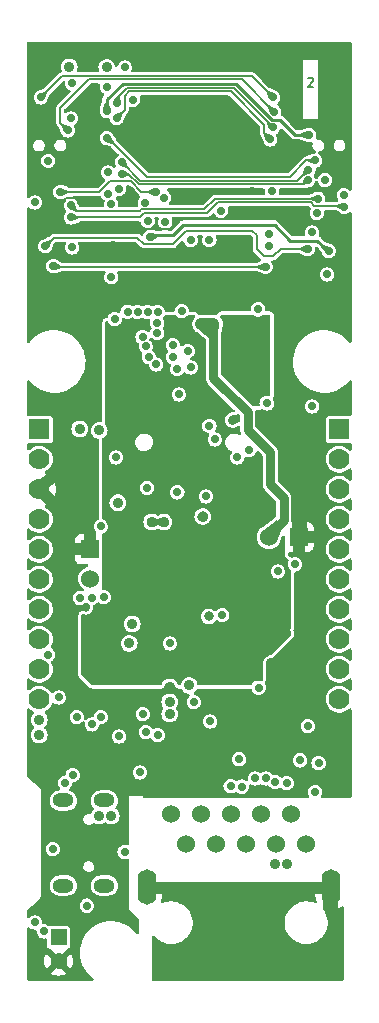
<source format=gbr>
%TF.GenerationSoftware,KiCad,Pcbnew,7.0.9-7.0.9~ubuntu22.04.1*%
%TF.CreationDate,2025-02-21T13:43:35+02:00*%
%TF.ProjectId,ESP32-PoE_Rev_M,45535033-322d-4506-9f45-5f5265765f4d,M*%
%TF.SameCoordinates,PX55f9470PYa244870*%
%TF.FileFunction,Copper,L2,Inr*%
%TF.FilePolarity,Positive*%
%FSLAX46Y46*%
G04 Gerber Fmt 4.6, Leading zero omitted, Abs format (unit mm)*
G04 Created by KiCad (PCBNEW 7.0.9-7.0.9~ubuntu22.04.1) date 2025-02-21 13:43:35*
%MOMM*%
%LPD*%
G01*
G04 APERTURE LIST*
%ADD10C,0.190500*%
%TA.AperFunction,NonConductor*%
%ADD11C,0.190500*%
%TD*%
%TA.AperFunction,ComponentPad*%
%ADD12C,1.300000*%
%TD*%
%TA.AperFunction,ComponentPad*%
%ADD13C,2.000000*%
%TD*%
%TA.AperFunction,ComponentPad*%
%ADD14C,1.524000*%
%TD*%
%TA.AperFunction,ComponentPad*%
%ADD15O,1.600000X2.999999*%
%TD*%
%TA.AperFunction,ComponentPad*%
%ADD16R,1.524000X1.524000*%
%TD*%
%TA.AperFunction,ComponentPad*%
%ADD17O,1.800000X1.200000*%
%TD*%
%TA.AperFunction,ComponentPad*%
%ADD18C,1.800000*%
%TD*%
%TA.AperFunction,ComponentPad*%
%ADD19R,1.400000X1.400000*%
%TD*%
%TA.AperFunction,ComponentPad*%
%ADD20C,1.400000*%
%TD*%
%TA.AperFunction,ComponentPad*%
%ADD21R,1.778000X1.778000*%
%TD*%
%TA.AperFunction,ComponentPad*%
%ADD22C,1.778000*%
%TD*%
%TA.AperFunction,ComponentPad*%
%ADD23C,0.700000*%
%TD*%
%TA.AperFunction,ComponentPad*%
%ADD24R,1.600000X1.600000*%
%TD*%
%TA.AperFunction,ViaPad*%
%ADD25C,0.900000*%
%TD*%
%TA.AperFunction,ViaPad*%
%ADD26C,0.700000*%
%TD*%
%TA.AperFunction,ViaPad*%
%ADD27C,0.800000*%
%TD*%
%TA.AperFunction,Conductor*%
%ADD28C,0.152400*%
%TD*%
%TA.AperFunction,Conductor*%
%ADD29C,0.254000*%
%TD*%
%TA.AperFunction,Conductor*%
%ADD30C,1.270000*%
%TD*%
%TA.AperFunction,Conductor*%
%ADD31C,1.016000*%
%TD*%
%TA.AperFunction,Conductor*%
%ADD32C,0.203200*%
%TD*%
%TA.AperFunction,Conductor*%
%ADD33C,0.762000*%
%TD*%
%TA.AperFunction,Conductor*%
%ADD34C,3.048000*%
%TD*%
G04 APERTURE END LIST*
D10*
D11*
X24059285Y76643819D02*
X24095571Y76680105D01*
X24095571Y76680105D02*
X24168143Y76716391D01*
X24168143Y76716391D02*
X24349571Y76716391D01*
X24349571Y76716391D02*
X24422143Y76680105D01*
X24422143Y76680105D02*
X24458428Y76643819D01*
X24458428Y76643819D02*
X24494714Y76571248D01*
X24494714Y76571248D02*
X24494714Y76498676D01*
X24494714Y76498676D02*
X24458428Y76389819D01*
X24458428Y76389819D02*
X24023000Y75954391D01*
X24023000Y75954391D02*
X24494714Y75954391D01*
D12*
%TO.N,GND*%
%TO.C,U6*%
X11190000Y73132000D03*
X11190000Y71332000D03*
X11190000Y69532000D03*
X12990000Y73132000D03*
D13*
X12990000Y71332000D03*
D12*
X12990000Y69532000D03*
X14790000Y73132000D03*
X14790000Y71332000D03*
X14790000Y69532000D03*
%TD*%
D14*
%TO.N,Spare2*%
%TO.C,LAN_CON1*%
X23896000Y11804000D03*
%TO.N,Spare1*%
X22626000Y14344000D03*
%TO.N,GND*%
X21356000Y11804000D03*
X20086000Y14344000D03*
%TO.N,/RD-*%
X18816000Y11804000D03*
%TO.N,Net-(LAN_CON1-RCT)*%
X17546000Y14344000D03*
X16276000Y11804000D03*
%TO.N,/RD+*%
X15006000Y14344000D03*
%TO.N,/TD-*%
X13736000Y11804000D03*
%TO.N,/TD+*%
X12466000Y14344000D03*
D15*
%TO.N,Net-(LAN_CON1-Shield)*%
X25981000Y8204000D03*
X10381000Y8204000D03*
%TD*%
D14*
%TO.N,Spare1*%
%TO.C,C27*%
X20741000Y37816000D03*
D16*
%TO.N,GND*%
X23241000Y37816000D03*
%TD*%
D14*
%TO.N,+5VP*%
%TO.C,C25*%
X5608000Y34280000D03*
D16*
%TO.N,GND*%
X5608000Y36780000D03*
%TD*%
D17*
%TO.N,Net-(L3-Pad1)*%
%TO.C,USB-UART1*%
X3326000Y15508000D03*
X3326000Y8308000D03*
X6796000Y15508000D03*
X6796000Y8308000D03*
%TD*%
D18*
%TO.N,Net-(R28-Pad1)*%
%TO.C,U5*%
X14879000Y36165000D03*
%TD*%
D19*
%TO.N,Net-(U3-VBAT)*%
%TO.C,BAT1*%
X2920680Y3919700D03*
D20*
%TO.N,GND*%
X2923220Y1890240D03*
%TD*%
D21*
%TO.N,/GPI39*%
%TO.C,EXT2*%
X26690000Y46930000D03*
D22*
%TO.N,/GPI36\u005CU1RXD*%
X26690000Y44390000D03*
%TO.N,/GPI35*%
X26690000Y41850000D03*
%TO.N,/GPI34\u005CBUT1*%
X26690000Y39310000D03*
%TO.N,/GPIO33*%
X26690000Y36770000D03*
%TO.N,/GPIO32*%
X26690000Y34230000D03*
%TO.N,/GPIO16\u005CI2C-SCL*%
X26690000Y31690000D03*
%TO.N,/GPIO15\u005CHS2_CMD*%
X26690000Y29150000D03*
%TO.N,/GPIO14\u005CHS2_CLK*%
X26690000Y26610000D03*
%TO.N,/GPIO13\u005CI2C-SDA*%
X26690000Y24070000D03*
%TD*%
D21*
%TO.N,+5V*%
%TO.C,EXT1*%
X1290000Y46930000D03*
D22*
%TO.N,+3.3V*%
X1290000Y44390000D03*
%TO.N,GND*%
X1290000Y41850000D03*
%TO.N,/ESP_EN*%
X1290000Y39310000D03*
%TO.N,/GPIO0*%
X1290000Y36770000D03*
%TO.N,/GPIO1\u005CU0TXD*%
X1290000Y34230000D03*
%TO.N,/GPIO2\u005CHS2_DATA0*%
X1290000Y31690000D03*
%TO.N,/GPIO3\u005CU0RXD*%
X1290000Y29150000D03*
%TO.N,/GPIO4\u005CU1TXD*%
X1290000Y26610000D03*
%TO.N,/GPIO5\u005CSPI_CS*%
X1290000Y24070000D03*
%TD*%
D23*
%TO.N,GND*%
%TO.C,U4*%
X21094000Y22606000D03*
X20094000Y22606000D03*
X21894000Y21806000D03*
X19294000Y21806000D03*
D24*
X20594000Y21306000D03*
D23*
X21894000Y20806000D03*
X19294000Y20806000D03*
X21094000Y20006000D03*
X20094000Y20006000D03*
%TD*%
D18*
%TO.N,Spare2*%
%TO.C,U9*%
X17800000Y51913000D03*
%TD*%
D25*
%TO.N,+5V*%
X1290000Y21052000D03*
D26*
X5313542Y6599400D03*
D25*
X9164000Y30450000D03*
X4719000Y46960008D03*
%TO.N,GND*%
X10815000Y39086000D03*
D26*
X12212000Y16302200D03*
D25*
X15133000Y39543200D03*
X12085000Y78837000D03*
X14625000Y78837000D03*
X17165000Y78837000D03*
X19070000Y78837000D03*
X20975000Y78837000D03*
X20594000Y47976000D03*
X21991000Y44801000D03*
X21991000Y43785000D03*
X21991000Y42769000D03*
D26*
X26182000Y55596000D03*
D25*
X12085000Y74392000D03*
X14625000Y74392000D03*
X17419000Y74265000D03*
X17419000Y71725000D03*
X16149000Y72995000D03*
X16149000Y70455000D03*
X18689000Y70455000D03*
X18689000Y72995000D03*
X13355000Y74392000D03*
X16149000Y74265000D03*
X16149000Y71725000D03*
X17419000Y72995000D03*
X18689000Y71725000D03*
X17419000Y70455000D03*
X10815000Y74392000D03*
D26*
X27071000Y50008000D03*
X1036000Y69947000D03*
X8910000Y22576000D03*
D25*
X5100000Y10892000D03*
D26*
X909000Y6193000D03*
D25*
X3830000Y78837000D03*
D26*
X6116000Y48865000D03*
X3957000Y18766000D03*
D25*
X11831000Y39086000D03*
D26*
X12339000Y20798000D03*
D25*
X7513000Y62454000D03*
D26*
X1798000Y49627000D03*
D25*
X20848000Y65248000D03*
X20934360Y27109900D03*
X12339000Y25116000D03*
D26*
X5227000Y31847000D03*
X24023000Y61184000D03*
X9022293Y67138293D03*
X15895000Y16353000D03*
D27*
X17673000Y47722000D03*
D25*
X1163000Y55596000D03*
D26*
X12085000Y21687000D03*
X25039000Y20036000D03*
X1290000Y19909000D03*
D25*
X23261000Y28926000D03*
D26*
X2179000Y74138000D03*
D25*
X23261000Y29942000D03*
D26*
X14752000Y22322000D03*
D25*
X5608000Y20925000D03*
D27*
X3703000Y32736000D03*
D25*
X9545000Y16353000D03*
D26*
X25293000Y58644000D03*
D25*
X8180590Y8987000D03*
D26*
X3957000Y59787000D03*
D25*
X8180590Y9939502D03*
X24150000Y78837000D03*
X7132000Y78842000D03*
D26*
X25801000Y76424000D03*
X19339760Y67082390D03*
D25*
X20594000Y46960000D03*
D26*
%TO.N,Net-(ACT1-K)*%
X24658000Y16226000D03*
%TO.N,Net-(ACT1-A)*%
X15768000Y22195000D03*
D25*
%TO.N,Net-(U3-VBAT)*%
X1290000Y22322000D03*
D26*
%TO.N,/ESP_EN*%
X2052000Y69667600D03*
X4096224Y76226390D03*
D25*
%TO.N,Net-(LAN_CON1-Shield)*%
X13863000Y3018000D03*
X16784000Y3018000D03*
X11958000Y1367000D03*
X20848000Y1367000D03*
X15768000Y5304000D03*
X13482000Y8204000D03*
X19451000Y3018000D03*
X22372000Y3018000D03*
X15133000Y1367000D03*
X20721000Y5304000D03*
X18054000Y1367000D03*
X18054000Y5304000D03*
%TO.N,/+5V_USB*%
X8910000Y28799000D03*
X6370000Y14194000D03*
X7386000Y14194000D03*
D26*
%TO.N,Net-(U1-V3)*%
X11323000Y21052000D03*
X2941000Y24227000D03*
%TO.N,Net-(LAN_CON1-RCT)*%
X18206400Y18994600D03*
X23360000Y18900000D03*
%TO.N,Net-(D5-K)*%
X22930800Y35504600D03*
%TO.N,Net-(U4-NRST)*%
X24023000Y21814000D03*
%TO.N,Net-(D4-K)*%
X12974000Y52040000D03*
%TO.N,/D_Com*%
X3957000Y65883000D03*
X24912000Y66456011D03*
X5735000Y32682288D03*
D25*
%TO.N,Spare1*%
X22245000Y10130000D03*
X15006000Y55850000D03*
X21229000Y10130000D03*
X16022000Y55850000D03*
%TO.N,Spare2*%
X20340000Y52548000D03*
X20340000Y53564000D03*
X20340000Y51532000D03*
D26*
%TO.N,/GPIO33*%
X12593000Y54072000D03*
X7132000Y68677000D03*
%TO.N,/GPIO32*%
X24079390Y68917261D03*
X8275000Y69566000D03*
%TO.N,/GPI39*%
X3957000Y73249008D03*
X3957000Y64867000D03*
X27126388Y65756891D03*
%TO.N,Net-(D6-K)*%
X5735000Y21941000D03*
X8036608Y20925000D03*
%TO.N,Net-(D7-A)*%
X6497000Y22576000D03*
X10307000Y21299900D03*
%TO.N,Net-(D9-K)*%
X7767000Y44547000D03*
%TO.N,Net-(LNK1-K)*%
X14371000Y23846000D03*
%TO.N,Net-(LNK1-A)*%
X24939940Y18666940D03*
%TO.N,Net-(MICRO_SD1-DAT1{slash}RES)*%
X10225725Y66131419D03*
X16657000Y65431390D03*
%TO.N,Net-(MICRO_SD1-DAT0{slash}DO)*%
X11175491Y67038529D03*
X3068000Y67026000D03*
%TO.N,Net-(MICRO_SD1-CLK{slash}SCLK)*%
X20721000Y62454000D03*
X14117000Y62962000D03*
%TO.N,Net-(Q3-C)*%
X10408600Y41981600D03*
X6751000Y32736000D03*
X6497000Y38705000D03*
%TO.N,+3.3VLAN*%
X10688000Y63216000D03*
X19857400Y25065200D03*
D25*
X13990000Y25243000D03*
D26*
X25801000Y62037279D03*
%TO.N,/GPIO0*%
X1798000Y62431520D03*
X24023000Y62200000D03*
%TO.N,/GPI35*%
X909000Y5177000D03*
X8522896Y11143114D03*
X7005000Y71598000D03*
X24658000Y69693000D03*
%TO.N,Net-(U3-CHRGb)*%
X1680000Y4420000D03*
%TO.N,/D+*%
X4119370Y17663373D03*
%TO.N,Net-(L3-Pad1)*%
X2433000Y11400000D03*
%TO.N,/D-*%
X3462750Y17006753D03*
%TO.N,/GPI34\u005CBUT1*%
X25476390Y68042000D03*
X24404000Y48865000D03*
X7005000Y73884000D03*
X24150004Y71852000D03*
%TO.N,/GPIO2\u005CHS2_DATA0*%
X15697422Y47214000D03*
X20455194Y60687806D03*
X2483811Y60752189D03*
%TO.N,/GPI36\u005CU1RXD*%
X11277766Y55088008D03*
X9210469Y74829390D03*
%TO.N,/GPIO3\u005CU0RXD*%
X21168515Y73823514D03*
X3703000Y72233000D03*
%TO.N,/GPIO1\u005CU0TXD*%
X1417000Y75027000D03*
X21102000Y75027000D03*
X2038792Y27852090D03*
%TO.N,/GPIO4\u005CU1TXD*%
X12986700Y41595520D03*
X11958000Y64486000D03*
X12339000Y28799000D03*
%TO.N,/GPIO5\u005CSPI_CS*%
X20594000Y49119000D03*
X16784000Y31212000D03*
X20975000Y67082390D03*
X15387000Y41245000D03*
%TO.N,/GPIO15\u005CHS2_CMD*%
X15692802Y62962000D03*
X25674000Y60041000D03*
X13863000Y53564000D03*
%TO.N,/GPIO16\u005CI2C-SCL*%
X24051140Y68013860D03*
X12593000Y53056000D03*
X8256769Y68567609D03*
X24404000Y63597000D03*
%TO.N,/GPIO14\u005CHS2_CLK*%
X19070000Y45182000D03*
X20721000Y63470000D03*
%TO.N,/GPIO13\u005CI2C-SDA*%
X11277768Y55940413D03*
X16149000Y46071000D03*
X7380421Y59817836D03*
X18054000Y44547000D03*
X13101000Y49881000D03*
%TO.N,/GPIO27\u005CEMAC_RX_CRS_DV*%
X10463227Y64585951D03*
X10469449Y56865235D03*
%TO.N,/GPIO25\u005CEMAC_RXD0(RMII)*%
X9617142Y56878638D03*
X8015981Y67265412D03*
%TO.N,/GPIO18\u005CMDIO(RMII)*%
X11321819Y56873699D03*
X11873301Y66548972D03*
%TO.N,/GPIO26\u005CEMAC_RXD1(RMII)*%
X8764875Y56894355D03*
X7384392Y66010000D03*
%TO.N,/GPIO12\u005CPHY_PWR*%
X4084000Y62327000D03*
%TO.N,/GPIO22\u005CEMAC_TXD1(RMII)*%
X11196000Y52421000D03*
X7005000Y75916000D03*
%TO.N,/GPIO19\u005CEMAC_TXD0(RMII)*%
X20848000Y71471000D03*
X10561000Y53056000D03*
X7848768Y73291179D03*
%TO.N,/GPIO21\u005CEMAC_TX_EN(RMII)*%
X7855772Y74537051D03*
X10307000Y53945000D03*
X21102004Y72487000D03*
%TO.N,/GPIO23\u005CMDC(RMII)*%
X10037444Y54753669D03*
X8529000Y77567000D03*
%TO.N,/GPIO17\u005CEMAC_CLK_OUT_180*%
X24792110Y65248000D03*
X7078945Y66893467D03*
X7675360Y56266360D03*
%TO.N,/TD+*%
X17492660Y16708600D03*
X21279800Y17064200D03*
%TO.N,/TD-*%
X22245000Y16988000D03*
X18445160Y16680660D03*
%TO.N,/RD+*%
X19578000Y17369000D03*
%TO.N,/RD-*%
X20467000Y17369000D03*
%TO.N,Net-(R28-Pad1)*%
X14879000Y33879000D03*
X15895000Y33879000D03*
X13990000Y38197000D03*
X13863000Y33879000D03*
D25*
X20467000Y34768000D03*
D26*
X14879000Y38197000D03*
X15768000Y38197000D03*
%TO.N,+3.3V*%
X14117000Y52167000D03*
D27*
X15641000Y31085000D03*
D25*
X7005000Y77572000D03*
D26*
X9799000Y17877000D03*
X27078536Y66772000D03*
X4719000Y32659800D03*
X13355000Y56955381D03*
D25*
X12339000Y23846000D03*
X7942260Y40716680D03*
X6370000Y46833000D03*
D26*
X19832000Y57120000D03*
X909000Y66137000D03*
D25*
X3830000Y77610610D03*
X12339000Y22830000D03*
D26*
%TO.N,Net-(U5-EN)*%
X21483000Y34895000D03*
%TO.N,Net-(U1-CTS#)*%
X10053000Y22830000D03*
X4465000Y22576000D03*
%TD*%
D28*
%TO.N,GND*%
X20848000Y65248000D02*
X18155600Y65248000D01*
X18155600Y65248000D02*
X17647600Y64740000D01*
X17647600Y64740000D02*
X13228000Y64740000D01*
X13228000Y64740000D02*
X12339000Y63851000D01*
X12339000Y63851000D02*
X10205400Y63851000D01*
D29*
%TO.N,+3.3VLAN*%
X10688000Y63216000D02*
X10815000Y63343000D01*
X10815000Y63343000D02*
X12593000Y63343000D01*
X12593000Y63343000D02*
X13482000Y64232000D01*
X21229000Y64232000D02*
X22549800Y62911200D01*
X13482000Y64232000D02*
X21229000Y64232000D01*
X22549800Y62911200D02*
X24835800Y62911200D01*
X24835800Y62911200D02*
X25709721Y62037279D01*
X25709721Y62037279D02*
X25801000Y62037279D01*
D28*
%TO.N,/GPIO0*%
X24023000Y62200000D02*
X21737000Y62200000D01*
X19705000Y62200000D02*
X19705000Y63343000D01*
X21737000Y62200000D02*
X21102000Y61565000D01*
X13736000Y63724000D02*
X12593000Y62581000D01*
X21102000Y61565000D02*
X20340000Y61565000D01*
X20340000Y61565000D02*
X19705000Y62200000D01*
X19705000Y63343000D02*
X19324000Y63724000D01*
X19324000Y63724000D02*
X13736000Y63724000D01*
X12593000Y62581000D02*
X10180000Y62581000D01*
X10180000Y62581000D02*
X9597997Y63163003D01*
X9597997Y63163003D02*
X2529483Y63163003D01*
X2529483Y63163003D02*
X1798000Y62431520D01*
%TO.N,/GPI35*%
X10434000Y68296000D02*
X22505513Y68296000D01*
X22505513Y68296000D02*
X23902513Y69693000D01*
X7132000Y71598000D02*
X10434000Y68296000D01*
X7005000Y71598000D02*
X7132000Y71598000D01*
X23902513Y69693000D02*
X24658000Y69693000D01*
%TO.N,/GPIO32*%
X9849811Y67991189D02*
X23153318Y67991189D01*
X23153318Y67991189D02*
X24079390Y68917261D01*
X8275000Y69566000D02*
X9849811Y67991189D01*
%TO.N,/GPIO19\u005CEMAC_TXD0(RMII)*%
X20848000Y71471000D02*
X20340000Y71979000D01*
X8529000Y75154000D02*
X8529000Y73971411D01*
X20340000Y71979000D02*
X20340000Y72677500D01*
X20340000Y72677500D02*
X17482500Y75535000D01*
X17482500Y75535000D02*
X8910000Y75535000D01*
X8529000Y73971411D02*
X7848768Y73291179D01*
X8910000Y75535000D02*
X8529000Y75154000D01*
D30*
%TO.N,GND*%
X23241000Y37816000D02*
X23241000Y39701000D01*
D31*
X1290000Y41850000D02*
X2687000Y43247000D01*
X5608000Y36780000D02*
X5608000Y38070000D01*
D32*
X1036000Y67534000D02*
X2306000Y66264000D01*
X3322000Y66264000D02*
X3576000Y66518000D01*
X3576000Y66518000D02*
X4592000Y66518000D01*
X2306000Y66264000D02*
X3322000Y66264000D01*
D31*
X23241000Y37816000D02*
X24785000Y37816000D01*
X23241000Y37816000D02*
X23241000Y36566000D01*
X21610000Y47976000D02*
X22245000Y48611000D01*
X20594000Y47976000D02*
X21610000Y47976000D01*
X5608000Y36780000D02*
X4104000Y36780000D01*
D32*
X1036000Y69947000D02*
X1036000Y67534000D01*
D31*
X22245000Y48611000D02*
X22245000Y59152000D01*
X1290000Y41850000D02*
X2657000Y40483000D01*
D28*
%TO.N,/D_Com*%
X9926743Y65552809D02*
X15260743Y65552809D01*
X4414191Y65425809D02*
X9799743Y65425809D01*
X15260743Y65552809D02*
X16163945Y66456011D01*
X3957000Y65883000D02*
X4414191Y65425809D01*
X9799743Y65425809D02*
X9926743Y65552809D01*
X16163945Y66456011D02*
X24912000Y66456011D01*
D33*
%TO.N,Spare1*%
X18943000Y48357000D02*
X16022000Y51278000D01*
X21991000Y41118000D02*
X20848000Y42261000D01*
X16022000Y54834000D02*
X16022000Y55850000D01*
X15006000Y55850000D02*
X16022000Y54834000D01*
X20848000Y42261000D02*
X20848000Y44991500D01*
X18943000Y46896500D02*
X18943000Y48357000D01*
X16022000Y51278000D02*
X16022000Y54834000D01*
D31*
X15006000Y55850000D02*
X16022000Y55850000D01*
D33*
X20741000Y37816000D02*
X20741000Y38016500D01*
X21991000Y39266500D02*
X21991000Y41118000D01*
X20741000Y38016500D02*
X21991000Y39266500D01*
X20848000Y44991500D02*
X18943000Y46896500D01*
D28*
%TO.N,/GPI39*%
X16403000Y66137000D02*
X24277000Y66137000D01*
X24587399Y65826601D02*
X27056678Y65826601D01*
X3957000Y64867000D02*
X9799000Y64867000D01*
X10180000Y65248000D02*
X15514000Y65248000D01*
X27056678Y65826601D02*
X27126388Y65756891D01*
X24277000Y66137000D02*
X24587399Y65826601D01*
X9799000Y64867000D02*
X10180000Y65248000D01*
X15514000Y65248000D02*
X16403000Y66137000D01*
%TO.N,Net-(MICRO_SD1-DAT0{slash}DO)*%
X7259000Y67915000D02*
X9063867Y67915000D01*
X9063867Y67915000D02*
X9940338Y67038529D01*
X6370000Y67026000D02*
X7259000Y67915000D01*
X3068000Y67026000D02*
X6370000Y67026000D01*
X9940338Y67038529D02*
X11175491Y67038529D01*
D29*
%TO.N,/GPI34\u005CBUT1*%
X7005000Y74861198D02*
X8339224Y76195422D01*
X7005000Y73884000D02*
X7005000Y74861198D01*
X17906487Y76195422D02*
X20979923Y73121986D01*
X22943502Y71852000D02*
X24150004Y71852000D01*
X8339224Y76195422D02*
X17906487Y76195422D01*
X21673516Y73121986D02*
X22943502Y71852000D01*
X20979923Y73121986D02*
X21673516Y73121986D01*
D28*
%TO.N,/GPIO2\u005CHS2_DATA0*%
X20455194Y60687806D02*
X2548194Y60687806D01*
X2548194Y60687806D02*
X2483811Y60752189D01*
%TO.N,/GPIO3\u005CU0RXD*%
X3068000Y72868000D02*
X3703000Y72233000D01*
X18440996Y76551033D02*
X5481033Y76551033D01*
X3068000Y74138000D02*
X3068000Y72868000D01*
X5481033Y76551033D02*
X3068000Y74138000D01*
X21168515Y73823514D02*
X18440996Y76551033D01*
%TO.N,/GPIO1\u005CU0TXD*%
X3245842Y76855842D02*
X19273158Y76855842D01*
X1417000Y75027000D02*
X3245842Y76855842D01*
X19273158Y76855842D02*
X21102000Y75027000D01*
%TO.N,/GPIO16\u005CI2C-SCL*%
X9746073Y67663861D02*
X23701141Y67663861D01*
X8842325Y68567609D02*
X9746073Y67663861D01*
X23701141Y67663861D02*
X24051140Y68013860D01*
X8256769Y68567609D02*
X8842325Y68567609D01*
%TO.N,/GPIO21\u005CEMAC_TX_EN(RMII)*%
X17749193Y75839811D02*
X21102004Y72487000D01*
X7855772Y74988772D02*
X8706811Y75839811D01*
X7855772Y74537051D02*
X7855772Y74988772D01*
X8706811Y75839811D02*
X17749193Y75839811D01*
D34*
%TO.N,Net-(R28-Pad1)*%
X14879000Y36165000D02*
X16657000Y36165000D01*
%TD*%
%TA.AperFunction,Conductor*%
%TO.N,Net-(R28-Pad1)*%
G36*
X12862515Y56591998D02*
G01*
X12894356Y56562704D01*
X12923865Y56524247D01*
X13050142Y56427350D01*
X13133875Y56392668D01*
X13197194Y56366441D01*
X13355000Y56345665D01*
X13512806Y56366441D01*
X13605536Y56404851D01*
X13659857Y56427350D01*
X13786134Y56524247D01*
X13815644Y56562704D01*
X13872982Y56604572D01*
X13915606Y56612000D01*
X14384517Y56612000D01*
X14452638Y56591998D01*
X14499131Y56538342D01*
X14509235Y56468068D01*
X14479741Y56403488D01*
X14476166Y56399533D01*
X14390216Y56308433D01*
X14301094Y56154069D01*
X14287468Y56108554D01*
X14249972Y55983308D01*
X14239608Y55805363D01*
X14270560Y55629824D01*
X14270561Y55629820D01*
X14270561Y55629819D01*
X14341156Y55466161D01*
X14341157Y55466160D01*
X14341159Y55466158D01*
X14341160Y55466155D01*
X14447602Y55323178D01*
X14447604Y55323177D01*
X14447605Y55323175D01*
X14497033Y55281701D01*
X14584147Y55208604D01*
X14584149Y55208603D01*
X14584151Y55208601D01*
X14709857Y55145469D01*
X14743434Y55128606D01*
X14743440Y55128605D01*
X14749512Y55126394D01*
X14788446Y55103636D01*
X15195824Y54754274D01*
X15195831Y54754269D01*
X15199381Y54752181D01*
X15224597Y54732670D01*
X15296327Y54660940D01*
X15349595Y54607673D01*
X15383620Y54545361D01*
X15386500Y54518577D01*
X15386500Y51362069D01*
X15384748Y51346199D01*
X15385038Y51346171D01*
X15384292Y51338282D01*
X15384292Y51338281D01*
X15386500Y51268015D01*
X15386500Y51238017D01*
X15386500Y51238014D01*
X15386499Y51238014D01*
X15387382Y51231023D01*
X15387847Y51225115D01*
X15389334Y51177798D01*
X15389335Y51177793D01*
X15395014Y51158244D01*
X15399021Y51138893D01*
X15401572Y51118705D01*
X15401572Y51118703D01*
X15418998Y51074687D01*
X15420921Y51069071D01*
X15434129Y51023610D01*
X15434131Y51023605D01*
X15444492Y51006086D01*
X15453189Y50988334D01*
X15460681Y50969412D01*
X15488510Y50931108D01*
X15491764Y50926155D01*
X15500533Y50911328D01*
X15515865Y50885402D01*
X15530250Y50871017D01*
X15543090Y50855984D01*
X15555055Y50839517D01*
X15555058Y50839513D01*
X15591552Y50809322D01*
X15595921Y50805346D01*
X16951402Y49449866D01*
X17809673Y48591595D01*
X17843698Y48529283D01*
X17838634Y48458468D01*
X17796087Y48401632D01*
X17729567Y48376821D01*
X17720578Y48376500D01*
X17593527Y48376500D01*
X17439209Y48338464D01*
X17439202Y48338461D01*
X17298474Y48264602D01*
X17298469Y48264598D01*
X17179501Y48159200D01*
X17089215Y48028399D01*
X17089212Y48028393D01*
X17032849Y47879780D01*
X17013693Y47722004D01*
X17013693Y47721997D01*
X17032849Y47564221D01*
X17076480Y47449178D01*
X17089213Y47415605D01*
X17179502Y47284799D01*
X17298471Y47179401D01*
X17298472Y47179401D01*
X17298474Y47179399D01*
X17335945Y47159733D01*
X17439207Y47105537D01*
X17593529Y47067500D01*
X17593530Y47067500D01*
X17752470Y47067500D01*
X17752471Y47067500D01*
X17906793Y47105537D01*
X18047529Y47179401D01*
X18097947Y47224069D01*
X18162198Y47254269D01*
X18232579Y47244938D01*
X18286742Y47199038D01*
X18307492Y47131142D01*
X18307500Y47129756D01*
X18307500Y46980569D01*
X18305748Y46964699D01*
X18306038Y46964671D01*
X18305292Y46956782D01*
X18305292Y46956781D01*
X18307500Y46886515D01*
X18307500Y46856517D01*
X18307500Y46856514D01*
X18307499Y46856514D01*
X18308382Y46849523D01*
X18308847Y46843615D01*
X18310334Y46796298D01*
X18310335Y46796293D01*
X18316014Y46776744D01*
X18320021Y46757393D01*
X18322572Y46737205D01*
X18322572Y46737203D01*
X18339998Y46693187D01*
X18341921Y46687571D01*
X18355129Y46642110D01*
X18355131Y46642105D01*
X18356633Y46639566D01*
X18357203Y46637318D01*
X18358279Y46634832D01*
X18357877Y46634659D01*
X18374090Y46570749D01*
X18351571Y46503419D01*
X18296224Y46458952D01*
X18225623Y46451466D01*
X18191629Y46462833D01*
X18059260Y46529310D01*
X18043826Y46532968D01*
X17888001Y46569900D01*
X17756153Y46569900D01*
X17756150Y46569900D01*
X17625187Y46554593D01*
X17625185Y46554592D01*
X17459803Y46494398D01*
X17459796Y46494395D01*
X17312750Y46397681D01*
X17191970Y46269661D01*
X17191968Y46269658D01*
X17103969Y46117239D01*
X17103969Y46117238D01*
X17053491Y45948630D01*
X17043257Y45772925D01*
X17055545Y45703235D01*
X17073821Y45599592D01*
X17124520Y45482061D01*
X17143531Y45437988D01*
X17248633Y45296812D01*
X17309315Y45245893D01*
X17383456Y45183680D01*
X17383458Y45183679D01*
X17533929Y45108111D01*
X17585827Y45059664D01*
X17603295Y44990850D01*
X17580785Y44923516D01*
X17577343Y44918809D01*
X17525968Y44851858D01*
X17465060Y44704807D01*
X17444284Y44547000D01*
X17465060Y44389194D01*
X17525968Y44242143D01*
X17622865Y44115866D01*
X17749142Y44018969D01*
X17841872Y43980561D01*
X17896194Y43958060D01*
X18054000Y43937284D01*
X18211806Y43958060D01*
X18304536Y43996470D01*
X18358857Y44018969D01*
X18485134Y44115866D01*
X18582031Y44242143D01*
X18609890Y44309404D01*
X18642940Y44389194D01*
X18660882Y44525479D01*
X18689604Y44590404D01*
X18748870Y44629496D01*
X18819861Y44630341D01*
X18834013Y44625444D01*
X18912194Y44593060D01*
X19070000Y44572284D01*
X19227806Y44593060D01*
X19320536Y44631470D01*
X19374857Y44653969D01*
X19501134Y44750866D01*
X19598031Y44877143D01*
X19662100Y45031823D01*
X19665389Y45030461D01*
X19693723Y45077088D01*
X19757541Y45108197D01*
X19828047Y45099865D01*
X19867701Y45073066D01*
X20175595Y44765173D01*
X20209620Y44702860D01*
X20212500Y44676077D01*
X20212500Y42345069D01*
X20210748Y42329199D01*
X20211038Y42329171D01*
X20210292Y42321282D01*
X20210292Y42321281D01*
X20212500Y42251015D01*
X20212500Y42221017D01*
X20212500Y42221014D01*
X20212499Y42221014D01*
X20213382Y42214023D01*
X20213847Y42208115D01*
X20215334Y42160798D01*
X20215335Y42160793D01*
X20221014Y42141244D01*
X20225021Y42121893D01*
X20227572Y42101705D01*
X20227572Y42101703D01*
X20244998Y42057687D01*
X20246921Y42052071D01*
X20260129Y42006610D01*
X20260131Y42006605D01*
X20270492Y41989086D01*
X20279189Y41971334D01*
X20286681Y41952412D01*
X20314510Y41914108D01*
X20317764Y41909155D01*
X20322955Y41900378D01*
X20341865Y41868402D01*
X20356250Y41854017D01*
X20369090Y41838984D01*
X20381054Y41822517D01*
X20381057Y41822514D01*
X20417542Y41792331D01*
X20421923Y41788345D01*
X20886190Y41324078D01*
X21318595Y40891673D01*
X21352621Y40829361D01*
X21355500Y40802578D01*
X21355500Y39581923D01*
X21335498Y39513802D01*
X21318598Y39492832D01*
X21291529Y39465762D01*
X21273402Y39451777D01*
X21273750Y39451296D01*
X20233961Y38698240D01*
X20226699Y38693698D01*
X20196024Y38677301D01*
X20173531Y38665278D01*
X20173529Y38665277D01*
X20173528Y38665276D01*
X20173523Y38665273D01*
X20062948Y38574528D01*
X20059952Y38572216D01*
X20056903Y38570007D01*
X20048812Y38563643D01*
X20048810Y38563641D01*
X20043505Y38559117D01*
X20043498Y38559111D01*
X20043495Y38559108D01*
X20039446Y38555375D01*
X20036711Y38552996D01*
X20018750Y38538255D01*
X19891720Y38383467D01*
X19797334Y38206884D01*
X19797332Y38206878D01*
X19739206Y38015264D01*
X19739206Y38015262D01*
X19719582Y37816004D01*
X19719582Y37815997D01*
X19739206Y37616739D01*
X19739206Y37616737D01*
X19797332Y37425123D01*
X19797334Y37425117D01*
X19850565Y37325530D01*
X19891722Y37248531D01*
X20018748Y37093748D01*
X20173531Y36966722D01*
X20350120Y36872333D01*
X20541731Y36814208D01*
X20541735Y36814208D01*
X20541737Y36814207D01*
X20740997Y36794582D01*
X20741000Y36794582D01*
X20741003Y36794582D01*
X20940261Y36814207D01*
X20940263Y36814207D01*
X20940264Y36814208D01*
X20940269Y36814208D01*
X21131880Y36872333D01*
X21308469Y36966722D01*
X21463252Y37093748D01*
X21590278Y37248531D01*
X21684667Y37425120D01*
X21684667Y37425124D01*
X21685506Y37426691D01*
X21685811Y37427316D01*
X21686868Y37429704D01*
X21686872Y37429708D01*
X21876800Y37858400D01*
X21922681Y37912578D01*
X21990570Y37933352D01*
X22058914Y37914124D01*
X22106012Y37860999D01*
X22118000Y37807360D01*
X22118000Y36164999D01*
X22363966Y35919033D01*
X22397992Y35856721D01*
X22392927Y35785906D01*
X22391280Y35781721D01*
X22341860Y35662407D01*
X22321084Y35504600D01*
X22341860Y35346794D01*
X22402768Y35199743D01*
X22499665Y35073466D01*
X22576704Y35014352D01*
X22618571Y34957014D01*
X22626000Y34914390D01*
X22626000Y30277451D01*
X22617812Y30232771D01*
X22571947Y30111836D01*
X22551326Y29942003D01*
X22551326Y29941998D01*
X22571947Y29772165D01*
X22615986Y29656045D01*
X22621440Y29585259D01*
X22587758Y29522760D01*
X22587269Y29522270D01*
X20914241Y27849242D01*
X20855300Y27815998D01*
X20682708Y27773458D01*
X20682701Y27773455D01*
X20531222Y27693953D01*
X20531213Y27693946D01*
X20403162Y27580503D01*
X20403159Y27580500D01*
X20305976Y27439705D01*
X20245307Y27279734D01*
X20236806Y27209728D01*
X20220565Y27171995D01*
X20222591Y27171155D01*
X20213000Y27148000D01*
X20213000Y25760784D01*
X20192998Y25692663D01*
X20139342Y25646170D01*
X20069068Y25636066D01*
X20038785Y25644374D01*
X20015206Y25654140D01*
X19857400Y25674916D01*
X19699593Y25654140D01*
X19552542Y25593232D01*
X19426265Y25496335D01*
X19329370Y25370060D01*
X19329369Y25370058D01*
X19308960Y25320783D01*
X19264413Y25265502D01*
X19197050Y25243080D01*
X19192551Y25243000D01*
X14811300Y25243000D01*
X14743179Y25263002D01*
X14696686Y25316658D01*
X14686219Y25353813D01*
X14679053Y25412834D01*
X14647385Y25496335D01*
X14618385Y25572802D01*
X14547901Y25674916D01*
X14521200Y25713600D01*
X14521197Y25713603D01*
X14393146Y25827046D01*
X14393137Y25827053D01*
X14241658Y25906555D01*
X14241656Y25906556D01*
X14241654Y25906557D01*
X14241652Y25906558D01*
X14241651Y25906558D01*
X14075543Y25947500D01*
X14075542Y25947500D01*
X13904458Y25947500D01*
X13904456Y25947500D01*
X13738348Y25906558D01*
X13738341Y25906555D01*
X13586862Y25827053D01*
X13586853Y25827046D01*
X13458802Y25713603D01*
X13458799Y25713600D01*
X13361616Y25572805D01*
X13300946Y25412834D01*
X13293781Y25353813D01*
X13265715Y25288600D01*
X13206846Y25248913D01*
X13168700Y25243000D01*
X13131269Y25243000D01*
X13063148Y25263002D01*
X13016655Y25316658D01*
X13013457Y25324319D01*
X12967385Y25445802D01*
X12967383Y25445805D01*
X12870200Y25586600D01*
X12870197Y25586603D01*
X12742146Y25700046D01*
X12742137Y25700053D01*
X12590658Y25779555D01*
X12590656Y25779556D01*
X12590654Y25779557D01*
X12590652Y25779558D01*
X12590651Y25779558D01*
X12424543Y25820500D01*
X12424542Y25820500D01*
X12253458Y25820500D01*
X12253456Y25820500D01*
X12087348Y25779558D01*
X12087341Y25779555D01*
X11935862Y25700053D01*
X11935853Y25700046D01*
X11807802Y25586603D01*
X11807799Y25586600D01*
X11710616Y25445805D01*
X11664543Y25324319D01*
X11621685Y25267718D01*
X11555029Y25243274D01*
X11546731Y25243000D01*
X5787190Y25243000D01*
X5719069Y25263002D01*
X5698095Y25279905D01*
X4882905Y26095095D01*
X4848879Y26157407D01*
X4846000Y26184190D01*
X4846000Y28798998D01*
X8200326Y28798998D01*
X8220947Y28629167D01*
X8281616Y28469196D01*
X8378799Y28328401D01*
X8378802Y28328398D01*
X8506853Y28214955D01*
X8506862Y28214948D01*
X8555759Y28189285D01*
X8658346Y28135443D01*
X8824458Y28094500D01*
X8824459Y28094500D01*
X8995541Y28094500D01*
X8995542Y28094500D01*
X9161654Y28135443D01*
X9313141Y28214950D01*
X9441199Y28328399D01*
X9538385Y28469198D01*
X9599052Y28629164D01*
X9619674Y28799000D01*
X11729284Y28799000D01*
X11750060Y28641194D01*
X11810968Y28494143D01*
X11907865Y28367866D01*
X12034142Y28270969D01*
X12126872Y28232561D01*
X12181194Y28210060D01*
X12339000Y28189284D01*
X12496806Y28210060D01*
X12589536Y28248470D01*
X12643857Y28270969D01*
X12770134Y28367866D01*
X12867031Y28494143D01*
X12909302Y28596198D01*
X12927940Y28641194D01*
X12948716Y28799000D01*
X12927940Y28956806D01*
X12905439Y29011128D01*
X12867031Y29103858D01*
X12770134Y29230135D01*
X12643857Y29327032D01*
X12496806Y29387940D01*
X12339000Y29408716D01*
X12181193Y29387940D01*
X12034142Y29327032D01*
X11907865Y29230135D01*
X11810968Y29103858D01*
X11750060Y28956807D01*
X11729284Y28799000D01*
X9619674Y28799000D01*
X9599052Y28968836D01*
X9538385Y29128802D01*
X9468441Y29230134D01*
X9441200Y29269600D01*
X9441197Y29269603D01*
X9313146Y29383046D01*
X9313137Y29383053D01*
X9161658Y29462555D01*
X9161656Y29462556D01*
X9161654Y29462557D01*
X9161652Y29462558D01*
X9161651Y29462558D01*
X8995543Y29503500D01*
X8995542Y29503500D01*
X8824458Y29503500D01*
X8824456Y29503500D01*
X8658348Y29462558D01*
X8658341Y29462555D01*
X8506862Y29383053D01*
X8506853Y29383046D01*
X8378802Y29269603D01*
X8378799Y29269600D01*
X8281616Y29128805D01*
X8220947Y28968834D01*
X8200326Y28799003D01*
X8200326Y28798998D01*
X4846000Y28798998D01*
X4846000Y30449998D01*
X8454326Y30449998D01*
X8474947Y30280167D01*
X8535616Y30120196D01*
X8632799Y29979401D01*
X8632802Y29979398D01*
X8760853Y29865955D01*
X8760862Y29865948D01*
X8841298Y29823732D01*
X8912346Y29786443D01*
X9078458Y29745500D01*
X9078459Y29745500D01*
X9249541Y29745500D01*
X9249542Y29745500D01*
X9415654Y29786443D01*
X9567141Y29865950D01*
X9695199Y29979399D01*
X9792385Y30120198D01*
X9853052Y30280164D01*
X9871306Y30430500D01*
X9873674Y30449998D01*
X9873674Y30450003D01*
X9853052Y30619834D01*
X9853052Y30619836D01*
X9792385Y30779802D01*
X9704489Y30907142D01*
X9695200Y30920600D01*
X9695197Y30920603D01*
X9567146Y31034046D01*
X9567137Y31034053D01*
X9470071Y31084997D01*
X14981693Y31084997D01*
X15000849Y30927221D01*
X15049447Y30799081D01*
X15057213Y30778605D01*
X15147502Y30647799D01*
X15266471Y30542401D01*
X15266472Y30542401D01*
X15266474Y30542399D01*
X15297625Y30526050D01*
X15407207Y30468537D01*
X15561529Y30430500D01*
X15561530Y30430500D01*
X15720470Y30430500D01*
X15720471Y30430500D01*
X15874793Y30468537D01*
X16015529Y30542401D01*
X16134498Y30647799D01*
X16194882Y30735282D01*
X16250039Y30779980D01*
X16320607Y30787763D01*
X16375280Y30763667D01*
X16479142Y30683970D01*
X16479145Y30683968D01*
X16562061Y30649625D01*
X16626194Y30623060D01*
X16784000Y30602284D01*
X16941806Y30623060D01*
X17034536Y30661470D01*
X17088857Y30683969D01*
X17215134Y30780866D01*
X17312031Y30907143D01*
X17334530Y30961464D01*
X17372940Y31054194D01*
X17393716Y31212000D01*
X17372940Y31369806D01*
X17350439Y31424128D01*
X17312031Y31516858D01*
X17215134Y31643135D01*
X17088857Y31740032D01*
X16941806Y31800940D01*
X16784000Y31821716D01*
X16626193Y31800940D01*
X16479142Y31740032D01*
X16352867Y31643136D01*
X16291562Y31563243D01*
X16234223Y31521376D01*
X16163352Y31517155D01*
X16108047Y31545636D01*
X16015534Y31627595D01*
X16015525Y31627602D01*
X15874797Y31701461D01*
X15874795Y31701462D01*
X15874793Y31701463D01*
X15874791Y31701464D01*
X15874790Y31701464D01*
X15720472Y31739500D01*
X15720471Y31739500D01*
X15561529Y31739500D01*
X15561527Y31739500D01*
X15407209Y31701464D01*
X15407202Y31701461D01*
X15266474Y31627602D01*
X15266469Y31627598D01*
X15147501Y31522200D01*
X15057215Y31391399D01*
X15057212Y31391393D01*
X15000849Y31242780D01*
X14981693Y31085004D01*
X14981693Y31084997D01*
X9470071Y31084997D01*
X9415658Y31113555D01*
X9415656Y31113556D01*
X9415654Y31113557D01*
X9415652Y31113558D01*
X9415651Y31113558D01*
X9249543Y31154500D01*
X9249542Y31154500D01*
X9078458Y31154500D01*
X9078456Y31154500D01*
X8912348Y31113558D01*
X8912341Y31113555D01*
X8760862Y31034053D01*
X8760853Y31034046D01*
X8632802Y30920603D01*
X8632799Y30920600D01*
X8535616Y30779805D01*
X8474947Y30619834D01*
X8454326Y30450003D01*
X8454326Y30449998D01*
X4846000Y30449998D01*
X4846000Y31161938D01*
X4866002Y31230059D01*
X4919658Y31276552D01*
X4989932Y31286656D01*
X5020212Y31278349D01*
X5069194Y31258060D01*
X5227000Y31237284D01*
X5384806Y31258060D01*
X5477536Y31296470D01*
X5531857Y31318969D01*
X5658134Y31415866D01*
X5755031Y31542143D01*
X5790428Y31627602D01*
X5815940Y31689194D01*
X5836716Y31847000D01*
X5821480Y31962724D01*
X5832419Y32032869D01*
X5879547Y32085968D01*
X5898170Y32095571D01*
X6039858Y32154258D01*
X6166134Y32251154D01*
X6172343Y32259245D01*
X6229681Y32301112D01*
X6300552Y32305334D01*
X6349009Y32282503D01*
X6446142Y32207969D01*
X6538872Y32169561D01*
X6593194Y32147060D01*
X6751000Y32126284D01*
X6908806Y32147060D01*
X7020685Y32193401D01*
X7055857Y32207969D01*
X7182134Y32304866D01*
X7279031Y32431143D01*
X7301530Y32485464D01*
X7339940Y32578194D01*
X7360716Y32736000D01*
X7339940Y32893806D01*
X7295123Y33002006D01*
X7279031Y33040858D01*
X7182134Y33167135D01*
X7055857Y33264032D01*
X6908806Y33324940D01*
X6751000Y33345716D01*
X6750000Y33345716D01*
X6749187Y33345955D01*
X6742812Y33346794D01*
X6742942Y33347789D01*
X6681879Y33365718D01*
X6635386Y33419374D01*
X6624000Y33471716D01*
X6624000Y34221896D01*
X6624304Y34228075D01*
X6629418Y34279999D01*
X6629418Y34280004D01*
X6624304Y34331927D01*
X6624000Y34338106D01*
X6624000Y35984760D01*
X6624304Y35990941D01*
X6624498Y35992925D01*
X6624500Y35992933D01*
X6624500Y36165000D01*
X13466174Y36165000D01*
X13485444Y35932451D01*
X13542724Y35706257D01*
X13542726Y35706253D01*
X13636454Y35492575D01*
X13636461Y35492561D01*
X13719795Y35365009D01*
X13719796Y35365009D01*
X14314569Y35959782D01*
X14354901Y35862412D01*
X14451075Y35737075D01*
X14576412Y35640901D01*
X14673779Y35600571D01*
X14077680Y35004472D01*
X14077681Y35004471D01*
X14106249Y34982235D01*
X14106258Y34982229D01*
X14311474Y34871173D01*
X14311477Y34871171D01*
X14532167Y34795408D01*
X14532176Y34795406D01*
X14762334Y34757000D01*
X14995666Y34757000D01*
X15225823Y34795406D01*
X15225832Y34795408D01*
X15446522Y34871171D01*
X15446525Y34871173D01*
X15490554Y34895000D01*
X20873284Y34895000D01*
X20894060Y34737194D01*
X20954968Y34590143D01*
X21051865Y34463866D01*
X21178142Y34366969D01*
X21270872Y34328561D01*
X21325194Y34306060D01*
X21483000Y34285284D01*
X21640806Y34306060D01*
X21733536Y34344470D01*
X21787857Y34366969D01*
X21914134Y34463866D01*
X22011031Y34590143D01*
X22044472Y34670880D01*
X22071940Y34737194D01*
X22092716Y34895000D01*
X22071940Y35052806D01*
X22040265Y35129278D01*
X22011031Y35199858D01*
X21914134Y35326135D01*
X21787857Y35423032D01*
X21640806Y35483940D01*
X21483000Y35504716D01*
X21325193Y35483940D01*
X21178142Y35423032D01*
X21051865Y35326135D01*
X20954968Y35199858D01*
X20894060Y35052807D01*
X20873284Y34895000D01*
X15490554Y34895000D01*
X15651738Y34982228D01*
X15680317Y35004472D01*
X15084219Y35600570D01*
X15181588Y35640901D01*
X15306925Y35737075D01*
X15403099Y35862411D01*
X15443430Y35959781D01*
X16038203Y35365009D01*
X16121544Y35492573D01*
X16215273Y35706253D01*
X16215275Y35706257D01*
X16272555Y35932451D01*
X16291825Y36165000D01*
X16272555Y36397550D01*
X16215275Y36623744D01*
X16215273Y36623748D01*
X16121547Y36837422D01*
X16121540Y36837434D01*
X16038202Y36964993D01*
X15443429Y36370222D01*
X15403099Y36467588D01*
X15306925Y36592925D01*
X15181588Y36689099D01*
X15084219Y36729431D01*
X15680318Y37325530D01*
X15651743Y37347771D01*
X15651741Y37347772D01*
X15446525Y37458828D01*
X15446522Y37458830D01*
X15225832Y37534593D01*
X15225823Y37534595D01*
X14995666Y37573000D01*
X14762334Y37573000D01*
X14532176Y37534595D01*
X14532167Y37534593D01*
X14311477Y37458830D01*
X14311474Y37458828D01*
X14106259Y37347773D01*
X14077681Y37325530D01*
X14077680Y37325530D01*
X14673780Y36729430D01*
X14576412Y36689099D01*
X14451075Y36592925D01*
X14354901Y36467589D01*
X14314569Y36370221D01*
X13719796Y36964994D01*
X13719795Y36964993D01*
X13636461Y36837440D01*
X13636454Y36837426D01*
X13542726Y36623748D01*
X13542724Y36623744D01*
X13485444Y36397550D01*
X13466174Y36165000D01*
X6624500Y36165000D01*
X6624499Y37567066D01*
X6624498Y37567068D01*
X6624303Y37569054D01*
X6624000Y37575231D01*
X6624000Y38019109D01*
X6644002Y38087230D01*
X6697658Y38133723D01*
X6701783Y38135518D01*
X6801857Y38176969D01*
X6928134Y38273866D01*
X7025031Y38400143D01*
X7063017Y38491853D01*
X7085940Y38547194D01*
X7106716Y38705000D01*
X7085940Y38862806D01*
X7063439Y38917128D01*
X7025031Y39009858D01*
X6966606Y39085998D01*
X10105326Y39085998D01*
X10125947Y38916167D01*
X10125947Y38916165D01*
X10125948Y38916164D01*
X10184610Y38761484D01*
X10186616Y38756196D01*
X10283799Y38615401D01*
X10283802Y38615398D01*
X10411853Y38501955D01*
X10411862Y38501948D01*
X10492298Y38459732D01*
X10563346Y38422443D01*
X10729458Y38381500D01*
X10729459Y38381500D01*
X10900541Y38381500D01*
X10900542Y38381500D01*
X11066654Y38422443D01*
X11218141Y38501950D01*
X11239446Y38520826D01*
X11303699Y38551026D01*
X11374080Y38541695D01*
X11406552Y38520827D01*
X11427859Y38501950D01*
X11427860Y38501950D01*
X11427862Y38501948D01*
X11508298Y38459732D01*
X11579346Y38422443D01*
X11745458Y38381500D01*
X11745459Y38381500D01*
X11916541Y38381500D01*
X11916542Y38381500D01*
X12082654Y38422443D01*
X12234141Y38501950D01*
X12362199Y38615399D01*
X12459385Y38756198D01*
X12520052Y38916164D01*
X12540674Y39086000D01*
X12534586Y39136135D01*
X12520052Y39255834D01*
X12520052Y39255836D01*
X12459385Y39415802D01*
X12437391Y39447666D01*
X12371451Y39543198D01*
X14423326Y39543198D01*
X14443947Y39373367D01*
X14443947Y39373365D01*
X14443948Y39373364D01*
X14488520Y39255836D01*
X14504616Y39213396D01*
X14601799Y39072601D01*
X14601802Y39072598D01*
X14729853Y38959155D01*
X14729862Y38959148D01*
X14810298Y38916932D01*
X14881346Y38879643D01*
X15047458Y38838700D01*
X15047459Y38838700D01*
X15218541Y38838700D01*
X15218542Y38838700D01*
X15384654Y38879643D01*
X15536141Y38959150D01*
X15664199Y39072599D01*
X15761385Y39213398D01*
X15822052Y39373364D01*
X15836557Y39492826D01*
X15842674Y39543198D01*
X15842674Y39543203D01*
X15822052Y39713034D01*
X15822052Y39713036D01*
X15761385Y39873002D01*
X15665318Y40012180D01*
X15664200Y40013800D01*
X15664197Y40013803D01*
X15536146Y40127246D01*
X15536137Y40127253D01*
X15384658Y40206755D01*
X15384656Y40206756D01*
X15384654Y40206757D01*
X15384652Y40206758D01*
X15384651Y40206758D01*
X15218543Y40247700D01*
X15218542Y40247700D01*
X15047458Y40247700D01*
X15047456Y40247700D01*
X14881348Y40206758D01*
X14881341Y40206755D01*
X14729862Y40127253D01*
X14729853Y40127246D01*
X14601802Y40013803D01*
X14601799Y40013800D01*
X14504616Y39873005D01*
X14443947Y39713034D01*
X14423326Y39543203D01*
X14423326Y39543198D01*
X12371451Y39543198D01*
X12362200Y39556600D01*
X12362197Y39556603D01*
X12234146Y39670046D01*
X12234137Y39670053D01*
X12082658Y39749555D01*
X12082656Y39749556D01*
X12082654Y39749557D01*
X12082652Y39749558D01*
X12082651Y39749558D01*
X11916543Y39790500D01*
X11916542Y39790500D01*
X11745458Y39790500D01*
X11745456Y39790500D01*
X11579348Y39749558D01*
X11579341Y39749555D01*
X11427859Y39670051D01*
X11427855Y39670048D01*
X11406552Y39651175D01*
X11342299Y39620975D01*
X11271918Y39630307D01*
X11239448Y39651175D01*
X11218144Y39670048D01*
X11218140Y39670051D01*
X11066658Y39749555D01*
X11066656Y39749556D01*
X11066654Y39749557D01*
X11066652Y39749558D01*
X11066651Y39749558D01*
X10900543Y39790500D01*
X10900542Y39790500D01*
X10729458Y39790500D01*
X10729456Y39790500D01*
X10563348Y39749558D01*
X10563341Y39749555D01*
X10411862Y39670053D01*
X10411853Y39670046D01*
X10283802Y39556603D01*
X10283799Y39556600D01*
X10186616Y39415805D01*
X10125947Y39255834D01*
X10105326Y39086003D01*
X10105326Y39085998D01*
X6966606Y39085998D01*
X6928134Y39136135D01*
X6801857Y39233031D01*
X6701782Y39274483D01*
X6646501Y39319031D01*
X6624080Y39386394D01*
X6624000Y39390892D01*
X6624000Y40716678D01*
X7232586Y40716678D01*
X7253207Y40546847D01*
X7253207Y40546845D01*
X7253208Y40546844D01*
X7280237Y40475573D01*
X7313876Y40386876D01*
X7411059Y40246081D01*
X7411062Y40246078D01*
X7539113Y40132635D01*
X7539122Y40132628D01*
X7549377Y40127246D01*
X7690606Y40053123D01*
X7856718Y40012180D01*
X7856719Y40012180D01*
X8027801Y40012180D01*
X8027802Y40012180D01*
X8193914Y40053123D01*
X8345401Y40132630D01*
X8473459Y40246079D01*
X8570645Y40386878D01*
X8631312Y40546844D01*
X8651934Y40716680D01*
X8631312Y40886516D01*
X8570645Y41046482D01*
X8473459Y41187281D01*
X8438553Y41218205D01*
X8345406Y41300726D01*
X8345397Y41300733D01*
X8193918Y41380235D01*
X8193916Y41380236D01*
X8193914Y41380237D01*
X8193912Y41380238D01*
X8193911Y41380238D01*
X8027803Y41421180D01*
X8027802Y41421180D01*
X7856718Y41421180D01*
X7856716Y41421180D01*
X7690608Y41380238D01*
X7690601Y41380235D01*
X7539122Y41300733D01*
X7539113Y41300726D01*
X7411062Y41187283D01*
X7411059Y41187280D01*
X7313876Y41046485D01*
X7253207Y40886514D01*
X7232586Y40716683D01*
X7232586Y40716678D01*
X6624000Y40716678D01*
X6624000Y41981600D01*
X9798884Y41981600D01*
X9819660Y41823794D01*
X9880568Y41676743D01*
X9977465Y41550466D01*
X10103742Y41453569D01*
X10196472Y41415161D01*
X10250794Y41392660D01*
X10408600Y41371884D01*
X10566406Y41392660D01*
X10675178Y41437714D01*
X10713457Y41453569D01*
X10839734Y41550466D01*
X10874306Y41595520D01*
X12376984Y41595520D01*
X12397760Y41437714D01*
X12458668Y41290663D01*
X12555565Y41164386D01*
X12681842Y41067489D01*
X12774572Y41029081D01*
X12828894Y41006580D01*
X12986700Y40985804D01*
X13144506Y41006580D01*
X13237236Y41044990D01*
X13291557Y41067489D01*
X13417834Y41164386D01*
X13479692Y41245000D01*
X14777284Y41245000D01*
X14798060Y41087194D01*
X14858968Y40940143D01*
X14955865Y40813866D01*
X15082142Y40716969D01*
X15174872Y40678561D01*
X15229194Y40656060D01*
X15387000Y40635284D01*
X15544806Y40656060D01*
X15637536Y40694470D01*
X15691857Y40716969D01*
X15818134Y40813866D01*
X15915031Y40940143D01*
X15942549Y41006580D01*
X15975940Y41087194D01*
X15996716Y41245000D01*
X15975940Y41402806D01*
X15931292Y41510598D01*
X15915031Y41549858D01*
X15818134Y41676135D01*
X15691857Y41773032D01*
X15544806Y41833940D01*
X15387000Y41854716D01*
X15229193Y41833940D01*
X15082142Y41773032D01*
X14955865Y41676135D01*
X14858968Y41549858D01*
X14798060Y41402807D01*
X14777284Y41245000D01*
X13479692Y41245000D01*
X13514731Y41290663D01*
X13537230Y41344984D01*
X13575640Y41437714D01*
X13596416Y41595520D01*
X13575640Y41753326D01*
X13540160Y41838984D01*
X13514731Y41900378D01*
X13417834Y42026655D01*
X13291557Y42123552D01*
X13144506Y42184460D01*
X12986700Y42205236D01*
X12828893Y42184460D01*
X12681842Y42123552D01*
X12555565Y42026655D01*
X12458668Y41900378D01*
X12397760Y41753327D01*
X12376984Y41595520D01*
X10874306Y41595520D01*
X10936631Y41676743D01*
X10959130Y41731064D01*
X10997540Y41823794D01*
X11018316Y41981600D01*
X10997540Y42139406D01*
X10966633Y42214023D01*
X10936631Y42286458D01*
X10839734Y42412735D01*
X10713457Y42509632D01*
X10566406Y42570540D01*
X10408600Y42591316D01*
X10250793Y42570540D01*
X10103742Y42509632D01*
X9977465Y42412735D01*
X9880568Y42286458D01*
X9819660Y42139407D01*
X9798884Y41981600D01*
X6624000Y41981600D01*
X6624000Y44547000D01*
X7157284Y44547000D01*
X7178060Y44389194D01*
X7238968Y44242143D01*
X7335865Y44115866D01*
X7462142Y44018969D01*
X7554872Y43980561D01*
X7609194Y43958060D01*
X7767000Y43937284D01*
X7924806Y43958060D01*
X8017536Y43996470D01*
X8071857Y44018969D01*
X8198134Y44115866D01*
X8295031Y44242143D01*
X8322890Y44309404D01*
X8355940Y44389194D01*
X8376716Y44547000D01*
X8355940Y44704806D01*
X8316096Y44801000D01*
X8295031Y44851858D01*
X8198134Y44978135D01*
X8071857Y45075032D01*
X7924806Y45135940D01*
X7767000Y45156716D01*
X7609193Y45135940D01*
X7462142Y45075032D01*
X7335865Y44978135D01*
X7238968Y44851858D01*
X7178060Y44704807D01*
X7157284Y44547000D01*
X6624000Y44547000D01*
X6624000Y45772925D01*
X9423257Y45772925D01*
X9435545Y45703235D01*
X9453821Y45599592D01*
X9504520Y45482061D01*
X9523531Y45437988D01*
X9628633Y45296812D01*
X9689315Y45245893D01*
X9763456Y45183680D01*
X9763458Y45183679D01*
X9920740Y45104690D01*
X10091999Y45064100D01*
X10092001Y45064100D01*
X10223850Y45064100D01*
X10334964Y45077088D01*
X10354813Y45079408D01*
X10520201Y45139604D01*
X10667249Y45236319D01*
X10788029Y45364339D01*
X10876031Y45516762D01*
X10926509Y45685370D01*
X10936743Y45861075D01*
X10906180Y46034404D01*
X10836469Y46196012D01*
X10731367Y46337188D01*
X10625598Y46425940D01*
X10596543Y46450321D01*
X10439260Y46529310D01*
X10423826Y46532968D01*
X10268001Y46569900D01*
X10136153Y46569900D01*
X10136150Y46569900D01*
X10005187Y46554593D01*
X10005185Y46554592D01*
X9839803Y46494398D01*
X9839796Y46494395D01*
X9692750Y46397681D01*
X9571970Y46269661D01*
X9571968Y46269658D01*
X9483969Y46117239D01*
X9483969Y46117238D01*
X9433491Y45948630D01*
X9423257Y45772925D01*
X6624000Y45772925D01*
X6624000Y46094505D01*
X6644002Y46162626D01*
X6691443Y46206072D01*
X6773141Y46248950D01*
X6901199Y46362399D01*
X6998385Y46503198D01*
X7059052Y46663164D01*
X7079674Y46833000D01*
X7078024Y46846585D01*
X7063683Y46964699D01*
X7059052Y47002836D01*
X6998385Y47162802D01*
X6963046Y47214000D01*
X15087706Y47214000D01*
X15108482Y47056194D01*
X15169390Y46909143D01*
X15266287Y46782866D01*
X15392564Y46685969D01*
X15539616Y46625060D01*
X15570808Y46620954D01*
X15635735Y46592233D01*
X15674828Y46532968D01*
X15675673Y46461977D01*
X15654326Y46419328D01*
X15620967Y46375855D01*
X15560060Y46228807D01*
X15539284Y46071000D01*
X15560060Y45913194D01*
X15620968Y45766143D01*
X15717865Y45639866D01*
X15844142Y45542969D01*
X15934604Y45505500D01*
X15991194Y45482060D01*
X16149000Y45461284D01*
X16306806Y45482060D01*
X16399536Y45520470D01*
X16453857Y45542969D01*
X16580134Y45639866D01*
X16677031Y45766143D01*
X16710346Y45846575D01*
X16737940Y45913194D01*
X16758716Y46071000D01*
X16737940Y46228806D01*
X16709921Y46296451D01*
X16677031Y46375858D01*
X16580134Y46502135D01*
X16453857Y46599032D01*
X16306806Y46659940D01*
X16275611Y46664047D01*
X16210684Y46692770D01*
X16171593Y46752035D01*
X16170748Y46823027D01*
X16192094Y46865671D01*
X16225452Y46909142D01*
X16286362Y47056194D01*
X16307138Y47214000D01*
X16286362Y47371806D01*
X16262005Y47430609D01*
X16225453Y47518858D01*
X16128556Y47645135D01*
X16002279Y47742032D01*
X15855228Y47802940D01*
X15697422Y47823716D01*
X15539615Y47802940D01*
X15392564Y47742032D01*
X15266287Y47645135D01*
X15169390Y47518858D01*
X15108482Y47371807D01*
X15087706Y47214000D01*
X6963046Y47214000D01*
X6934269Y47255691D01*
X6900304Y47304898D01*
X6878068Y47372323D01*
X6878000Y47376474D01*
X6878000Y49881000D01*
X12491284Y49881000D01*
X12512060Y49723194D01*
X12572968Y49576143D01*
X12669865Y49449866D01*
X12796142Y49352969D01*
X12888872Y49314561D01*
X12943194Y49292060D01*
X13101000Y49271284D01*
X13258806Y49292060D01*
X13351536Y49330470D01*
X13405857Y49352969D01*
X13532134Y49449866D01*
X13629031Y49576143D01*
X13653385Y49634942D01*
X13689940Y49723194D01*
X13710716Y49881000D01*
X13689940Y50038806D01*
X13664731Y50099668D01*
X13629031Y50185858D01*
X13532134Y50312135D01*
X13405857Y50409032D01*
X13258806Y50469940D01*
X13101000Y50490716D01*
X12943193Y50469940D01*
X12796142Y50409032D01*
X12669865Y50312135D01*
X12572968Y50185858D01*
X12512060Y50038807D01*
X12491284Y49881000D01*
X6878000Y49881000D01*
X6878000Y55978278D01*
X6898002Y56046399D01*
X6951658Y56092892D01*
X7021932Y56102996D01*
X7086512Y56073502D01*
X7120409Y56026495D01*
X7147328Y55961503D01*
X7244225Y55835226D01*
X7370502Y55738329D01*
X7463232Y55699921D01*
X7517554Y55677420D01*
X7675360Y55656644D01*
X7833166Y55677420D01*
X7925896Y55715830D01*
X7980217Y55738329D01*
X8106494Y55835226D01*
X8203391Y55961503D01*
X8225890Y56015824D01*
X8264300Y56108554D01*
X8285076Y56266360D01*
X8285075Y56266362D01*
X8285169Y56267069D01*
X8313891Y56331997D01*
X8373157Y56371088D01*
X8444148Y56371933D01*
X8458308Y56367032D01*
X8542893Y56331997D01*
X8607069Y56305415D01*
X8764875Y56284639D01*
X8922681Y56305415D01*
X9031786Y56350607D01*
X9069727Y56366322D01*
X9069728Y56366324D01*
X9069733Y56366325D01*
X9104064Y56392670D01*
X9170279Y56418269D01*
X9239828Y56404006D01*
X9257470Y56392668D01*
X9312284Y56350607D01*
X9405014Y56312199D01*
X9459336Y56289698D01*
X9617142Y56268922D01*
X9774948Y56289698D01*
X9872023Y56329908D01*
X9921994Y56350605D01*
X9921995Y56350607D01*
X9922000Y56350608D01*
X9957857Y56378123D01*
X10024075Y56403724D01*
X10093624Y56389460D01*
X10111264Y56378125D01*
X10147125Y56350607D01*
X10164594Y56337203D01*
X10241340Y56305415D01*
X10311643Y56276295D01*
X10469449Y56255519D01*
X10554024Y56266654D01*
X10624172Y56255715D01*
X10677271Y56208587D01*
X10696461Y56140234D01*
X10689559Y56106572D01*
X10690965Y56106195D01*
X10688828Y56098222D01*
X10668052Y55940413D01*
X10688828Y55782607D01*
X10749735Y55635559D01*
X10749737Y55635556D01*
X10749738Y55635555D01*
X10783990Y55590917D01*
X10809591Y55524697D01*
X10795327Y55455149D01*
X10783992Y55437511D01*
X10749735Y55392866D01*
X10749735Y55392865D01*
X10688825Y55245813D01*
X10686688Y55237836D01*
X10684192Y55238505D01*
X10660688Y55185390D01*
X10601418Y55146306D01*
X10530427Y55145469D01*
X10475385Y55179932D01*
X10474418Y55178964D01*
X10468579Y55184803D01*
X10342301Y55281701D01*
X10195250Y55342609D01*
X10037444Y55363385D01*
X9879637Y55342609D01*
X9732586Y55281701D01*
X9606309Y55184804D01*
X9509412Y55058527D01*
X9448504Y54911476D01*
X9427728Y54753669D01*
X9448504Y54595863D01*
X9509412Y54448812D01*
X9606307Y54322538D01*
X9606308Y54322537D01*
X9606310Y54322535D01*
X9683469Y54263329D01*
X9725334Y54205993D01*
X9729556Y54135122D01*
X9723174Y54115154D01*
X9718060Y54102808D01*
X9718060Y54102807D01*
X9697284Y53945000D01*
X9718060Y53787194D01*
X9778968Y53640143D01*
X9875865Y53513866D01*
X9966468Y53444344D01*
X10008335Y53387006D01*
X10012557Y53316135D01*
X10006173Y53296165D01*
X9972060Y53213807D01*
X9951284Y53056000D01*
X9972060Y52898194D01*
X10032968Y52751143D01*
X10129865Y52624866D01*
X10256142Y52527969D01*
X10348872Y52489561D01*
X10403194Y52467060D01*
X10487487Y52455963D01*
X10552413Y52427241D01*
X10591505Y52367976D01*
X10595962Y52347488D01*
X10607060Y52263194D01*
X10667968Y52116143D01*
X10764865Y51989866D01*
X10891142Y51892969D01*
X10983872Y51854561D01*
X11038194Y51832060D01*
X11196000Y51811284D01*
X11353806Y51832060D01*
X11446536Y51870470D01*
X11500857Y51892969D01*
X11627134Y51989866D01*
X11724031Y52116143D01*
X11757856Y52197806D01*
X11784940Y52263194D01*
X11805716Y52421000D01*
X11784940Y52578806D01*
X11756704Y52646975D01*
X11724031Y52725858D01*
X11627134Y52852135D01*
X11500857Y52949032D01*
X11353806Y53009940D01*
X11269512Y53021038D01*
X11204585Y53049761D01*
X11200470Y53056000D01*
X11983284Y53056000D01*
X12004060Y52898194D01*
X12064968Y52751143D01*
X12161865Y52624866D01*
X12235935Y52568030D01*
X12288142Y52527970D01*
X12371187Y52493572D01*
X12426467Y52449026D01*
X12448889Y52381663D01*
X12439379Y52328948D01*
X12385059Y52197805D01*
X12364284Y52040000D01*
X12385060Y51882194D01*
X12445968Y51735143D01*
X12542865Y51608866D01*
X12669142Y51511969D01*
X12761872Y51473561D01*
X12816194Y51451060D01*
X12974000Y51430284D01*
X13131806Y51451060D01*
X13229016Y51491325D01*
X13278857Y51511969D01*
X13405134Y51608866D01*
X13494697Y51725586D01*
X13552034Y51767453D01*
X13622905Y51771675D01*
X13679067Y51740573D01*
X13679314Y51740893D01*
X13681454Y51739251D01*
X13683754Y51737977D01*
X13685864Y51735867D01*
X13812142Y51638969D01*
X13904872Y51600561D01*
X13959194Y51578060D01*
X14117000Y51557284D01*
X14274806Y51578060D01*
X14367536Y51616470D01*
X14421857Y51638969D01*
X14548134Y51735866D01*
X14645031Y51862143D01*
X14680708Y51948278D01*
X14705940Y52009194D01*
X14726716Y52167000D01*
X14705940Y52324806D01*
X14663511Y52427241D01*
X14645031Y52471858D01*
X14548134Y52598135D01*
X14421857Y52695032D01*
X14274806Y52755940D01*
X14268448Y52756777D01*
X14146864Y52772785D01*
X14081938Y52801507D01*
X14042847Y52860772D01*
X14042002Y52931764D01*
X14079673Y52991942D01*
X14115094Y53014115D01*
X14167858Y53035970D01*
X14294134Y53132866D01*
X14391030Y53259142D01*
X14391029Y53259142D01*
X14391031Y53259143D01*
X14414637Y53316135D01*
X14451940Y53406194D01*
X14472716Y53564000D01*
X14451940Y53721806D01*
X14424855Y53787196D01*
X14391031Y53868858D01*
X14294134Y53995135D01*
X14167857Y54092032D01*
X14020806Y54152940D01*
X13863000Y54173716D01*
X13705193Y54152940D01*
X13558142Y54092032D01*
X13431864Y53995134D01*
X13428675Y53990977D01*
X13371335Y53949112D01*
X13300464Y53944893D01*
X13238563Y53979660D01*
X13205284Y54042374D01*
X13202716Y54067685D01*
X13202716Y54072000D01*
X13198660Y54102808D01*
X13181940Y54229806D01*
X13143530Y54322538D01*
X13121031Y54376858D01*
X13024134Y54503135D01*
X12897857Y54600032D01*
X12750806Y54660940D01*
X12593000Y54681716D01*
X12435193Y54660940D01*
X12288142Y54600032D01*
X12161865Y54503135D01*
X12064968Y54376858D01*
X12004060Y54229807D01*
X11983284Y54072000D01*
X12004060Y53914194D01*
X12064968Y53767143D01*
X12161989Y53640704D01*
X12187590Y53574484D01*
X12173325Y53504935D01*
X12161989Y53487296D01*
X12064968Y53360858D01*
X12004060Y53213807D01*
X11983284Y53056000D01*
X11200470Y53056000D01*
X11165494Y53109026D01*
X11161037Y53129514D01*
X11160049Y53137020D01*
X11149940Y53213806D01*
X11127439Y53268128D01*
X11089031Y53360858D01*
X10992134Y53487135D01*
X10901531Y53556657D01*
X10859664Y53613995D01*
X10855442Y53684866D01*
X10861822Y53704825D01*
X10895940Y53787194D01*
X10916716Y53945000D01*
X10895940Y54102806D01*
X10866569Y54173716D01*
X10835031Y54249858D01*
X10738135Y54376133D01*
X10660975Y54435341D01*
X10619108Y54492679D01*
X10614887Y54563550D01*
X10621269Y54583517D01*
X10626384Y54595863D01*
X10626385Y54595868D01*
X10628522Y54603841D01*
X10631023Y54603171D01*
X10654496Y54656259D01*
X10713754Y54695361D01*
X10784746Y54696219D01*
X10839830Y54661752D01*
X10840792Y54662713D01*
X10846630Y54656875D01*
X10972908Y54559977D01*
X11060712Y54523609D01*
X11119960Y54499068D01*
X11277766Y54478292D01*
X11435572Y54499068D01*
X11547335Y54545361D01*
X11582623Y54559977D01*
X11708900Y54656874D01*
X11805797Y54783151D01*
X11830355Y54842441D01*
X11866706Y54930202D01*
X11887482Y55088008D01*
X11866706Y55245814D01*
X11834661Y55323178D01*
X11805798Y55392863D01*
X11771542Y55437506D01*
X11745942Y55503726D01*
X11760207Y55573275D01*
X11771540Y55590911D01*
X11805798Y55635555D01*
X11805797Y55635555D01*
X11805799Y55635556D01*
X11828298Y55689877D01*
X11866708Y55782607D01*
X11887484Y55940413D01*
X11866708Y56098219D01*
X11820993Y56208587D01*
X11805799Y56245271D01*
X11762538Y56301649D01*
X11736937Y56367869D01*
X11751202Y56437418D01*
X11762531Y56455048D01*
X11845141Y56562707D01*
X11902479Y56604572D01*
X11945102Y56612000D01*
X12794394Y56612000D01*
X12862515Y56591998D01*
G37*
%TD.AperFunction*%
%TD*%
%TA.AperFunction,Conductor*%
%TO.N,Net-(LAN_CON1-Shield)*%
G36*
X25681000Y7476198D02*
G01*
X25696412Y7393750D01*
X25755457Y7298390D01*
X25844962Y7230799D01*
X25952840Y7200105D01*
X26064521Y7210454D01*
X26164922Y7260448D01*
X26240484Y7343334D01*
X26281000Y7447920D01*
X26281000Y8635258D01*
X26616000Y8635258D01*
X26616000Y6356890D01*
X26637495Y6366912D01*
X26637499Y6366914D01*
X26824974Y6498186D01*
X26824980Y6498191D01*
X26855905Y6529115D01*
X26918217Y6563141D01*
X26989032Y6558076D01*
X27045868Y6515529D01*
X27070679Y6449009D01*
X27071000Y6440020D01*
X27071000Y380500D01*
X27050998Y312379D01*
X26997342Y265886D01*
X26945000Y254500D01*
X10941000Y254500D01*
X10872879Y274502D01*
X10826386Y328158D01*
X10815000Y380500D01*
X10815000Y3966600D01*
X10835002Y4034721D01*
X10888658Y4081214D01*
X10958932Y4091318D01*
X11023512Y4061824D01*
X11045105Y4037579D01*
X11052483Y4026758D01*
X11236278Y3828674D01*
X11447542Y3660197D01*
X11447545Y3660195D01*
X11681559Y3525087D01*
X11681563Y3525085D01*
X11770603Y3490140D01*
X11933096Y3426366D01*
X12196538Y3366237D01*
X12349447Y3354779D01*
X12398541Y3351099D01*
X12398544Y3351099D01*
X12533459Y3351099D01*
X12578873Y3354503D01*
X12735462Y3366237D01*
X12998904Y3426366D01*
X13236409Y3519580D01*
X13250436Y3525085D01*
X13250440Y3525087D01*
X13250439Y3525087D01*
X13250443Y3525088D01*
X13484458Y3660197D01*
X13695722Y3828674D01*
X13879517Y4026758D01*
X14031736Y4250022D01*
X14148979Y4493480D01*
X14181672Y4599466D01*
X14228624Y4751682D01*
X14228624Y4751683D01*
X14228627Y4751692D01*
X14268901Y5018891D01*
X22093099Y5018891D01*
X22133373Y4751694D01*
X22133375Y4751682D01*
X22213017Y4493489D01*
X22213024Y4493471D01*
X22330260Y4250028D01*
X22330265Y4250020D01*
X22477054Y4034721D01*
X22482483Y4026758D01*
X22666278Y3828674D01*
X22877542Y3660197D01*
X22877545Y3660195D01*
X23111559Y3525087D01*
X23111563Y3525085D01*
X23200603Y3490140D01*
X23363096Y3426366D01*
X23626538Y3366237D01*
X23779447Y3354779D01*
X23828541Y3351099D01*
X23828544Y3351099D01*
X23963459Y3351099D01*
X24008873Y3354503D01*
X24165462Y3366237D01*
X24428904Y3426366D01*
X24666409Y3519580D01*
X24680436Y3525085D01*
X24680440Y3525087D01*
X24680439Y3525087D01*
X24680443Y3525088D01*
X24914458Y3660197D01*
X25125722Y3828674D01*
X25309517Y4026758D01*
X25461736Y4250022D01*
X25578979Y4493480D01*
X25611672Y4599466D01*
X25658624Y4751682D01*
X25658624Y4751683D01*
X25658627Y4751692D01*
X25698901Y5018891D01*
X25698901Y5289109D01*
X25658627Y5556308D01*
X25658624Y5556319D01*
X25578982Y5814512D01*
X25578975Y5814530D01*
X25461739Y6057973D01*
X25461738Y6057974D01*
X25461737Y6057975D01*
X25461736Y6057978D01*
X25357831Y6210378D01*
X25335985Y6277928D01*
X25346000Y6315822D01*
X25346000Y7569000D01*
X24673000Y7569000D01*
X24673000Y7446897D01*
X24687951Y7275999D01*
X24747186Y7054933D01*
X24747188Y7054927D01*
X24784165Y6975630D01*
X24794826Y6905438D01*
X24765846Y6840625D01*
X24706426Y6801769D01*
X24635432Y6801206D01*
X24623938Y6805090D01*
X24428903Y6881635D01*
X24165465Y6941763D01*
X23963459Y6956901D01*
X23963456Y6956901D01*
X23828544Y6956901D01*
X23828541Y6956901D01*
X23626534Y6941763D01*
X23363099Y6881635D01*
X23111563Y6782916D01*
X23111559Y6782914D01*
X22877545Y6647806D01*
X22666277Y6479325D01*
X22482482Y6281241D01*
X22482478Y6281236D01*
X22330265Y6057981D01*
X22330260Y6057973D01*
X22213024Y5814530D01*
X22213017Y5814512D01*
X22133375Y5556319D01*
X22133373Y5556310D01*
X22133373Y5556308D01*
X22093099Y5289109D01*
X22093099Y5018891D01*
X14268901Y5018891D01*
X14268901Y5289109D01*
X14228627Y5556308D01*
X14228624Y5556319D01*
X14148982Y5814512D01*
X14148975Y5814530D01*
X14031739Y6057973D01*
X14031734Y6057981D01*
X13927231Y6211259D01*
X13879517Y6281242D01*
X13695722Y6479326D01*
X13484458Y6647803D01*
X13484457Y6647804D01*
X13484454Y6647806D01*
X13250440Y6782914D01*
X13250436Y6782916D01*
X13077550Y6850768D01*
X12998904Y6881634D01*
X12998900Y6881635D01*
X12735465Y6941763D01*
X12533459Y6956901D01*
X12533456Y6956901D01*
X12398544Y6956901D01*
X12398541Y6956901D01*
X12196534Y6941763D01*
X11933097Y6881635D01*
X11933096Y6881635D01*
X11738061Y6805090D01*
X11667342Y6798822D01*
X11604460Y6831784D01*
X11569381Y6893509D01*
X11573242Y6964400D01*
X11577835Y6975631D01*
X11614809Y7054923D01*
X11614813Y7054933D01*
X11674048Y7275999D01*
X11689000Y7446897D01*
X11689000Y7569000D01*
X10681000Y7569000D01*
X10681000Y8635258D01*
X25681000Y8635258D01*
X25681000Y7476198D01*
G37*
%TD.AperFunction*%
%TA.AperFunction,Conductor*%
G36*
X10081000Y7569000D02*
G01*
X9872000Y7569000D01*
X9803879Y7589002D01*
X9757386Y7642658D01*
X9746000Y7695000D01*
X9746000Y8635258D01*
X10081000Y8635258D01*
X10081000Y7569000D01*
G37*
%TD.AperFunction*%
%TD*%
%TA.AperFunction,Conductor*%
%TO.N,GND*%
G36*
X10883887Y39527339D02*
G01*
X10959100Y39508801D01*
X10987500Y39498030D01*
X11061691Y39459093D01*
X11079200Y39447977D01*
X11099148Y39432872D01*
X11131618Y39412004D01*
X11141960Y39405693D01*
X11237809Y39373058D01*
X11308190Y39363726D01*
X11354407Y39361758D01*
X11354411Y39361759D01*
X11354412Y39361759D01*
X11452673Y39386120D01*
X11452676Y39386122D01*
X11452683Y39386123D01*
X11516936Y39416323D01*
X11569864Y39451166D01*
X11575210Y39454318D01*
X11658498Y39498032D01*
X11686885Y39508797D01*
X11742896Y39522603D01*
X11762114Y39527339D01*
X11792267Y39531000D01*
X11869736Y39531000D01*
X11899888Y39527339D01*
X11914656Y39523700D01*
X11975106Y39508801D01*
X12003494Y39498035D01*
X12072104Y39462027D01*
X12097089Y39444780D01*
X12155082Y39393403D01*
X12175222Y39370669D01*
X12219228Y39306915D01*
X12233344Y39280020D01*
X12260817Y39207581D01*
X12268086Y39178087D01*
X12277423Y39101188D01*
X12277423Y39070814D01*
X12268086Y38993915D01*
X12260817Y38964421D01*
X12233344Y38891983D01*
X12219229Y38865089D01*
X12175225Y38801337D01*
X12155081Y38778600D01*
X12097095Y38727229D01*
X12072098Y38709974D01*
X12003503Y38673972D01*
X11975101Y38663200D01*
X11899887Y38644661D01*
X11869733Y38641000D01*
X11792267Y38641000D01*
X11762113Y38644661D01*
X11686898Y38663200D01*
X11658497Y38673971D01*
X11598526Y38705446D01*
X11584303Y38712911D01*
X11566798Y38724026D01*
X11546843Y38739136D01*
X11546844Y38739136D01*
X11514374Y38760002D01*
X11504034Y38766310D01*
X11408187Y38798944D01*
X11337818Y38808274D01*
X11337813Y38808274D01*
X11337805Y38808275D01*
X11291591Y38810243D01*
X11291590Y38810243D01*
X11291589Y38810243D01*
X11291585Y38810243D01*
X11193324Y38785882D01*
X11193312Y38785877D01*
X11129070Y38755683D01*
X11129058Y38755676D01*
X11076138Y38720840D01*
X11070774Y38717677D01*
X10987504Y38673972D01*
X10959101Y38663200D01*
X10883887Y38644661D01*
X10853733Y38641000D01*
X10776267Y38641000D01*
X10746113Y38644661D01*
X10670897Y38663200D01*
X10642495Y38673972D01*
X10573899Y38709975D01*
X10548902Y38727229D01*
X10490918Y38778598D01*
X10470775Y38801335D01*
X10426771Y38865086D01*
X10412656Y38891980D01*
X10385182Y38964420D01*
X10377912Y38993915D01*
X10375976Y39009858D01*
X10371098Y39050029D01*
X10368575Y39070815D01*
X10368575Y39101188D01*
X10368657Y39101861D01*
X10377912Y39178089D01*
X10385177Y39207571D01*
X10412658Y39280029D01*
X10426770Y39306915D01*
X10470776Y39370670D01*
X10490910Y39393397D01*
X10548911Y39444782D01*
X10573893Y39462026D01*
X10642495Y39498031D01*
X10670886Y39508798D01*
X10719896Y39520878D01*
X10746114Y39527339D01*
X10776267Y39531000D01*
X10853734Y39531000D01*
X10883887Y39527339D01*
G37*
%TD.AperFunction*%
%TA.AperFunction,Conductor*%
G36*
X15201888Y39984539D02*
G01*
X15216656Y39980900D01*
X15277106Y39966001D01*
X15305501Y39955232D01*
X15339799Y39937231D01*
X15374094Y39919231D01*
X15399092Y39901976D01*
X15457079Y39850604D01*
X15477222Y39827869D01*
X15521228Y39764116D01*
X15535344Y39737220D01*
X15562817Y39664781D01*
X15570086Y39635288D01*
X15579423Y39558391D01*
X15579423Y39528016D01*
X15570086Y39451115D01*
X15562817Y39421621D01*
X15535344Y39349183D01*
X15521229Y39322289D01*
X15477225Y39258537D01*
X15457081Y39235800D01*
X15399095Y39184429D01*
X15374098Y39167174D01*
X15305503Y39131172D01*
X15277101Y39120400D01*
X15201887Y39101861D01*
X15171733Y39098200D01*
X15094267Y39098200D01*
X15064113Y39101861D01*
X14988897Y39120400D01*
X14960495Y39131172D01*
X14891899Y39167175D01*
X14866902Y39184429D01*
X14808918Y39235798D01*
X14788775Y39258535D01*
X14744771Y39322286D01*
X14730655Y39349181D01*
X14722506Y39370667D01*
X14703180Y39421624D01*
X14695912Y39451112D01*
X14686575Y39528024D01*
X14686575Y39558383D01*
X14695912Y39635290D01*
X14703179Y39664775D01*
X14730656Y39737226D01*
X14744769Y39764114D01*
X14788776Y39827870D01*
X14808910Y39850597D01*
X14866911Y39901982D01*
X14891893Y39919226D01*
X14960495Y39955231D01*
X14988886Y39965998D01*
X15037896Y39978078D01*
X15064114Y39984539D01*
X15094267Y39988200D01*
X15171736Y39988200D01*
X15201888Y39984539D01*
G37*
%TD.AperFunction*%
%TA.AperFunction,Conductor*%
G36*
X18129182Y48259711D02*
G01*
X18167990Y48233277D01*
X18270595Y48130673D01*
X18304620Y48068361D01*
X18307500Y48041577D01*
X18307500Y47638263D01*
X18287498Y47570142D01*
X18233842Y47523649D01*
X18176142Y47512377D01*
X18150087Y47513486D01*
X18150082Y47513486D01*
X18051817Y47489123D01*
X18051808Y47489120D01*
X17987569Y47458925D01*
X17987549Y47458914D01*
X17925870Y47418311D01*
X17925861Y47418304D01*
X17910474Y47404673D01*
X17885482Y47387423D01*
X17827644Y47357067D01*
X17799244Y47346296D01*
X17735819Y47330662D01*
X17705663Y47327000D01*
X17640338Y47327000D01*
X17610183Y47330662D01*
X17546756Y47346296D01*
X17518356Y47357066D01*
X17460515Y47387423D01*
X17435516Y47404679D01*
X17421552Y47417050D01*
X17386615Y47448002D01*
X17366474Y47470737D01*
X17354357Y47488291D01*
X17329365Y47524499D01*
X17315250Y47551393D01*
X17292085Y47612471D01*
X17284814Y47641967D01*
X17282848Y47658162D01*
X17276941Y47706819D01*
X17276941Y47737181D01*
X17284814Y47802035D01*
X17292084Y47831528D01*
X17315250Y47892611D01*
X17329361Y47919497D01*
X17366480Y47973274D01*
X17386612Y47995998D01*
X17435522Y48039329D01*
X17460506Y48056575D01*
X17518349Y48086934D01*
X17546750Y48097704D01*
X17610185Y48113339D01*
X17640338Y48117000D01*
X17725210Y48117000D01*
X17738828Y48117486D01*
X17820254Y48133683D01*
X17886774Y48158494D01*
X17886776Y48158495D01*
X17886777Y48158495D01*
X17928500Y48178457D01*
X17928500Y48178458D01*
X17928502Y48178458D01*
X17994697Y48237918D01*
X18058739Y48268558D01*
X18129182Y48259711D01*
G37*
%TD.AperFunction*%
%TA.AperFunction,Conductor*%
G36*
X27687621Y79725498D02*
G01*
X27734114Y79671842D01*
X27745500Y79619500D01*
X27745500Y67266979D01*
X27725498Y67198858D01*
X27671842Y67152365D01*
X27601568Y67142261D01*
X27536988Y67171755D01*
X27519539Y67190274D01*
X27509671Y67203134D01*
X27383393Y67300032D01*
X27236342Y67360940D01*
X27078536Y67381716D01*
X26920729Y67360940D01*
X26773678Y67300032D01*
X26647401Y67203135D01*
X26550504Y67076858D01*
X26489596Y66929807D01*
X26468820Y66772000D01*
X26489596Y66614194D01*
X26550503Y66467146D01*
X26550505Y66467143D01*
X26550506Y66467142D01*
X26599389Y66403437D01*
X26624990Y66337218D01*
X26610726Y66267669D01*
X26561125Y66216872D01*
X26537976Y66206775D01*
X26402824Y66163343D01*
X26364275Y66157301D01*
X25626065Y66157301D01*
X25557944Y66177303D01*
X25511451Y66230959D01*
X25501143Y66299748D01*
X25506076Y66337218D01*
X25521716Y66456011D01*
X25500940Y66613817D01*
X25474988Y66676472D01*
X25440031Y66760869D01*
X25343134Y66887146D01*
X25216857Y66984043D01*
X25069806Y67044951D01*
X24912000Y67065727D01*
X24754195Y67044952D01*
X24699856Y67022444D01*
X24678563Y67015764D01*
X24663324Y67012431D01*
X24663323Y67012431D01*
X24376385Y66887145D01*
X24210932Y66814903D01*
X24170474Y66797238D01*
X24120055Y66786711D01*
X21689464Y66786711D01*
X21621343Y66806713D01*
X21574850Y66860369D01*
X21564542Y66929158D01*
X21584716Y67082390D01*
X21570454Y67190716D01*
X21581393Y67260863D01*
X21628521Y67313962D01*
X21695376Y67333161D01*
X23530088Y67333161D01*
X23533855Y67333049D01*
X23538494Y67332771D01*
X23544697Y67332398D01*
X23544697Y67332399D01*
X23544701Y67332398D01*
X23545991Y67332576D01*
X23554568Y67333161D01*
X23683942Y67333161D01*
X23689434Y67332921D01*
X23707318Y67331357D01*
X23730408Y67329337D01*
X23770151Y67339988D01*
X23775472Y67341167D01*
X23815992Y67348310D01*
X23815998Y67348314D01*
X23821136Y67350183D01*
X23838097Y67357209D01*
X23843054Y67359521D01*
X23843057Y67359521D01*
X23843059Y67359523D01*
X23853049Y67364180D01*
X23853386Y67363456D01*
X23897818Y67380879D01*
X24010774Y67396386D01*
X24076351Y67405388D01*
X24076352Y67405389D01*
X24076356Y67405389D01*
X24078085Y67405921D01*
X24098642Y67410399D01*
X24208946Y67424920D01*
X24307192Y67465614D01*
X24355997Y67485829D01*
X24482274Y67582726D01*
X24579171Y67709003D01*
X24640080Y67856055D01*
X24641381Y67865937D01*
X24670101Y67930865D01*
X24729365Y67969958D01*
X24800357Y67970805D01*
X24860537Y67933136D01*
X24883054Y67891312D01*
X24884290Y67891823D01*
X24948358Y67737143D01*
X25045255Y67610866D01*
X25171532Y67513969D01*
X25239471Y67485829D01*
X25318584Y67453060D01*
X25476390Y67432284D01*
X25634196Y67453060D01*
X25726926Y67491470D01*
X25781247Y67513969D01*
X25907524Y67610866D01*
X26004421Y67737143D01*
X26053674Y67856054D01*
X26065330Y67884194D01*
X26086106Y68042000D01*
X26065330Y68199806D01*
X26039258Y68262751D01*
X26004421Y68346858D01*
X25907524Y68473135D01*
X25781247Y68570032D01*
X25634196Y68630940D01*
X25476390Y68651716D01*
X25318583Y68630940D01*
X25171532Y68570032D01*
X25045255Y68473135D01*
X24948358Y68346858D01*
X24887449Y68199805D01*
X24887449Y68199804D01*
X24886147Y68189916D01*
X24857423Y68124990D01*
X24798156Y68085901D01*
X24727165Y68085058D01*
X24666987Y68122731D01*
X24644477Y68164550D01*
X24643240Y68164037D01*
X24579172Y68318715D01*
X24579170Y68318718D01*
X24539474Y68370450D01*
X24513874Y68436668D01*
X24528138Y68506217D01*
X24539468Y68523848D01*
X24607420Y68612403D01*
X24668330Y68759455D01*
X24689106Y68917261D01*
X24683537Y68959560D01*
X24694476Y69029708D01*
X24741604Y69082807D01*
X24792012Y69100928D01*
X24815806Y69104060D01*
X24908536Y69142470D01*
X24962857Y69164969D01*
X25089134Y69261866D01*
X25186031Y69388143D01*
X25208530Y69442464D01*
X25246940Y69535194D01*
X25267716Y69693000D01*
X25246940Y69850806D01*
X25220484Y69914677D01*
X25186031Y69997858D01*
X25089134Y70124135D01*
X24962857Y70221032D01*
X24954128Y70224647D01*
X24898848Y70269196D01*
X24876428Y70336560D01*
X24893987Y70405351D01*
X24945950Y70453728D01*
X24984411Y70465772D01*
X25052140Y70475509D01*
X25183684Y70535583D01*
X25292974Y70630284D01*
X25371158Y70751940D01*
X25411899Y70890691D01*
X26206100Y70890691D01*
X26236656Y70786629D01*
X26246842Y70751940D01*
X26325026Y70630284D01*
X26434316Y70535583D01*
X26565860Y70475509D01*
X26673034Y70460100D01*
X26673037Y70460100D01*
X26744963Y70460100D01*
X26744966Y70460100D01*
X26852140Y70475509D01*
X26983684Y70535583D01*
X27092974Y70630284D01*
X27171158Y70751940D01*
X27211900Y70890694D01*
X27211900Y71035306D01*
X27171158Y71174060D01*
X27092974Y71295716D01*
X26983684Y71390417D01*
X26852140Y71450491D01*
X26744966Y71465900D01*
X26673034Y71465900D01*
X26592653Y71454344D01*
X26565859Y71450491D01*
X26434315Y71390417D01*
X26325025Y71295716D01*
X26246843Y71174062D01*
X26246842Y71174060D01*
X26206100Y71035310D01*
X26206100Y70890691D01*
X25411899Y70890691D01*
X25411900Y70890694D01*
X25411900Y71035306D01*
X25371158Y71174060D01*
X25292974Y71295716D01*
X25183684Y71390417D01*
X25052140Y71450491D01*
X24944966Y71465900D01*
X24873034Y71465900D01*
X24873033Y71465900D01*
X24848914Y71462433D01*
X24778640Y71472539D01*
X24724986Y71519033D01*
X24704986Y71587155D01*
X24714575Y71635363D01*
X24738944Y71694194D01*
X24759720Y71852000D01*
X24738944Y72009806D01*
X24711860Y72075194D01*
X24678035Y72156858D01*
X24581138Y72283135D01*
X24454861Y72380032D01*
X24307810Y72440940D01*
X24150004Y72461716D01*
X23992197Y72440940D01*
X23992190Y72440938D01*
X23955957Y72425931D01*
X23925029Y72417532D01*
X23920628Y72416923D01*
X23920624Y72416922D01*
X23411917Y72240459D01*
X23370623Y72233500D01*
X23153714Y72233500D01*
X23085593Y72253502D01*
X23064619Y72270405D01*
X22536008Y72799016D01*
X21980496Y73354529D01*
X21964107Y73374710D01*
X21958076Y73383942D01*
X21929619Y73406091D01*
X21923761Y73411264D01*
X21920929Y73414096D01*
X21920918Y73414106D01*
X21901615Y73427887D01*
X21857602Y73462144D01*
X21850580Y73465944D01*
X21843387Y73469460D01*
X21843386Y73469461D01*
X21843383Y73469462D01*
X21843381Y73469463D01*
X21828453Y73473908D01*
X21768873Y73512518D01*
X21739625Y73577210D01*
X21748002Y73642887D01*
X21757455Y73665708D01*
X21778231Y73823514D01*
X21757455Y73981320D01*
X21732401Y74041806D01*
X21696546Y74128372D01*
X21599650Y74254647D01*
X21595405Y74257904D01*
X21474322Y74350816D01*
X21432456Y74408153D01*
X21428235Y74479024D01*
X21463000Y74540927D01*
X21474314Y74550732D01*
X21533134Y74595866D01*
X21630030Y74722142D01*
X21630029Y74722142D01*
X21630031Y74722143D01*
X21666170Y74809394D01*
X21690940Y74869194D01*
X21711716Y75027000D01*
X21690940Y75184806D01*
X21658689Y75262668D01*
X21630031Y75331858D01*
X21533135Y75458133D01*
X21498296Y75484866D01*
X21478186Y75500298D01*
X21406861Y75555028D01*
X21406855Y75555032D01*
X21352507Y75577544D01*
X21332734Y75587872D01*
X21322173Y75594641D01*
X21319604Y75596288D01*
X21319602Y75596289D01*
X20818947Y75792620D01*
X20775852Y75820828D01*
X20169302Y76427378D01*
X19519150Y77077530D01*
X19515446Y77081572D01*
X19489007Y77113081D01*
X19453400Y77133639D01*
X19448764Y77136593D01*
X19415072Y77160184D01*
X19410179Y77162465D01*
X19393091Y77169543D01*
X19388007Y77171394D01*
X19347510Y77178535D01*
X19342142Y77179725D01*
X19302426Y77190366D01*
X19302425Y77190366D01*
X19297492Y77189935D01*
X19261451Y77186782D01*
X19255959Y77186542D01*
X9214287Y77186542D01*
X9146166Y77206544D01*
X9099673Y77260200D01*
X9089569Y77330474D01*
X9097878Y77360759D01*
X9100133Y77366205D01*
X9117940Y77409194D01*
X9138716Y77567000D01*
X9117940Y77724806D01*
X9094894Y77780446D01*
X9057031Y77871858D01*
X8960134Y77998135D01*
X8833857Y78095032D01*
X8686806Y78155940D01*
X8529000Y78176716D01*
X8371193Y78155940D01*
X8224142Y78095032D01*
X8097865Y77998135D01*
X8000968Y77871858D01*
X7936900Y77717177D01*
X7935199Y77717882D01*
X7903600Y77666054D01*
X7839735Y77635041D01*
X7769242Y77643479D01*
X7714501Y77688689D01*
X7697267Y77734778D01*
X7695877Y77734435D01*
X7694054Y77741831D01*
X7644741Y77871858D01*
X7633385Y77901802D01*
X7566892Y77998134D01*
X7536200Y78042600D01*
X7536197Y78042603D01*
X7408146Y78156046D01*
X7408137Y78156053D01*
X7320592Y78202000D01*
X23642000Y78202000D01*
X23642000Y73185500D01*
X24912000Y73185500D01*
X24912000Y78202000D01*
X23642000Y78202000D01*
X7320592Y78202000D01*
X7256658Y78235555D01*
X7256656Y78235556D01*
X7256654Y78235557D01*
X7256652Y78235558D01*
X7256651Y78235558D01*
X7090543Y78276500D01*
X7090542Y78276500D01*
X6919458Y78276500D01*
X6919456Y78276500D01*
X6753348Y78235558D01*
X6753341Y78235555D01*
X6601862Y78156053D01*
X6601853Y78156046D01*
X6473802Y78042603D01*
X6473799Y78042600D01*
X6376616Y77901805D01*
X6315947Y77741834D01*
X6295326Y77572003D01*
X6295326Y77571998D01*
X6315947Y77402167D01*
X6332992Y77357223D01*
X6338446Y77286436D01*
X6304764Y77223938D01*
X6242639Y77189571D01*
X6215180Y77186542D01*
X4605177Y77186542D01*
X4537056Y77206544D01*
X4490563Y77260200D01*
X4480459Y77330474D01*
X4487365Y77357223D01*
X4488706Y77360759D01*
X4519052Y77440774D01*
X4539674Y77610610D01*
X4519052Y77780446D01*
X4458385Y77940412D01*
X4387850Y78042600D01*
X4361200Y78081210D01*
X4361197Y78081213D01*
X4233146Y78194656D01*
X4233137Y78194663D01*
X4081658Y78274165D01*
X4081656Y78274166D01*
X4081654Y78274167D01*
X4081652Y78274168D01*
X4081651Y78274168D01*
X3915543Y78315110D01*
X3915542Y78315110D01*
X3744458Y78315110D01*
X3744456Y78315110D01*
X3578348Y78274168D01*
X3578341Y78274165D01*
X3426862Y78194663D01*
X3426853Y78194656D01*
X3298802Y78081213D01*
X3298799Y78081210D01*
X3201616Y77940415D01*
X3140947Y77780444D01*
X3120326Y77610613D01*
X3120326Y77610608D01*
X3140947Y77440775D01*
X3184709Y77325385D01*
X3190163Y77254599D01*
X3156481Y77192100D01*
X3112985Y77166826D01*
X3113912Y77164838D01*
X3103921Y77160180D01*
X3070241Y77136597D01*
X3065607Y77133644D01*
X3029992Y77113081D01*
X3003552Y77081572D01*
X2999838Y77077519D01*
X1743147Y75820829D01*
X1700053Y75792621D01*
X1612370Y75758236D01*
X1199216Y75596217D01*
X1196095Y75594964D01*
X1195290Y75594640D01*
X1184814Y75587681D01*
X1163318Y75576229D01*
X1112147Y75555033D01*
X1112138Y75555028D01*
X985864Y75458133D01*
X888968Y75331858D01*
X828060Y75184807D01*
X807284Y75027000D01*
X828060Y74869194D01*
X888968Y74722143D01*
X985865Y74595866D01*
X1112142Y74498969D01*
X1204872Y74460561D01*
X1259194Y74438060D01*
X1417000Y74417284D01*
X1574806Y74438060D01*
X1667536Y74476470D01*
X1721857Y74498969D01*
X1848134Y74595866D01*
X1945029Y74722141D01*
X1945028Y74722141D01*
X1945030Y74722142D01*
X1967544Y74776499D01*
X1977873Y74796272D01*
X1986287Y74809395D01*
X2182620Y75310057D01*
X2210824Y75353146D01*
X3285060Y76427381D01*
X3347368Y76461404D01*
X3418183Y76456339D01*
X3475019Y76413792D01*
X3499830Y76347272D01*
X3499073Y76321837D01*
X3486508Y76226392D01*
X3486508Y76226390D01*
X3507284Y76068584D01*
X3568192Y75921533D01*
X3665089Y75795256D01*
X3791366Y75698359D01*
X3878291Y75662355D01*
X3933572Y75617808D01*
X3955994Y75550445D01*
X3938437Y75481653D01*
X3919169Y75456851D01*
X2846323Y74384004D01*
X2842270Y74380290D01*
X2810761Y74353850D01*
X2790198Y74318235D01*
X2787245Y74313601D01*
X2763662Y74279921D01*
X2761376Y74275018D01*
X2754287Y74257904D01*
X2752447Y74252848D01*
X2745306Y74212349D01*
X2744117Y74206983D01*
X2733476Y74167272D01*
X2733476Y74167268D01*
X2737060Y74126293D01*
X2737300Y74120801D01*
X2737300Y72885200D01*
X2737060Y72879708D01*
X2733476Y72838734D01*
X2733476Y72838733D01*
X2744117Y72799016D01*
X2745307Y72793648D01*
X2752448Y72753151D01*
X2754299Y72748067D01*
X2761377Y72730979D01*
X2763658Y72726087D01*
X2763659Y72726085D01*
X2763660Y72726084D01*
X2780356Y72702239D01*
X2787249Y72692396D01*
X2790196Y72687769D01*
X2810761Y72652151D01*
X2842270Y72625712D01*
X2846312Y72622008D01*
X2890895Y72577425D01*
X2909172Y72559148D01*
X2937380Y72516053D01*
X3066442Y72186940D01*
X3117842Y72055866D01*
X3133785Y72015212D01*
X3135358Y72011296D01*
X3135360Y72011291D01*
X3142318Y72000816D01*
X3153769Y71979324D01*
X3174971Y71928140D01*
X3271867Y71801865D01*
X3398142Y71704969D01*
X3490872Y71666561D01*
X3545194Y71644060D01*
X3703000Y71623284D01*
X3860806Y71644060D01*
X3953536Y71682470D01*
X4007857Y71704969D01*
X4134134Y71801866D01*
X4231031Y71928143D01*
X4256945Y71990708D01*
X4291940Y72075194D01*
X4312716Y72233000D01*
X4291940Y72390806D01*
X4251545Y72488330D01*
X4231031Y72537857D01*
X4230583Y72538441D01*
X4230357Y72539024D01*
X4226903Y72545007D01*
X4227836Y72545546D01*
X4204983Y72604662D01*
X4219248Y72674210D01*
X4257185Y72713502D01*
X4255306Y72715950D01*
X4388134Y72817874D01*
X4485031Y72944151D01*
X4507530Y72998472D01*
X4545940Y73091202D01*
X4566716Y73249008D01*
X4545940Y73406814D01*
X4505898Y73503486D01*
X4485031Y73553866D01*
X4388134Y73680143D01*
X4261857Y73777040D01*
X4114806Y73837948D01*
X3957000Y73858724D01*
X3799193Y73837948D01*
X3652145Y73777041D01*
X3601404Y73738105D01*
X3535183Y73712505D01*
X3465635Y73726770D01*
X3414839Y73776371D01*
X3398700Y73838068D01*
X3398700Y73948830D01*
X3418702Y74016951D01*
X3435605Y74037925D01*
X5581108Y76183428D01*
X5643420Y76217454D01*
X5670203Y76220333D01*
X6291675Y76220333D01*
X6359796Y76200331D01*
X6406289Y76146675D01*
X6416597Y76077886D01*
X6395284Y75916001D01*
X6416060Y75758194D01*
X6476968Y75611143D01*
X6573865Y75484866D01*
X6610375Y75456851D01*
X6700142Y75387970D01*
X6732472Y75374579D01*
X6787754Y75330031D01*
X6810176Y75262668D01*
X6792619Y75193877D01*
X6773351Y75169074D01*
X6772455Y75168178D01*
X6752282Y75151794D01*
X6743041Y75145757D01*
X6720896Y75117305D01*
X6715736Y75111460D01*
X6712892Y75108615D01*
X6699099Y75089298D01*
X6664840Y75045282D01*
X6661030Y75038240D01*
X6657524Y75031069D01*
X6641610Y74977612D01*
X6623499Y74924859D01*
X6622184Y74916980D01*
X6621194Y74909038D01*
X6623500Y74853314D01*
X6623500Y74663381D01*
X6616541Y74622087D01*
X6440077Y74113377D01*
X6440075Y74113369D01*
X6439053Y74106737D01*
X6430936Y74077723D01*
X6416060Y74041806D01*
X6395284Y73884000D01*
X6416060Y73726194D01*
X6476968Y73579143D01*
X6573865Y73452866D01*
X6700142Y73355969D01*
X6792872Y73317561D01*
X6847194Y73295060D01*
X7005000Y73274284D01*
X7112330Y73288415D01*
X7182476Y73277476D01*
X7235575Y73230349D01*
X7253697Y73179940D01*
X7259828Y73133373D01*
X7320736Y72986322D01*
X7417633Y72860045D01*
X7543910Y72763148D01*
X7621576Y72730979D01*
X7690962Y72702239D01*
X7848768Y72681463D01*
X8006574Y72702239D01*
X8099304Y72740649D01*
X8153625Y72763148D01*
X8279902Y72860045D01*
X8294990Y72879708D01*
X8376798Y72986321D01*
X8399312Y73040678D01*
X8409641Y73060451D01*
X8418055Y73073574D01*
X8614388Y73574236D01*
X8642592Y73617325D01*
X8750695Y73725428D01*
X8754713Y73729110D01*
X8786239Y73755562D01*
X8806802Y73791181D01*
X8809753Y73795811D01*
X8833340Y73829494D01*
X8833340Y73829497D01*
X8835654Y73834458D01*
X8842676Y73851411D01*
X8844550Y73856558D01*
X8844550Y73856559D01*
X8844551Y73856560D01*
X8851693Y73897072D01*
X8852878Y73902417D01*
X8863524Y73942144D01*
X8860097Y73981321D01*
X8859940Y73983119D01*
X8859700Y73988611D01*
X8859700Y74131806D01*
X8879702Y74199927D01*
X8933358Y74246420D01*
X9003632Y74256524D01*
X9033911Y74248218D01*
X9052663Y74240450D01*
X9210469Y74219674D01*
X9368275Y74240450D01*
X9463568Y74279921D01*
X9515326Y74301359D01*
X9641603Y74398256D01*
X9738500Y74524533D01*
X9787216Y74642148D01*
X9799409Y74671584D01*
X9820185Y74829390D01*
X9799409Y74987196D01*
X9781645Y75030083D01*
X9774056Y75100673D01*
X9805836Y75164159D01*
X9866894Y75200386D01*
X9898054Y75204300D01*
X17293330Y75204300D01*
X17361451Y75184298D01*
X17382425Y75167395D01*
X19972395Y72577425D01*
X20006421Y72515113D01*
X20009300Y72488330D01*
X20009300Y71996200D01*
X20009060Y71990708D01*
X20005476Y71949734D01*
X20005476Y71949733D01*
X20016117Y71910016D01*
X20017307Y71904648D01*
X20024448Y71864151D01*
X20026299Y71859067D01*
X20033377Y71841979D01*
X20035658Y71837087D01*
X20059248Y71803396D01*
X20062199Y71798764D01*
X20065715Y71792675D01*
X20073905Y71775665D01*
X20278785Y71253212D01*
X20280358Y71249296D01*
X20280360Y71249291D01*
X20287318Y71238816D01*
X20298769Y71217324D01*
X20319971Y71166140D01*
X20416867Y71039865D01*
X20543142Y70942969D01*
X20635872Y70904561D01*
X20690194Y70882060D01*
X20848000Y70861284D01*
X21005806Y70882060D01*
X21098536Y70920470D01*
X21152857Y70942969D01*
X21279134Y71039866D01*
X21376031Y71166143D01*
X21406132Y71238816D01*
X21436940Y71313194D01*
X21457716Y71471000D01*
X21436940Y71628806D01*
X21405393Y71704969D01*
X21376031Y71775858D01*
X21375590Y71776432D01*
X21375368Y71777006D01*
X21371903Y71783007D01*
X21372839Y71783548D01*
X21349989Y71842652D01*
X21364254Y71912201D01*
X21402180Y71951505D01*
X21400310Y71953942D01*
X21533138Y72055866D01*
X21630035Y72182143D01*
X21687857Y72321741D01*
X21732404Y72377022D01*
X21799768Y72399444D01*
X21868559Y72381886D01*
X21893361Y72362619D01*
X22636518Y71619462D01*
X22652904Y71599285D01*
X22653744Y71598000D01*
X22658942Y71590044D01*
X22662654Y71587155D01*
X22687402Y71567893D01*
X22693259Y71562720D01*
X22696086Y71559893D01*
X22696093Y71559887D01*
X22715391Y71546109D01*
X22759417Y71511842D01*
X22759419Y71511842D01*
X22766457Y71508032D01*
X22773629Y71504527D01*
X22773632Y71504525D01*
X22806338Y71494789D01*
X22827092Y71488609D01*
X22879835Y71470502D01*
X22879841Y71470500D01*
X22879847Y71470500D01*
X22887752Y71469181D01*
X22895658Y71468195D01*
X22895659Y71468196D01*
X22895660Y71468195D01*
X22951386Y71470500D01*
X23370630Y71470500D01*
X23411924Y71463541D01*
X23574800Y71407042D01*
X23920620Y71287082D01*
X23920621Y71287081D01*
X23920623Y71287081D01*
X23920625Y71287080D01*
X23927248Y71286060D01*
X23956279Y71277938D01*
X23965806Y71273992D01*
X23992198Y71263060D01*
X24150004Y71242284D01*
X24287754Y71260420D01*
X24357901Y71249481D01*
X24411000Y71202353D01*
X24430190Y71134000D01*
X24425095Y71100001D01*
X24406101Y71035314D01*
X24406100Y71035303D01*
X24406100Y70890691D01*
X24436656Y70786629D01*
X24446842Y70751940D01*
X24525026Y70630284D01*
X24634316Y70535583D01*
X24636305Y70534675D01*
X24637959Y70533242D01*
X24641897Y70530711D01*
X24641533Y70530146D01*
X24689964Y70488186D01*
X24709971Y70420067D01*
X24689974Y70351945D01*
X24636322Y70305448D01*
X24600419Y70295136D01*
X24513702Y70283719D01*
X24500194Y70281940D01*
X24469427Y70269196D01*
X24445856Y70259433D01*
X24424563Y70252753D01*
X24409324Y70249420D01*
X24409323Y70249420D01*
X23925884Y70038337D01*
X23883962Y70031475D01*
X23884224Y70028483D01*
X23873241Y70027523D01*
X23839082Y70018370D01*
X23833533Y70016883D01*
X23828173Y70015695D01*
X23787663Y70008552D01*
X23782568Y70006697D01*
X23765508Y69999632D01*
X23760593Y69997340D01*
X23726911Y69973755D01*
X23722277Y69970802D01*
X23686665Y69950241D01*
X23686663Y69950238D01*
X23660223Y69918730D01*
X23656508Y69914677D01*
X22405436Y68663604D01*
X22343126Y68629580D01*
X22316343Y68626700D01*
X10623170Y68626700D01*
X10555049Y68646702D01*
X10534075Y68663605D01*
X7835349Y71362331D01*
X7814225Y71390370D01*
X7768707Y71472539D01*
X7560404Y71848572D01*
X7560401Y71848575D01*
X7557473Y71852953D01*
X7557893Y71853235D01*
X7543424Y71877762D01*
X7533030Y71902858D01*
X7533029Y71902859D01*
X7533029Y71902860D01*
X7436134Y72029135D01*
X7309857Y72126032D01*
X7162806Y72186940D01*
X7005000Y72207716D01*
X6847193Y72186940D01*
X6700142Y72126032D01*
X6573865Y72029135D01*
X6476968Y71902858D01*
X6416060Y71755807D01*
X6395284Y71598000D01*
X6416060Y71440194D01*
X6476968Y71293143D01*
X6573865Y71166866D01*
X6700142Y71069969D01*
X6783837Y71035303D01*
X6847194Y71009060D01*
X6885955Y71003957D01*
X6892337Y71002779D01*
X7339985Y70895951D01*
X7399832Y70862488D01*
X7980665Y70281655D01*
X8014691Y70219343D01*
X8009626Y70148528D01*
X7968275Y70092598D01*
X7843864Y69997133D01*
X7746968Y69870858D01*
X7686060Y69723807D01*
X7665284Y69566000D01*
X7686060Y69408194D01*
X7745578Y69264501D01*
X7753167Y69193911D01*
X7721387Y69130424D01*
X7660329Y69094198D01*
X7589377Y69096732D01*
X7552465Y69116322D01*
X7436857Y69205032D01*
X7289806Y69265940D01*
X7132000Y69286716D01*
X6974193Y69265940D01*
X6827142Y69205032D01*
X6700865Y69108135D01*
X6603968Y68981858D01*
X6543060Y68834807D01*
X6522284Y68677000D01*
X6543060Y68519194D01*
X6603968Y68372143D01*
X6700865Y68245866D01*
X6825273Y68150404D01*
X6867140Y68093066D01*
X6871362Y68022195D01*
X6837665Y67961347D01*
X6269925Y67393605D01*
X6207612Y67359580D01*
X6180829Y67356700D01*
X3859942Y67356700D01*
X3809524Y67367227D01*
X3710645Y67410400D01*
X3316500Y67582494D01*
X3312584Y67584166D01*
X3312582Y67584167D01*
X3300265Y67586650D01*
X3276955Y67593754D01*
X3225804Y67614941D01*
X3068000Y67635716D01*
X2910193Y67614940D01*
X2763142Y67554032D01*
X2636865Y67457135D01*
X2539968Y67330858D01*
X2479060Y67183807D01*
X2458284Y67026000D01*
X2479060Y66868194D01*
X2539968Y66721143D01*
X2636865Y66594866D01*
X2763142Y66497969D01*
X2855844Y66459572D01*
X2910194Y66437060D01*
X3068000Y66416284D01*
X3225806Y66437060D01*
X3280158Y66459574D01*
X3301450Y66466254D01*
X3316676Y66469583D01*
X3362731Y66489693D01*
X3433164Y66498620D01*
X3497243Y66468052D01*
X3534623Y66407693D01*
X3533437Y66336707D01*
X3513114Y66297516D01*
X3428967Y66187855D01*
X3368060Y66040807D01*
X3347284Y65883000D01*
X3368060Y65725194D01*
X3428968Y65578143D01*
X3525989Y65451704D01*
X3551590Y65385484D01*
X3537325Y65315935D01*
X3525989Y65298296D01*
X3428968Y65171858D01*
X3368060Y65024807D01*
X3347284Y64867000D01*
X3368060Y64709194D01*
X3428968Y64562143D01*
X3525865Y64435866D01*
X3652142Y64338969D01*
X3720675Y64310583D01*
X3799194Y64278060D01*
X3957000Y64257284D01*
X4114806Y64278060D01*
X4169158Y64300574D01*
X4190450Y64307254D01*
X4205676Y64310583D01*
X4698524Y64525774D01*
X4748941Y64536300D01*
X9749549Y64536300D01*
X9817670Y64516298D01*
X9864163Y64462642D01*
X9871805Y64436031D01*
X9872149Y64436123D01*
X9874286Y64428147D01*
X9935195Y64281094D01*
X10032092Y64154817D01*
X10158369Y64057920D01*
X10230282Y64028134D01*
X10305421Y63997011D01*
X10361630Y63989611D01*
X10426557Y63960888D01*
X10465648Y63901623D01*
X10466493Y63830632D01*
X10428823Y63770453D01*
X10393402Y63748280D01*
X10383141Y63744030D01*
X10256865Y63647135D01*
X10159968Y63520857D01*
X10099703Y63375359D01*
X10055156Y63320078D01*
X9987792Y63297656D01*
X9919001Y63315214D01*
X9894199Y63334481D01*
X9872285Y63356395D01*
X9843989Y63384691D01*
X9840285Y63388733D01*
X9829404Y63401700D01*
X9813846Y63420242D01*
X9778228Y63440807D01*
X9773608Y63443750D01*
X9739913Y63467343D01*
X9739912Y63467344D01*
X9739910Y63467345D01*
X9735018Y63469626D01*
X9717930Y63476704D01*
X9712846Y63478555D01*
X9672349Y63485696D01*
X9666981Y63486886D01*
X9627265Y63497527D01*
X9627264Y63497527D01*
X9622331Y63497096D01*
X9586290Y63493943D01*
X9580798Y63493703D01*
X2546682Y63493703D01*
X2541190Y63493943D01*
X2505148Y63497096D01*
X2500216Y63497527D01*
X2500215Y63497527D01*
X2500211Y63497527D01*
X2460500Y63486886D01*
X2455134Y63485697D01*
X2414635Y63478556D01*
X2409579Y63476716D01*
X2392465Y63469627D01*
X2387562Y63467341D01*
X2353882Y63443758D01*
X2349248Y63440805D01*
X2313633Y63420242D01*
X2287193Y63388733D01*
X2283479Y63384680D01*
X2124147Y63225349D01*
X2081053Y63197141D01*
X2038906Y63180613D01*
X1580216Y63000737D01*
X1577095Y62999484D01*
X1576290Y62999160D01*
X1565814Y62992201D01*
X1544318Y62980749D01*
X1493147Y62959553D01*
X1493138Y62959548D01*
X1366864Y62862653D01*
X1269968Y62736378D01*
X1209060Y62589327D01*
X1188284Y62431520D01*
X1209060Y62273714D01*
X1269968Y62126663D01*
X1366865Y62000386D01*
X1493142Y61903489D01*
X1575685Y61869300D01*
X1640194Y61842580D01*
X1798000Y61821804D01*
X1955806Y61842580D01*
X2048536Y61880990D01*
X2102857Y61903489D01*
X2229134Y62000386D01*
X2277164Y62062979D01*
X2326030Y62126662D01*
X2348544Y62181019D01*
X2358873Y62200792D01*
X2367287Y62213915D01*
X2563618Y62714572D01*
X2591827Y62757668D01*
X2629560Y62795400D01*
X2691872Y62829424D01*
X2718654Y62832303D01*
X3454274Y62832303D01*
X3522395Y62812301D01*
X3568888Y62758645D01*
X3578992Y62688371D01*
X3558570Y62639889D01*
X3560097Y62639007D01*
X3555969Y62631858D01*
X3495060Y62484807D01*
X3474284Y62327000D01*
X3495060Y62169194D01*
X3555968Y62022143D01*
X3652865Y61895866D01*
X3779142Y61798969D01*
X3854575Y61767725D01*
X3926194Y61738060D01*
X4084000Y61717284D01*
X4241806Y61738060D01*
X4334536Y61776470D01*
X4388857Y61798969D01*
X4515134Y61895866D01*
X4612031Y62022143D01*
X4638129Y62085151D01*
X4672940Y62169194D01*
X4693716Y62327000D01*
X4672940Y62484806D01*
X4612030Y62631858D01*
X4607903Y62639007D01*
X4609720Y62640057D01*
X4588163Y62695822D01*
X4602429Y62765370D01*
X4652031Y62816165D01*
X4713726Y62832303D01*
X9408826Y62832303D01*
X9476947Y62812301D01*
X9497920Y62795400D01*
X9722277Y62571042D01*
X9934005Y62359314D01*
X9937719Y62355260D01*
X9961433Y62327000D01*
X9964151Y62323761D01*
X9999763Y62303201D01*
X10004391Y62300252D01*
X10038085Y62276658D01*
X10043004Y62274365D01*
X10060026Y62267314D01*
X10065145Y62265451D01*
X10065149Y62265449D01*
X10105664Y62258306D01*
X10111003Y62257122D01*
X10150733Y62246476D01*
X10177270Y62248798D01*
X10191707Y62250060D01*
X10197199Y62250300D01*
X12575801Y62250300D01*
X12581293Y62250060D01*
X12599177Y62248496D01*
X12622267Y62246476D01*
X12662010Y62257127D01*
X12667331Y62258306D01*
X12707851Y62265449D01*
X12707857Y62265453D01*
X12712995Y62267322D01*
X12729956Y62274348D01*
X12734912Y62276659D01*
X12734911Y62276659D01*
X12734916Y62276660D01*
X12768618Y62300260D01*
X12773229Y62303197D01*
X12808849Y62323761D01*
X12835301Y62355287D01*
X12838983Y62359305D01*
X13323200Y62843522D01*
X13385510Y62877546D01*
X13456325Y62872481D01*
X13513161Y62829934D01*
X13528702Y62802643D01*
X13588969Y62657142D01*
X13685865Y62530866D01*
X13812142Y62433969D01*
X13904872Y62395561D01*
X13959194Y62373060D01*
X14117000Y62352284D01*
X14274806Y62373060D01*
X14367536Y62411470D01*
X14421857Y62433969D01*
X14548134Y62530866D01*
X14645031Y62657143D01*
X14667530Y62711464D01*
X14705940Y62804194D01*
X14726716Y62962000D01*
X14705940Y63119806D01*
X14671352Y63203310D01*
X14664819Y63219083D01*
X14657230Y63289673D01*
X14689010Y63353159D01*
X14750068Y63389386D01*
X14781228Y63393300D01*
X15028574Y63393300D01*
X15096695Y63373298D01*
X15143188Y63319642D01*
X15153292Y63249368D01*
X15144983Y63219083D01*
X15103862Y63119807D01*
X15083086Y62962000D01*
X15103862Y62804194D01*
X15164770Y62657143D01*
X15261667Y62530866D01*
X15387944Y62433969D01*
X15480674Y62395561D01*
X15534996Y62373060D01*
X15692802Y62352284D01*
X15850608Y62373060D01*
X15943338Y62411470D01*
X15997659Y62433969D01*
X16123936Y62530866D01*
X16220833Y62657143D01*
X16243332Y62711464D01*
X16281742Y62804194D01*
X16302518Y62962000D01*
X16281742Y63119806D01*
X16247154Y63203310D01*
X16240621Y63219083D01*
X16233032Y63289673D01*
X16264812Y63353159D01*
X16325870Y63389386D01*
X16357030Y63393300D01*
X19134830Y63393300D01*
X19202951Y63373298D01*
X19223925Y63356395D01*
X19337395Y63242925D01*
X19371421Y63180613D01*
X19374300Y63153830D01*
X19374300Y62217200D01*
X19374060Y62211708D01*
X19370476Y62170734D01*
X19370476Y62170733D01*
X19381117Y62131016D01*
X19382307Y62125648D01*
X19389448Y62085151D01*
X19391299Y62080067D01*
X19398377Y62062979D01*
X19400658Y62058087D01*
X19400659Y62058085D01*
X19400660Y62058084D01*
X19411786Y62042194D01*
X19424249Y62024396D01*
X19427196Y62019769D01*
X19447761Y61984151D01*
X19479264Y61957717D01*
X19483318Y61954002D01*
X20066534Y61370785D01*
X20100559Y61308473D01*
X20095494Y61237657D01*
X20052947Y61180822D01*
X20027858Y61166218D01*
X19719538Y61031596D01*
X19713668Y61029033D01*
X19663249Y61018506D01*
X3280961Y61018506D01*
X3219137Y61034716D01*
X2811654Y61264173D01*
X2796777Y61273998D01*
X2788668Y61280220D01*
X2788669Y61280220D01*
X2771329Y61287402D01*
X2764521Y61290714D01*
X2753225Y61297074D01*
X2746484Y61300614D01*
X2741835Y61302884D01*
X2727909Y61309182D01*
X2727907Y61309183D01*
X2727906Y61309183D01*
X2722049Y61310364D01*
X2698742Y61317468D01*
X2641621Y61341128D01*
X2641617Y61341129D01*
X2483811Y61361905D01*
X2326004Y61341129D01*
X2178953Y61280221D01*
X2052676Y61183324D01*
X1955779Y61057047D01*
X1894871Y60909996D01*
X1874095Y60752189D01*
X1894871Y60594383D01*
X1955779Y60447332D01*
X2052676Y60321055D01*
X2178953Y60224158D01*
X2240161Y60198806D01*
X2326005Y60163249D01*
X2483811Y60142473D01*
X2641617Y60163249D01*
X2674678Y60176944D01*
X2707473Y60185587D01*
X2709445Y60185830D01*
X3193868Y60345866D01*
X3208640Y60350746D01*
X3248165Y60357106D01*
X6776759Y60357106D01*
X6844880Y60337104D01*
X6891373Y60283448D01*
X6901477Y60213174D01*
X6876721Y60154402D01*
X6852389Y60122694D01*
X6791481Y59975643D01*
X6770705Y59817836D01*
X6791481Y59660030D01*
X6852389Y59512979D01*
X6949286Y59386702D01*
X7075563Y59289805D01*
X7168293Y59251397D01*
X7222615Y59228896D01*
X7380421Y59208120D01*
X7538227Y59228896D01*
X7630957Y59267306D01*
X7685278Y59289805D01*
X7811555Y59386702D01*
X7908452Y59512979D01*
X7930951Y59567300D01*
X7969361Y59660030D01*
X7990137Y59817836D01*
X7969361Y59975642D01*
X7942289Y60041000D01*
X25064284Y60041000D01*
X25085060Y59883194D01*
X25145968Y59736143D01*
X25242865Y59609866D01*
X25369142Y59512969D01*
X25461872Y59474561D01*
X25516194Y59452060D01*
X25674000Y59431284D01*
X25831806Y59452060D01*
X25924536Y59490470D01*
X25978857Y59512969D01*
X26105134Y59609866D01*
X26202031Y59736143D01*
X26235868Y59817836D01*
X26262940Y59883194D01*
X26283716Y60041000D01*
X26262940Y60198806D01*
X26240439Y60253128D01*
X26202031Y60345858D01*
X26105134Y60472135D01*
X25978857Y60569032D01*
X25831806Y60629940D01*
X25674000Y60650716D01*
X25516193Y60629940D01*
X25369142Y60569032D01*
X25242865Y60472135D01*
X25145968Y60345858D01*
X25085060Y60198807D01*
X25064284Y60041000D01*
X7942289Y60041000D01*
X7908452Y60122694D01*
X7884121Y60154402D01*
X7858520Y60220622D01*
X7872785Y60290171D01*
X7922386Y60340967D01*
X7984083Y60357106D01*
X19663253Y60357106D01*
X19713670Y60346580D01*
X20206693Y60131313D01*
X20210609Y60129641D01*
X20222913Y60127162D01*
X20246230Y60120057D01*
X20297388Y60098866D01*
X20376291Y60088478D01*
X20455193Y60078090D01*
X20455193Y60078091D01*
X20455194Y60078090D01*
X20613000Y60098866D01*
X20705730Y60137276D01*
X20760051Y60159775D01*
X20886328Y60256672D01*
X20983225Y60382949D01*
X21020166Y60472135D01*
X21044134Y60530000D01*
X21064910Y60687806D01*
X21044134Y60845612D01*
X21017466Y60909996D01*
X20983226Y60992661D01*
X20963394Y61018506D01*
X20953349Y61031597D01*
X20927750Y61097817D01*
X20942015Y61167365D01*
X20991616Y61218161D01*
X21053313Y61234300D01*
X21084801Y61234300D01*
X21090293Y61234060D01*
X21108177Y61232496D01*
X21131267Y61230476D01*
X21171010Y61241127D01*
X21176331Y61242306D01*
X21216851Y61249449D01*
X21216857Y61249453D01*
X21221995Y61251322D01*
X21238956Y61258348D01*
X21243912Y61260659D01*
X21243911Y61260659D01*
X21243916Y61260660D01*
X21277618Y61284260D01*
X21282229Y61287197D01*
X21317849Y61307761D01*
X21344285Y61339268D01*
X21347987Y61343309D01*
X21837077Y61832396D01*
X21899389Y61866421D01*
X21926172Y61869300D01*
X23231059Y61869300D01*
X23281476Y61858774D01*
X23774499Y61643507D01*
X23778415Y61641835D01*
X23790719Y61639356D01*
X23814036Y61632251D01*
X23865194Y61611060D01*
X23944097Y61600672D01*
X24022999Y61590284D01*
X24022999Y61590285D01*
X24023000Y61590284D01*
X24180806Y61611060D01*
X24273536Y61649470D01*
X24327857Y61671969D01*
X24454134Y61768866D01*
X24551031Y61895143D01*
X24587898Y61984151D01*
X24611940Y62042194D01*
X24632716Y62200000D01*
X24624346Y62263574D01*
X24635285Y62333722D01*
X24682413Y62386821D01*
X24750767Y62406011D01*
X24818645Y62385200D01*
X24838363Y62369115D01*
X24952839Y62254639D01*
X24971062Y62231565D01*
X25223131Y61821804D01*
X25253976Y61771663D01*
X25253718Y61771505D01*
X25265436Y61750607D01*
X25272969Y61732422D01*
X25369865Y61606145D01*
X25496142Y61509248D01*
X25588872Y61470840D01*
X25643194Y61448339D01*
X25801000Y61427563D01*
X25958806Y61448339D01*
X26051536Y61486749D01*
X26105857Y61509248D01*
X26232134Y61606145D01*
X26329031Y61732422D01*
X26370440Y61832396D01*
X26389940Y61879473D01*
X26410716Y62037279D01*
X26389940Y62195085D01*
X26360019Y62267322D01*
X26329031Y62342137D01*
X26232135Y62468412D01*
X26219904Y62477797D01*
X26185314Y62504340D01*
X26105859Y62565309D01*
X26043622Y62591089D01*
X26026949Y62599493D01*
X26011111Y62609009D01*
X26011109Y62609010D01*
X26011107Y62609011D01*
X26011108Y62609011D01*
X25517190Y62786356D01*
X25470675Y62815848D01*
X25142780Y63143743D01*
X25126391Y63163924D01*
X25125595Y63165142D01*
X25120360Y63173156D01*
X25091903Y63195305D01*
X25086045Y63200478D01*
X25083213Y63203310D01*
X25083202Y63203320D01*
X25063899Y63217101D01*
X25016427Y63254051D01*
X24974956Y63311676D01*
X24971223Y63382574D01*
X24977406Y63401693D01*
X24992940Y63439194D01*
X25013716Y63597000D01*
X24992940Y63754806D01*
X24968626Y63813505D01*
X24932031Y63901858D01*
X24835134Y64028135D01*
X24708857Y64125032D01*
X24561806Y64185940D01*
X24404000Y64206716D01*
X24246193Y64185940D01*
X24099142Y64125032D01*
X23972865Y64028135D01*
X23875968Y63901858D01*
X23815060Y63754807D01*
X23800885Y63647135D01*
X23794284Y63597000D01*
X23811053Y63469626D01*
X23815593Y63435147D01*
X23804654Y63364998D01*
X23757526Y63311899D01*
X23690671Y63292700D01*
X22760012Y63292700D01*
X22691891Y63312702D01*
X22670917Y63329605D01*
X22103462Y63897060D01*
X21535980Y64464543D01*
X21519591Y64484724D01*
X21518757Y64486000D01*
X21513560Y64493956D01*
X21485103Y64516105D01*
X21479245Y64521278D01*
X21476413Y64524110D01*
X21476402Y64524120D01*
X21457099Y64537901D01*
X21413086Y64572158D01*
X21406064Y64575958D01*
X21398872Y64579474D01*
X21398870Y64579475D01*
X21398867Y64579476D01*
X21345412Y64595391D01*
X21292664Y64613499D01*
X21292663Y64613500D01*
X21292661Y64613500D01*
X21292658Y64613500D01*
X21284748Y64614821D01*
X21276842Y64615806D01*
X21221116Y64613500D01*
X16895517Y64613500D01*
X16827396Y64633502D01*
X16780903Y64687158D01*
X16770799Y64757432D01*
X16800293Y64822012D01*
X16847300Y64855909D01*
X16961857Y64903359D01*
X17088134Y65000256D01*
X17185031Y65126533D01*
X17208516Y65183233D01*
X17245940Y65273584D01*
X17266716Y65431390D01*
X17245940Y65589196D01*
X17228176Y65632083D01*
X17220587Y65702673D01*
X17252367Y65766159D01*
X17313425Y65802386D01*
X17344585Y65806300D01*
X24087830Y65806300D01*
X24155951Y65786298D01*
X24176925Y65769395D01*
X24243071Y65703249D01*
X24277097Y65640937D01*
X24272032Y65570122D01*
X24265390Y65556024D01*
X24203170Y65405807D01*
X24182394Y65248000D01*
X24203170Y65090194D01*
X24264078Y64943143D01*
X24360975Y64816866D01*
X24487252Y64719969D01*
X24566468Y64687158D01*
X24634304Y64659060D01*
X24792110Y64638284D01*
X24949916Y64659060D01*
X25042646Y64697470D01*
X25096967Y64719969D01*
X25223244Y64816866D01*
X25320141Y64943143D01*
X25354596Y65026328D01*
X25381050Y65090194D01*
X25401826Y65248000D01*
X25387942Y65353456D01*
X25398881Y65423603D01*
X25446009Y65476702D01*
X25512864Y65495901D01*
X26328793Y65495901D01*
X26391504Y65479186D01*
X26573066Y65375000D01*
X26799469Y65245082D01*
X26806459Y65240426D01*
X26821530Y65228861D01*
X26840099Y65221171D01*
X26847351Y65217606D01*
X26855303Y65213042D01*
X26862460Y65209227D01*
X26867410Y65206785D01*
X26882333Y65199997D01*
X26887631Y65198930D01*
X26910952Y65191823D01*
X26968582Y65167951D01*
X27126388Y65147175D01*
X27284194Y65167951D01*
X27404074Y65217606D01*
X27431242Y65228859D01*
X27431242Y65228860D01*
X27431246Y65228861D01*
X27542796Y65314458D01*
X27609016Y65340058D01*
X27678564Y65325794D01*
X27729361Y65276193D01*
X27745500Y65214495D01*
X27745500Y54375213D01*
X27725498Y54307092D01*
X27671842Y54260599D01*
X27601568Y54250495D01*
X27536988Y54279989D01*
X27523815Y54293235D01*
X27326443Y54523608D01*
X27326442Y54523609D01*
X27084819Y54743877D01*
X26817960Y54932783D01*
X26529909Y55087463D01*
X26529908Y55087464D01*
X26529905Y55087465D01*
X26225037Y55205572D01*
X26217778Y55207398D01*
X25907954Y55285321D01*
X25907951Y55285322D01*
X25907949Y55285322D01*
X25907944Y55285323D01*
X25628846Y55319883D01*
X25583477Y55325500D01*
X25338335Y55325500D01*
X25250223Y55320066D01*
X25093668Y55310410D01*
X24772271Y55250331D01*
X24772270Y55250330D01*
X24460703Y55151214D01*
X24163698Y55014568D01*
X24163686Y55014562D01*
X24163683Y55014560D01*
X24163680Y55014558D01*
X23885699Y54842441D01*
X23885693Y54842437D01*
X23630975Y54637466D01*
X23630974Y54637466D01*
X23403369Y54402739D01*
X23403366Y54402735D01*
X23206341Y54141832D01*
X23206337Y54141826D01*
X23042864Y53858681D01*
X23042857Y53858667D01*
X22915416Y53557574D01*
X22825944Y53243111D01*
X22775791Y52920023D01*
X22775789Y52920006D01*
X22765721Y52593221D01*
X22795888Y52267679D01*
X22795891Y52267658D01*
X22865837Y51948272D01*
X22974499Y51639912D01*
X23120238Y51347229D01*
X23300838Y51074678D01*
X23300841Y51074675D01*
X23513558Y50826391D01*
X23755181Y50606123D01*
X24022040Y50417217D01*
X24310091Y50262537D01*
X24614967Y50144427D01*
X24932046Y50064679D01*
X25256523Y50024500D01*
X25256525Y50024500D01*
X25501657Y50024500D01*
X25501665Y50024500D01*
X25746334Y50039591D01*
X26067722Y50099668D01*
X26379291Y50198785D01*
X26379293Y50198787D01*
X26379296Y50198787D01*
X26517859Y50262537D01*
X26676317Y50335440D01*
X26954300Y50507559D01*
X27209024Y50712534D01*
X27436628Y50947259D01*
X27518950Y51056272D01*
X27575963Y51098578D01*
X27646800Y51103346D01*
X27708969Y51069060D01*
X27742732Y51006605D01*
X27745500Y50980339D01*
X27745500Y48198590D01*
X27725498Y48130469D01*
X27671842Y48083976D01*
X27610257Y48073713D01*
X27610257Y48073500D01*
X27608979Y48073500D01*
X27607155Y48073196D01*
X27604067Y48073500D01*
X25775936Y48073500D01*
X25775926Y48073499D01*
X25701699Y48058735D01*
X25617515Y48002484D01*
X25561266Y47918303D01*
X25546500Y47844070D01*
X25546500Y46015937D01*
X25546501Y46015927D01*
X25561265Y45941700D01*
X25617516Y45857516D01*
X25701697Y45801267D01*
X25701699Y45801266D01*
X25775933Y45786500D01*
X27604066Y45786501D01*
X27604073Y45786503D01*
X27607143Y45786805D01*
X27608746Y45786501D01*
X27610256Y45786501D01*
X27610256Y45786215D01*
X27676897Y45773580D01*
X27728428Y45724743D01*
X27745500Y45661412D01*
X27745500Y45260491D01*
X27725498Y45192370D01*
X27671842Y45145877D01*
X27601568Y45135773D01*
X27536988Y45165267D01*
X27534614Y45167376D01*
X27382066Y45306442D01*
X27201891Y45418002D01*
X27201886Y45418004D01*
X27201885Y45418005D01*
X27093045Y45460170D01*
X27004277Y45494559D01*
X27004278Y45494559D01*
X27004275Y45494560D01*
X27004274Y45494560D01*
X26795961Y45533500D01*
X26584039Y45533500D01*
X26375726Y45494560D01*
X26375721Y45494559D01*
X26178119Y45418007D01*
X26178108Y45418002D01*
X25997933Y45306442D01*
X25841324Y45163674D01*
X25713612Y44994556D01*
X25619150Y44804850D01*
X25619147Y44804842D01*
X25561154Y44601017D01*
X25541601Y44390005D01*
X25541601Y44389996D01*
X25561154Y44178984D01*
X25561155Y44178982D01*
X25619150Y43975150D01*
X25713611Y43785446D01*
X25713612Y43785445D01*
X25841324Y43616327D01*
X25997933Y43473559D01*
X26178108Y43361999D01*
X26178110Y43361999D01*
X26178115Y43361995D01*
X26375726Y43285440D01*
X26584039Y43246500D01*
X26584041Y43246500D01*
X26795959Y43246500D01*
X26795961Y43246500D01*
X27004274Y43285440D01*
X27201885Y43361995D01*
X27382065Y43473558D01*
X27534614Y43612625D01*
X27598431Y43643736D01*
X27668937Y43635406D01*
X27723748Y43590280D01*
X27745460Y43522685D01*
X27745500Y43519510D01*
X27745500Y42720491D01*
X27725498Y42652370D01*
X27671842Y42605877D01*
X27601568Y42595773D01*
X27536988Y42625267D01*
X27534614Y42627376D01*
X27382066Y42766442D01*
X27201891Y42878002D01*
X27201886Y42878004D01*
X27201885Y42878005D01*
X27004277Y42954559D01*
X27004278Y42954559D01*
X27004275Y42954560D01*
X27004274Y42954560D01*
X26795961Y42993500D01*
X26584039Y42993500D01*
X26406722Y42960354D01*
X26375721Y42954559D01*
X26178119Y42878007D01*
X26178108Y42878002D01*
X25997933Y42766442D01*
X25841324Y42623674D01*
X25713612Y42454556D01*
X25619150Y42264850D01*
X25619147Y42264842D01*
X25561154Y42061017D01*
X25541601Y41850005D01*
X25541601Y41849996D01*
X25561154Y41638984D01*
X25610003Y41467296D01*
X25619150Y41435150D01*
X25713611Y41245446D01*
X25713612Y41245445D01*
X25841324Y41076327D01*
X25997933Y40933559D01*
X26178108Y40821999D01*
X26178110Y40821999D01*
X26178115Y40821995D01*
X26375726Y40745440D01*
X26584039Y40706500D01*
X26584041Y40706500D01*
X26795959Y40706500D01*
X26795961Y40706500D01*
X27004274Y40745440D01*
X27201885Y40821995D01*
X27382065Y40933558D01*
X27534614Y41072625D01*
X27598431Y41103736D01*
X27668937Y41095406D01*
X27723748Y41050280D01*
X27745460Y40982685D01*
X27745500Y40979510D01*
X27745500Y40180491D01*
X27725498Y40112370D01*
X27671842Y40065877D01*
X27601568Y40055773D01*
X27536988Y40085267D01*
X27534614Y40087376D01*
X27382066Y40226442D01*
X27201891Y40338002D01*
X27201886Y40338004D01*
X27201885Y40338005D01*
X27201880Y40338007D01*
X27004277Y40414559D01*
X27004278Y40414559D01*
X27004275Y40414560D01*
X27004274Y40414560D01*
X26795961Y40453500D01*
X26584039Y40453500D01*
X26375726Y40414560D01*
X26375721Y40414559D01*
X26178119Y40338007D01*
X26178108Y40338002D01*
X25997933Y40226442D01*
X25841324Y40083674D01*
X25713612Y39914556D01*
X25713611Y39914555D01*
X25713611Y39914554D01*
X25625310Y39737220D01*
X25619150Y39724850D01*
X25619147Y39724842D01*
X25561154Y39521017D01*
X25541601Y39310005D01*
X25541601Y39309996D01*
X25561154Y39098984D01*
X25606265Y38940433D01*
X25619150Y38895150D01*
X25713611Y38705446D01*
X25713612Y38705445D01*
X25841324Y38536327D01*
X25997933Y38393559D01*
X26178108Y38281999D01*
X26178110Y38281999D01*
X26178115Y38281995D01*
X26375726Y38205440D01*
X26584039Y38166500D01*
X26584041Y38166500D01*
X26795959Y38166500D01*
X26795961Y38166500D01*
X27004274Y38205440D01*
X27201885Y38281995D01*
X27382065Y38393558D01*
X27534614Y38532625D01*
X27598431Y38563736D01*
X27668937Y38555406D01*
X27723748Y38510280D01*
X27745460Y38442685D01*
X27745500Y38439510D01*
X27745500Y37640491D01*
X27725498Y37572370D01*
X27671842Y37525877D01*
X27601568Y37515773D01*
X27536988Y37545267D01*
X27534614Y37547376D01*
X27382066Y37686442D01*
X27201891Y37798002D01*
X27201886Y37798004D01*
X27201885Y37798005D01*
X27004277Y37874559D01*
X27004278Y37874559D01*
X27004275Y37874560D01*
X27004274Y37874560D01*
X26795961Y37913500D01*
X26584039Y37913500D01*
X26375726Y37874560D01*
X26375721Y37874559D01*
X26178119Y37798007D01*
X26178108Y37798002D01*
X25997933Y37686442D01*
X25841324Y37543674D01*
X25713612Y37374556D01*
X25619150Y37184850D01*
X25619147Y37184842D01*
X25561154Y36981017D01*
X25541601Y36770005D01*
X25541601Y36769996D01*
X25561154Y36558984D01*
X25600698Y36420000D01*
X25619150Y36355150D01*
X25713611Y36165446D01*
X25713612Y36165445D01*
X25841324Y35996327D01*
X25997933Y35853559D01*
X26178108Y35741999D01*
X26178110Y35741999D01*
X26178115Y35741995D01*
X26375726Y35665440D01*
X26584039Y35626500D01*
X26584041Y35626500D01*
X26795959Y35626500D01*
X26795961Y35626500D01*
X27004274Y35665440D01*
X27201885Y35741995D01*
X27382065Y35853558D01*
X27534614Y35992625D01*
X27598431Y36023736D01*
X27668937Y36015406D01*
X27723748Y35970280D01*
X27745460Y35902685D01*
X27745500Y35899510D01*
X27745500Y35100491D01*
X27725498Y35032370D01*
X27671842Y34985877D01*
X27601568Y34975773D01*
X27536988Y35005267D01*
X27534614Y35007376D01*
X27382066Y35146442D01*
X27201891Y35258002D01*
X27201886Y35258004D01*
X27201885Y35258005D01*
X27201880Y35258007D01*
X27004277Y35334559D01*
X27004278Y35334559D01*
X27004275Y35334560D01*
X27004274Y35334560D01*
X26795961Y35373500D01*
X26584039Y35373500D01*
X26375726Y35334560D01*
X26375721Y35334559D01*
X26178119Y35258007D01*
X26178108Y35258002D01*
X25997933Y35146442D01*
X25841324Y35003674D01*
X25713612Y34834556D01*
X25619150Y34644850D01*
X25619147Y34644842D01*
X25561154Y34441017D01*
X25541601Y34230005D01*
X25541601Y34229996D01*
X25561154Y34018984D01*
X25598104Y33889117D01*
X25619150Y33815150D01*
X25713611Y33625446D01*
X25713612Y33625445D01*
X25841324Y33456327D01*
X25997933Y33313559D01*
X26178108Y33201999D01*
X26178110Y33201999D01*
X26178115Y33201995D01*
X26375726Y33125440D01*
X26584039Y33086500D01*
X26584041Y33086500D01*
X26795959Y33086500D01*
X26795961Y33086500D01*
X27004274Y33125440D01*
X27201885Y33201995D01*
X27382065Y33313558D01*
X27534614Y33452625D01*
X27598431Y33483736D01*
X27668937Y33475406D01*
X27723748Y33430280D01*
X27745460Y33362685D01*
X27745500Y33359510D01*
X27745500Y32560491D01*
X27725498Y32492370D01*
X27671842Y32445877D01*
X27601568Y32435773D01*
X27536988Y32465267D01*
X27534614Y32467376D01*
X27382066Y32606442D01*
X27201891Y32718002D01*
X27201886Y32718004D01*
X27201885Y32718005D01*
X27004277Y32794559D01*
X27004278Y32794559D01*
X27004275Y32794560D01*
X27004274Y32794560D01*
X26795961Y32833500D01*
X26584039Y32833500D01*
X26375726Y32794560D01*
X26375721Y32794559D01*
X26178119Y32718007D01*
X26178108Y32718002D01*
X25997933Y32606442D01*
X25841324Y32463674D01*
X25713612Y32294556D01*
X25619150Y32104850D01*
X25619147Y32104842D01*
X25561154Y31901017D01*
X25541601Y31690005D01*
X25541601Y31689996D01*
X25561154Y31478984D01*
X25585650Y31392888D01*
X25619150Y31275150D01*
X25713611Y31085446D01*
X25713612Y31085445D01*
X25841324Y30916327D01*
X25997933Y30773559D01*
X26178108Y30661999D01*
X26178110Y30661999D01*
X26178115Y30661995D01*
X26375726Y30585440D01*
X26584039Y30546500D01*
X26584041Y30546500D01*
X26795959Y30546500D01*
X26795961Y30546500D01*
X27004274Y30585440D01*
X27201885Y30661995D01*
X27382065Y30773558D01*
X27534614Y30912625D01*
X27598431Y30943736D01*
X27668937Y30935406D01*
X27723748Y30890280D01*
X27745460Y30822685D01*
X27745500Y30819510D01*
X27745500Y30020491D01*
X27725498Y29952370D01*
X27671842Y29905877D01*
X27601568Y29895773D01*
X27536988Y29925267D01*
X27534614Y29927376D01*
X27382066Y30066442D01*
X27201891Y30178002D01*
X27201886Y30178004D01*
X27201885Y30178005D01*
X27065931Y30230674D01*
X27004277Y30254559D01*
X27004278Y30254559D01*
X27004275Y30254560D01*
X27004274Y30254560D01*
X26795961Y30293500D01*
X26584039Y30293500D01*
X26375726Y30254560D01*
X26375721Y30254559D01*
X26178119Y30178007D01*
X26178108Y30178002D01*
X25997933Y30066442D01*
X25841324Y29923674D01*
X25713612Y29754556D01*
X25619150Y29564850D01*
X25619147Y29564842D01*
X25561154Y29361017D01*
X25541601Y29150005D01*
X25541601Y29149996D01*
X25561154Y28938984D01*
X25561155Y28938982D01*
X25619150Y28735150D01*
X25713611Y28545446D01*
X25713612Y28545445D01*
X25841324Y28376327D01*
X25997933Y28233559D01*
X26178108Y28121999D01*
X26178110Y28121999D01*
X26178115Y28121995D01*
X26375726Y28045440D01*
X26584039Y28006500D01*
X26584041Y28006500D01*
X26795959Y28006500D01*
X26795961Y28006500D01*
X27004274Y28045440D01*
X27201885Y28121995D01*
X27382065Y28233558D01*
X27534614Y28372625D01*
X27598431Y28403736D01*
X27668937Y28395406D01*
X27723748Y28350280D01*
X27745460Y28282685D01*
X27745500Y28279510D01*
X27745500Y27480491D01*
X27725498Y27412370D01*
X27671842Y27365877D01*
X27601568Y27355773D01*
X27536988Y27385267D01*
X27534614Y27387376D01*
X27382066Y27526442D01*
X27201891Y27638002D01*
X27201886Y27638004D01*
X27201885Y27638005D01*
X27130257Y27665754D01*
X27004277Y27714559D01*
X27004278Y27714559D01*
X27004275Y27714560D01*
X27004274Y27714560D01*
X26795961Y27753500D01*
X26584039Y27753500D01*
X26375726Y27714560D01*
X26375721Y27714559D01*
X26178119Y27638007D01*
X26178108Y27638002D01*
X25997933Y27526442D01*
X25841324Y27383674D01*
X25713612Y27214556D01*
X25619150Y27024850D01*
X25619147Y27024842D01*
X25561154Y26821017D01*
X25541601Y26610005D01*
X25541601Y26609996D01*
X25561154Y26398984D01*
X25561155Y26398982D01*
X25619150Y26195150D01*
X25713611Y26005446D01*
X25713612Y26005445D01*
X25841324Y25836327D01*
X25997933Y25693559D01*
X26178108Y25581999D01*
X26178110Y25581999D01*
X26178115Y25581995D01*
X26375726Y25505440D01*
X26584039Y25466500D01*
X26584041Y25466500D01*
X26795959Y25466500D01*
X26795961Y25466500D01*
X27004274Y25505440D01*
X27201885Y25581995D01*
X27382065Y25693558D01*
X27534614Y25832625D01*
X27598431Y25863736D01*
X27668937Y25855406D01*
X27723748Y25810280D01*
X27745460Y25742685D01*
X27745500Y25739510D01*
X27745500Y24940491D01*
X27725498Y24872370D01*
X27671842Y24825877D01*
X27601568Y24815773D01*
X27536988Y24845267D01*
X27534614Y24847376D01*
X27382066Y24986442D01*
X27201891Y25098002D01*
X27201886Y25098004D01*
X27201885Y25098005D01*
X27076132Y25146722D01*
X27004277Y25174559D01*
X27004278Y25174559D01*
X27004275Y25174560D01*
X27004274Y25174560D01*
X26795961Y25213500D01*
X26584039Y25213500D01*
X26375726Y25174560D01*
X26375721Y25174559D01*
X26178119Y25098007D01*
X26178108Y25098002D01*
X25997933Y24986442D01*
X25841324Y24843674D01*
X25713612Y24674556D01*
X25619150Y24484850D01*
X25619147Y24484842D01*
X25561154Y24281017D01*
X25541601Y24070005D01*
X25541601Y24069996D01*
X25561154Y23858984D01*
X25619146Y23655161D01*
X25619150Y23655150D01*
X25713611Y23465446D01*
X25713612Y23465445D01*
X25841324Y23296327D01*
X25997933Y23153559D01*
X26178108Y23041999D01*
X26178110Y23041999D01*
X26178115Y23041995D01*
X26375726Y22965440D01*
X26584039Y22926500D01*
X26584041Y22926500D01*
X26795959Y22926500D01*
X26795961Y22926500D01*
X27004274Y22965440D01*
X27201885Y23041995D01*
X27382065Y23153558D01*
X27534614Y23292625D01*
X27598431Y23323736D01*
X27668937Y23315406D01*
X27723748Y23270280D01*
X27745460Y23202685D01*
X27745500Y23199510D01*
X27745500Y15844000D01*
X27725498Y15775879D01*
X27671842Y15729386D01*
X27619500Y15718000D01*
X25285656Y15718000D01*
X25217535Y15738002D01*
X25171042Y15791658D01*
X25160938Y15861932D01*
X25182679Y15913545D01*
X25181903Y15913993D01*
X25185470Y15920172D01*
X25185696Y15920707D01*
X25186030Y15921142D01*
X25246940Y16068194D01*
X25267716Y16226000D01*
X25246940Y16383806D01*
X25218174Y16453254D01*
X25186031Y16530858D01*
X25089134Y16657135D01*
X24962857Y16754032D01*
X24815806Y16814940D01*
X24658000Y16835716D01*
X24500193Y16814940D01*
X24353142Y16754032D01*
X24226865Y16657135D01*
X24129968Y16530858D01*
X24069060Y16383807D01*
X24048284Y16226000D01*
X24069060Y16068194D01*
X24129968Y15921145D01*
X24130304Y15920707D01*
X24130473Y15920269D01*
X24134097Y15913993D01*
X24133118Y15913428D01*
X24155907Y15854488D01*
X24141644Y15784939D01*
X24092045Y15734141D01*
X24030344Y15718000D01*
X10179000Y15718000D01*
X10110879Y15738002D01*
X10064386Y15791658D01*
X10053000Y15844000D01*
X10053000Y15845000D01*
X8910000Y15845000D01*
X8910000Y11825649D01*
X8889998Y11757528D01*
X8836342Y11711035D01*
X8766068Y11700931D01*
X8735784Y11709239D01*
X8680700Y11732055D01*
X8522896Y11752830D01*
X8365089Y11732054D01*
X8218038Y11671146D01*
X8091761Y11574249D01*
X7994864Y11447972D01*
X7933956Y11300921D01*
X7913180Y11143114D01*
X7933956Y10985308D01*
X7994864Y10838257D01*
X8091761Y10711980D01*
X8218038Y10615083D01*
X8291687Y10584578D01*
X8365090Y10554174D01*
X8522896Y10533398D01*
X8680702Y10554174D01*
X8735783Y10576990D01*
X8806372Y10584578D01*
X8869859Y10552798D01*
X8906086Y10491740D01*
X8910000Y10460580D01*
X8910000Y6192999D01*
X9694963Y5468419D01*
X9731452Y5407517D01*
X9735500Y5375834D01*
X9735500Y4307970D01*
X9715498Y4239849D01*
X9661842Y4193356D01*
X9591568Y4183252D01*
X9526988Y4212746D01*
X9507860Y4234507D01*
X9507761Y4234432D01*
X9507690Y4234371D01*
X9507686Y4234376D01*
X9507495Y4234231D01*
X9505170Y4237309D01*
X9505164Y4237319D01*
X9292442Y4485609D01*
X9050819Y4705877D01*
X8783960Y4894783D01*
X8495909Y5049463D01*
X8495908Y5049464D01*
X8495905Y5049465D01*
X8191037Y5167572D01*
X8153543Y5177002D01*
X7873954Y5247321D01*
X7873951Y5247322D01*
X7873949Y5247322D01*
X7873944Y5247323D01*
X7594846Y5281883D01*
X7549477Y5287500D01*
X7304335Y5287500D01*
X7216223Y5282066D01*
X7059668Y5272410D01*
X6738271Y5212331D01*
X6738270Y5212330D01*
X6426703Y5113214D01*
X6129698Y4976568D01*
X6129686Y4976562D01*
X6129683Y4976560D01*
X6083605Y4948030D01*
X5851699Y4804441D01*
X5851693Y4804437D01*
X5596975Y4599466D01*
X5596974Y4599466D01*
X5369369Y4364739D01*
X5369366Y4364735D01*
X5172341Y4103832D01*
X5172337Y4103826D01*
X5008864Y3820681D01*
X5008857Y3820667D01*
X4881416Y3519574D01*
X4791944Y3205111D01*
X4791943Y3205107D01*
X4765726Y3036216D01*
X4741791Y2882023D01*
X4741789Y2882006D01*
X4731721Y2555221D01*
X4761888Y2229679D01*
X4761891Y2229658D01*
X4831837Y1910272D01*
X4940499Y1601912D01*
X5086238Y1309229D01*
X5266838Y1036678D01*
X5266841Y1036675D01*
X5479558Y788391D01*
X5721181Y568123D01*
X5840949Y483341D01*
X5884992Y427657D01*
X5891938Y357001D01*
X5859582Y293806D01*
X5798197Y258135D01*
X5768149Y254500D01*
X380500Y254500D01*
X312379Y274502D01*
X265886Y328158D01*
X254500Y380500D01*
X254500Y4665779D01*
X274502Y4733900D01*
X328158Y4780393D01*
X398432Y4790497D01*
X463012Y4761003D01*
X471895Y4751575D01*
X472026Y4751705D01*
X477864Y4745867D01*
X604142Y4648969D01*
X696872Y4610561D01*
X751194Y4588060D01*
X909000Y4567284D01*
X930059Y4570057D01*
X1000205Y4559119D01*
X1053305Y4511992D01*
X1072496Y4443639D01*
X1071428Y4428694D01*
X1070284Y4420002D01*
X1070284Y4420001D01*
X1091060Y4262194D01*
X1151968Y4115143D01*
X1248865Y3988866D01*
X1375142Y3891969D01*
X1440534Y3864884D01*
X1522194Y3831060D01*
X1680000Y3810284D01*
X1823735Y3829208D01*
X1893882Y3818269D01*
X1946981Y3771141D01*
X1966180Y3704286D01*
X1966180Y3194637D01*
X1966181Y3194627D01*
X1980945Y3120400D01*
X2037196Y3036216D01*
X2121377Y2979967D01*
X2121379Y2979966D01*
X2168888Y2970516D01*
X2172925Y2969713D01*
X2235835Y2936806D01*
X2237440Y2935229D01*
X2839903Y2332766D01*
X2789082Y2325105D01*
X2666863Y2266247D01*
X2567422Y2173980D01*
X2499595Y2056500D01*
X2480669Y1973582D01*
X1907923Y2546328D01*
X1907921Y2546328D01*
X1873066Y2496550D01*
X1783737Y2304982D01*
X1783735Y2304976D01*
X1729028Y2100808D01*
X1710606Y1890240D01*
X1729028Y1679673D01*
X1783735Y1475505D01*
X1783739Y1475495D01*
X1873062Y1283938D01*
X1873064Y1283935D01*
X1907922Y1234154D01*
X2478375Y1804607D01*
X2479547Y1788975D01*
X2529107Y1662699D01*
X2613685Y1556641D01*
X2725767Y1480224D01*
X2837843Y1445654D01*
X2267132Y874944D01*
X2267132Y874943D01*
X2316912Y840086D01*
X2316917Y840083D01*
X2508474Y750760D01*
X2508484Y750756D01*
X2712652Y696049D01*
X2923220Y677627D01*
X3133787Y696049D01*
X3337955Y750756D01*
X3337965Y750760D01*
X3529524Y840084D01*
X3529525Y840085D01*
X3579307Y874943D01*
X3579307Y874944D01*
X3006536Y1447715D01*
X3057358Y1455375D01*
X3179577Y1514233D01*
X3279018Y1606500D01*
X3346845Y1723980D01*
X3365770Y1806899D01*
X3938516Y1234153D01*
X3938517Y1234153D01*
X3973375Y1283935D01*
X3973376Y1283936D01*
X4062700Y1475495D01*
X4062704Y1475505D01*
X4117411Y1679673D01*
X4135833Y1890240D01*
X4117411Y2100808D01*
X4062704Y2304976D01*
X4062700Y2304986D01*
X3973377Y2496543D01*
X3973374Y2496548D01*
X3938517Y2546328D01*
X3938516Y2546328D01*
X3368064Y1975876D01*
X3366893Y1991505D01*
X3317333Y2117781D01*
X3232755Y2223839D01*
X3120673Y2300256D01*
X3008596Y2334827D01*
X3610259Y2936491D01*
X3672572Y2970516D01*
X3674776Y2970975D01*
X3719981Y2979966D01*
X3804164Y3036216D01*
X3860414Y3120399D01*
X3875180Y3194633D01*
X3875179Y4644766D01*
X3875178Y4644769D01*
X3875178Y4644774D01*
X3860414Y4719001D01*
X3838648Y4751575D01*
X3804164Y4803184D01*
X3802283Y4804441D01*
X3719982Y4859434D01*
X3645747Y4874200D01*
X2195616Y4874200D01*
X2195609Y4874199D01*
X2160642Y4867244D01*
X2089929Y4873575D01*
X2059361Y4890862D01*
X1984857Y4948032D01*
X1837806Y5008940D01*
X1680000Y5029716D01*
X1679996Y5029716D01*
X1658938Y5026944D01*
X1588790Y5037884D01*
X1535692Y5085013D01*
X1516503Y5153367D01*
X1517571Y5168306D01*
X1518716Y5177000D01*
X1497940Y5334806D01*
X1442597Y5468419D01*
X1437031Y5481858D01*
X1340134Y5608135D01*
X1213857Y5705032D01*
X1066806Y5765940D01*
X909000Y5786716D01*
X751193Y5765940D01*
X604142Y5705032D01*
X477864Y5608134D01*
X472026Y5602295D01*
X470256Y5604065D01*
X423122Y5569650D01*
X352251Y5565430D01*
X290349Y5600195D01*
X257069Y5662908D01*
X254500Y5688222D01*
X254500Y6160456D01*
X274502Y6228577D01*
X292181Y6250321D01*
X414694Y6370727D01*
X647368Y6599400D01*
X4703826Y6599400D01*
X4724602Y6441594D01*
X4785510Y6294543D01*
X4882407Y6168266D01*
X5008684Y6071369D01*
X5101414Y6032961D01*
X5155736Y6010460D01*
X5313542Y5989684D01*
X5471348Y6010460D01*
X5564078Y6048870D01*
X5618399Y6071369D01*
X5744676Y6168266D01*
X5841573Y6294543D01*
X5873128Y6370727D01*
X5902482Y6441594D01*
X5923258Y6599400D01*
X5902482Y6757206D01*
X5859329Y6861389D01*
X5841573Y6904258D01*
X5744676Y7030535D01*
X5618399Y7127432D01*
X5471348Y7188340D01*
X5313542Y7209116D01*
X5155735Y7188340D01*
X5008684Y7127432D01*
X4882407Y7030535D01*
X4785510Y6904258D01*
X4724602Y6757207D01*
X4703826Y6599400D01*
X647368Y6599400D01*
X1315862Y7256398D01*
X1334165Y7271286D01*
X1346484Y7279516D01*
X1373953Y7320627D01*
X1401864Y7361624D01*
X1401864Y7361626D01*
X1401887Y7361659D01*
X1402297Y7362646D01*
X1402725Y7363657D01*
X1402733Y7363698D01*
X1402734Y7363699D01*
X1412398Y7412286D01*
X1422476Y7460750D01*
X1422476Y7460751D01*
X1419712Y7475307D01*
X1417500Y7498813D01*
X1417500Y8354535D01*
X2167722Y8354535D01*
X2177783Y8168945D01*
X2177785Y8168934D01*
X2227505Y7989860D01*
X2227507Y7989855D01*
X2227508Y7989852D01*
X2314569Y7825638D01*
X2434895Y7683979D01*
X2582861Y7571498D01*
X2582864Y7571496D01*
X2739967Y7498813D01*
X2751548Y7493455D01*
X2933067Y7453500D01*
X2933070Y7453500D01*
X3672324Y7453500D01*
X3672332Y7453500D01*
X3810775Y7468557D01*
X3986911Y7527904D01*
X4146171Y7623727D01*
X4281108Y7751546D01*
X4385413Y7905385D01*
X4454209Y8078049D01*
X4484278Y8261465D01*
X4479232Y8354535D01*
X5637722Y8354535D01*
X5647783Y8168945D01*
X5647785Y8168934D01*
X5697505Y7989860D01*
X5697507Y7989855D01*
X5697508Y7989852D01*
X5784569Y7825638D01*
X5904895Y7683979D01*
X6052861Y7571498D01*
X6052864Y7571496D01*
X6209967Y7498813D01*
X6221548Y7493455D01*
X6403067Y7453500D01*
X6403070Y7453500D01*
X7142324Y7453500D01*
X7142332Y7453500D01*
X7280775Y7468557D01*
X7456911Y7527904D01*
X7616171Y7623727D01*
X7751108Y7751546D01*
X7855413Y7905385D01*
X7924209Y8078049D01*
X7954278Y8261465D01*
X7944216Y8447058D01*
X7894492Y8626148D01*
X7807431Y8790362D01*
X7687105Y8932021D01*
X7539139Y9044502D01*
X7539138Y9044503D01*
X7539135Y9044505D01*
X7370451Y9122546D01*
X7188939Y9162499D01*
X7188936Y9162500D01*
X7188933Y9162500D01*
X6449668Y9162500D01*
X6449660Y9162500D01*
X6311225Y9147444D01*
X6311224Y9147444D01*
X6135091Y9088098D01*
X6135090Y9088097D01*
X5975827Y8992272D01*
X5975825Y8992270D01*
X5840894Y8864457D01*
X5736587Y8710617D01*
X5667790Y8537951D01*
X5637722Y8354536D01*
X5637722Y8354535D01*
X4479232Y8354535D01*
X4474216Y8447058D01*
X4424492Y8626148D01*
X4337431Y8790362D01*
X4217105Y8932021D01*
X4069139Y9044502D01*
X4069138Y9044503D01*
X4069135Y9044505D01*
X3900451Y9122546D01*
X3718939Y9162499D01*
X3718936Y9162500D01*
X3718933Y9162500D01*
X2979668Y9162500D01*
X2979660Y9162500D01*
X2841225Y9147444D01*
X2841224Y9147444D01*
X2665091Y9088098D01*
X2665090Y9088097D01*
X2505827Y8992272D01*
X2505825Y8992270D01*
X2370894Y8864457D01*
X2266587Y8710617D01*
X2197790Y8537951D01*
X2167722Y8354536D01*
X2167722Y8354535D01*
X1417500Y8354535D01*
X1417500Y9942229D01*
X5019265Y9942229D01*
X5029467Y9806082D01*
X5029467Y9806080D01*
X5057250Y9735294D01*
X5079347Y9678992D01*
X5079348Y9678991D01*
X5164467Y9572253D01*
X5164470Y9572251D01*
X5277274Y9495342D01*
X5407736Y9455100D01*
X5407737Y9455100D01*
X5509939Y9455100D01*
X5509943Y9455100D01*
X5611003Y9470332D01*
X5734010Y9529569D01*
X5834091Y9622432D01*
X5902355Y9740668D01*
X5932735Y9873772D01*
X5922533Y10009918D01*
X5872653Y10137008D01*
X5827548Y10193568D01*
X5787532Y10243748D01*
X5724926Y10286432D01*
X5674726Y10320658D01*
X5674725Y10320659D01*
X5674724Y10320659D01*
X5593645Y10345668D01*
X5544264Y10360900D01*
X5442057Y10360900D01*
X5340997Y10345668D01*
X5340995Y10345668D01*
X5340994Y10345667D01*
X5217990Y10286432D01*
X5117908Y10193568D01*
X5049644Y10075332D01*
X5019265Y9942231D01*
X5019265Y9942229D01*
X1417500Y9942229D01*
X1417500Y11400000D01*
X1823284Y11400000D01*
X1844060Y11242194D01*
X1904968Y11095143D01*
X2001865Y10968866D01*
X2128142Y10871969D01*
X2209536Y10838256D01*
X2275194Y10811060D01*
X2433000Y10790284D01*
X2590806Y10811060D01*
X2683536Y10849470D01*
X2737857Y10871969D01*
X2864134Y10968866D01*
X2961031Y11095143D01*
X2983530Y11149464D01*
X3021940Y11242194D01*
X3042716Y11400000D01*
X3021940Y11557806D01*
X2974994Y11671146D01*
X2961031Y11704858D01*
X2864134Y11831135D01*
X2737857Y11928032D01*
X2590806Y11988940D01*
X2433000Y12009716D01*
X2275193Y11988940D01*
X2128142Y11928032D01*
X2001865Y11831135D01*
X1904968Y11704858D01*
X1844060Y11557807D01*
X1823284Y11400000D01*
X1417500Y11400000D01*
X1417500Y13942229D01*
X5019265Y13942229D01*
X5029467Y13806082D01*
X5029467Y13806080D01*
X5057585Y13734439D01*
X5079347Y13678992D01*
X5079348Y13678991D01*
X5164467Y13572253D01*
X5164470Y13572251D01*
X5277274Y13495342D01*
X5407736Y13455100D01*
X5407737Y13455100D01*
X5509939Y13455100D01*
X5509943Y13455100D01*
X5611003Y13470332D01*
X5734010Y13529569D01*
X5808919Y13599076D01*
X5872456Y13630747D01*
X5943033Y13623040D01*
X5966197Y13610407D01*
X5966853Y13609955D01*
X5966859Y13609950D01*
X6118346Y13530443D01*
X6284458Y13489500D01*
X6284459Y13489500D01*
X6455541Y13489500D01*
X6455542Y13489500D01*
X6621654Y13530443D01*
X6773141Y13609950D01*
X6794446Y13628826D01*
X6858699Y13659026D01*
X6929080Y13649695D01*
X6961552Y13628827D01*
X6982859Y13609950D01*
X6982860Y13609950D01*
X6982862Y13609948D01*
X7003581Y13599074D01*
X7134346Y13530443D01*
X7300458Y13489500D01*
X7300459Y13489500D01*
X7471541Y13489500D01*
X7471542Y13489500D01*
X7637654Y13530443D01*
X7789141Y13609950D01*
X7917199Y13723399D01*
X8014385Y13864198D01*
X8075052Y14024164D01*
X8095674Y14194000D01*
X8075052Y14363836D01*
X8014385Y14523802D01*
X7993649Y14553844D01*
X7917200Y14664600D01*
X7917197Y14664603D01*
X7789147Y14778046D01*
X7785937Y14780261D01*
X7784132Y14782489D01*
X7783437Y14783104D01*
X7783539Y14783220D01*
X7741237Y14835419D01*
X7733453Y14905987D01*
X7753222Y14954666D01*
X7855413Y15105385D01*
X7924209Y15278049D01*
X7954278Y15461465D01*
X7944216Y15647058D01*
X7903177Y15794866D01*
X7894494Y15826141D01*
X7894493Y15826142D01*
X7894492Y15826148D01*
X7807431Y15990362D01*
X7687105Y16132021D01*
X7539139Y16244502D01*
X7539138Y16244503D01*
X7539135Y16244505D01*
X7370451Y16322546D01*
X7188939Y16362499D01*
X7188936Y16362500D01*
X7188933Y16362500D01*
X6449668Y16362500D01*
X6449660Y16362500D01*
X6311225Y16347444D01*
X6311224Y16347444D01*
X6135091Y16288098D01*
X6135090Y16288097D01*
X5975827Y16192272D01*
X5975825Y16192270D01*
X5840894Y16064457D01*
X5736587Y15910617D01*
X5667790Y15737951D01*
X5637722Y15554536D01*
X5637722Y15554535D01*
X5647783Y15368945D01*
X5647785Y15368934D01*
X5697505Y15189860D01*
X5697507Y15189855D01*
X5697508Y15189852D01*
X5742291Y15105383D01*
X5784569Y15025638D01*
X5902954Y14886264D01*
X5931810Y14821395D01*
X5921015Y14751224D01*
X5890475Y14710381D01*
X5838804Y14664603D01*
X5838799Y14664599D01*
X5741616Y14523805D01*
X5707574Y14434043D01*
X5664715Y14377442D01*
X5598059Y14352998D01*
X5552627Y14358321D01*
X5544265Y14360900D01*
X5544264Y14360900D01*
X5442057Y14360900D01*
X5340997Y14345668D01*
X5340995Y14345668D01*
X5340994Y14345667D01*
X5217990Y14286432D01*
X5117908Y14193568D01*
X5049644Y14075332D01*
X5019265Y13942231D01*
X5019265Y13942229D01*
X1417500Y13942229D01*
X1417500Y15554535D01*
X2167722Y15554535D01*
X2177783Y15368945D01*
X2177785Y15368934D01*
X2227505Y15189860D01*
X2227507Y15189855D01*
X2227508Y15189852D01*
X2314569Y15025638D01*
X2434895Y14883979D01*
X2582861Y14771498D01*
X2582864Y14771496D01*
X2714963Y14710381D01*
X2751548Y14693455D01*
X2933067Y14653500D01*
X2933070Y14653500D01*
X3672324Y14653500D01*
X3672332Y14653500D01*
X3810775Y14668557D01*
X3986911Y14727904D01*
X4146171Y14823727D01*
X4281108Y14951546D01*
X4385413Y15105385D01*
X4454209Y15278049D01*
X4484278Y15461465D01*
X4474216Y15647058D01*
X4433177Y15794866D01*
X4424494Y15826141D01*
X4424493Y15826142D01*
X4424492Y15826148D01*
X4337431Y15990362D01*
X4217105Y16132021D01*
X4069139Y16244502D01*
X4069138Y16244503D01*
X4069135Y16244505D01*
X3900452Y16322546D01*
X3893975Y16324728D01*
X3894646Y16326722D01*
X3841219Y16356080D01*
X3807360Y16418483D01*
X3812615Y16489285D01*
X3853847Y16544898D01*
X3893884Y16575619D01*
X3990780Y16701895D01*
X3990779Y16701895D01*
X3990781Y16701896D01*
X3993558Y16708600D01*
X16882944Y16708600D01*
X16903720Y16550794D01*
X16964628Y16403743D01*
X17061525Y16277466D01*
X17187802Y16180569D01*
X17280532Y16142161D01*
X17334854Y16119660D01*
X17492660Y16098884D01*
X17650466Y16119660D01*
X17759944Y16165007D01*
X17797514Y16180568D01*
X17797514Y16180569D01*
X17797518Y16180570D01*
X17874000Y16239258D01*
X17940220Y16264858D01*
X18009768Y16250594D01*
X18027408Y16239257D01*
X18140302Y16152629D01*
X18233032Y16114221D01*
X18287354Y16091720D01*
X18445160Y16070944D01*
X18602966Y16091720D01*
X18700263Y16132021D01*
X18750017Y16152629D01*
X18876294Y16249526D01*
X18973191Y16375803D01*
X19005736Y16454376D01*
X19034100Y16522854D01*
X19054876Y16680660D01*
X19046576Y16743700D01*
X19057515Y16813846D01*
X19104642Y16866945D01*
X19172996Y16886136D01*
X19240874Y16865326D01*
X19248195Y16860113D01*
X19273142Y16840970D01*
X19273145Y16840968D01*
X19338626Y16813846D01*
X19420194Y16780060D01*
X19578000Y16759284D01*
X19735806Y16780060D01*
X19876813Y16838466D01*
X19882854Y16840968D01*
X19882854Y16840969D01*
X19882858Y16840970D01*
X19945798Y16889267D01*
X20012015Y16914866D01*
X20081564Y16900602D01*
X20099195Y16889272D01*
X20162142Y16840970D01*
X20162145Y16840968D01*
X20227626Y16813846D01*
X20309194Y16780060D01*
X20467000Y16759284D01*
X20624806Y16780060D01*
X20624812Y16780063D01*
X20632785Y16782198D01*
X20633521Y16779449D01*
X20690341Y16785562D01*
X20753831Y16753788D01*
X20767942Y16738266D01*
X20848665Y16633066D01*
X20974942Y16536169D01*
X21067672Y16497761D01*
X21121994Y16475260D01*
X21279800Y16454484D01*
X21437606Y16475260D01*
X21571834Y16530858D01*
X21584654Y16536168D01*
X21584654Y16536169D01*
X21584658Y16536170D01*
X21638957Y16577837D01*
X21705175Y16603436D01*
X21774724Y16589172D01*
X21807103Y16561783D01*
X21808026Y16562705D01*
X21813864Y16556867D01*
X21940142Y16459969D01*
X22032872Y16421561D01*
X22087194Y16399060D01*
X22245000Y16378284D01*
X22402806Y16399060D01*
X22495536Y16437470D01*
X22549857Y16459969D01*
X22676134Y16556866D01*
X22773031Y16683143D01*
X22802393Y16754032D01*
X22833940Y16830194D01*
X22854716Y16988000D01*
X22833940Y17145806D01*
X22796320Y17236630D01*
X22773031Y17292858D01*
X22676134Y17419135D01*
X22549857Y17516032D01*
X22402806Y17576940D01*
X22245000Y17597716D01*
X22087193Y17576940D01*
X21940143Y17516032D01*
X21885842Y17474365D01*
X21819622Y17448765D01*
X21750073Y17463030D01*
X21717697Y17490419D01*
X21716774Y17489495D01*
X21710935Y17495334D01*
X21584657Y17592232D01*
X21437606Y17653140D01*
X21279800Y17673916D01*
X21121991Y17653140D01*
X21114018Y17651003D01*
X21113282Y17653750D01*
X21056442Y17647641D01*
X20992957Y17679424D01*
X20978858Y17694934D01*
X20898134Y17800135D01*
X20771857Y17897032D01*
X20624806Y17957940D01*
X20467000Y17978716D01*
X20309193Y17957940D01*
X20162142Y17897032D01*
X20099204Y17848736D01*
X20032984Y17823135D01*
X19963435Y17837399D01*
X19945796Y17848736D01*
X19882857Y17897032D01*
X19735806Y17957940D01*
X19578000Y17978716D01*
X19420193Y17957940D01*
X19273142Y17897032D01*
X19146865Y17800135D01*
X19049968Y17673858D01*
X18989060Y17526807D01*
X18968284Y17369000D01*
X18968284Y17368999D01*
X18976583Y17305962D01*
X18965644Y17235814D01*
X18918516Y17182715D01*
X18850162Y17163525D01*
X18782284Y17184336D01*
X18774957Y17189554D01*
X18750017Y17208692D01*
X18602966Y17269600D01*
X18445160Y17290376D01*
X18287353Y17269600D01*
X18140303Y17208692D01*
X18063818Y17150003D01*
X17997598Y17124403D01*
X17928049Y17138668D01*
X17910411Y17150004D01*
X17797517Y17236632D01*
X17650466Y17297540D01*
X17492660Y17318316D01*
X17334853Y17297540D01*
X17187802Y17236632D01*
X17061525Y17139735D01*
X16964628Y17013458D01*
X16903720Y16866407D01*
X16882944Y16708600D01*
X3993558Y16708600D01*
X4022903Y16779449D01*
X4051690Y16848947D01*
X4065303Y16952348D01*
X4094024Y17017272D01*
X4153289Y17056364D01*
X4173767Y17060819D01*
X4277176Y17074433D01*
X4369906Y17112843D01*
X4424227Y17135342D01*
X4550504Y17232239D01*
X4647401Y17358516D01*
X4684782Y17448765D01*
X4708310Y17505567D01*
X4729086Y17663373D01*
X4708310Y17821179D01*
X4685189Y17877000D01*
X9189284Y17877000D01*
X9210060Y17719194D01*
X9270968Y17572143D01*
X9367865Y17445866D01*
X9494142Y17348969D01*
X9568148Y17318316D01*
X9641194Y17288060D01*
X9799000Y17267284D01*
X9956806Y17288060D01*
X10049536Y17326470D01*
X10103857Y17348969D01*
X10230134Y17445866D01*
X10327031Y17572143D01*
X10360580Y17653140D01*
X10387940Y17719194D01*
X10408716Y17877000D01*
X10387940Y18034806D01*
X10344820Y18138909D01*
X10327031Y18181858D01*
X10230134Y18308135D01*
X10103857Y18405032D01*
X9956806Y18465940D01*
X9799000Y18486716D01*
X9641193Y18465940D01*
X9494142Y18405032D01*
X9367865Y18308135D01*
X9270968Y18181858D01*
X9210060Y18034807D01*
X9189284Y17877000D01*
X4685189Y17877000D01*
X4651663Y17957940D01*
X4647401Y17968231D01*
X4550504Y18094508D01*
X4424227Y18191405D01*
X4277176Y18252313D01*
X4119370Y18273089D01*
X3961563Y18252313D01*
X3814512Y18191405D01*
X3688235Y18094508D01*
X3591338Y17968231D01*
X3530430Y17821180D01*
X3516817Y17717781D01*
X3488094Y17652854D01*
X3428829Y17613763D01*
X3408342Y17609306D01*
X3304943Y17595693D01*
X3157892Y17534785D01*
X3031615Y17437888D01*
X2934718Y17311611D01*
X2873810Y17164560D01*
X2853034Y17006753D01*
X2873810Y16848947D01*
X2934718Y16701896D01*
X3031616Y16575618D01*
X3032806Y16574428D01*
X3033488Y16573178D01*
X3036643Y16569067D01*
X3036002Y16568576D01*
X3066832Y16512116D01*
X3061767Y16441301D01*
X3019220Y16384465D01*
X2957335Y16360072D01*
X2841224Y16347444D01*
X2665091Y16288098D01*
X2665090Y16288097D01*
X2505827Y16192272D01*
X2505825Y16192270D01*
X2370894Y16064457D01*
X2266587Y15910617D01*
X2197790Y15737951D01*
X2167722Y15554536D01*
X2167722Y15554535D01*
X1417500Y15554535D01*
X1417500Y16317188D01*
X1419712Y16340696D01*
X1420993Y16347443D01*
X1422476Y16355250D01*
X1422303Y16356080D01*
X1412393Y16403742D01*
X1402725Y16452344D01*
X1402306Y16453333D01*
X1401889Y16454338D01*
X1401864Y16454375D01*
X1401864Y16454376D01*
X1373953Y16495374D01*
X1362766Y16512116D01*
X1346485Y16536483D01*
X1346484Y16536484D01*
X1334165Y16544715D01*
X1315857Y16559609D01*
X882495Y16985518D01*
X292181Y17565681D01*
X257616Y17627696D01*
X254500Y17655546D01*
X254500Y18994600D01*
X17596684Y18994600D01*
X17617460Y18836794D01*
X17678368Y18689743D01*
X17775265Y18563466D01*
X17901542Y18466569D01*
X17994272Y18428161D01*
X18048594Y18405660D01*
X18206400Y18384884D01*
X18364206Y18405660D01*
X18456936Y18444070D01*
X18511257Y18466569D01*
X18637534Y18563466D01*
X18734431Y18689743D01*
X18756930Y18744064D01*
X18795340Y18836794D01*
X18803661Y18900000D01*
X22750284Y18900000D01*
X22771060Y18742194D01*
X22831968Y18595143D01*
X22928865Y18468866D01*
X23055142Y18371969D01*
X23147872Y18333561D01*
X23202194Y18311060D01*
X23360000Y18290284D01*
X23517806Y18311060D01*
X23610536Y18349470D01*
X23664857Y18371969D01*
X23791134Y18468866D01*
X23888031Y18595143D01*
X23917769Y18666940D01*
X24330224Y18666940D01*
X24351000Y18509134D01*
X24411908Y18362083D01*
X24508805Y18235806D01*
X24635082Y18138909D01*
X24727812Y18100501D01*
X24782134Y18078000D01*
X24939940Y18057224D01*
X25097746Y18078000D01*
X25190476Y18116410D01*
X25244797Y18138909D01*
X25371074Y18235806D01*
X25467971Y18362083D01*
X25490470Y18416404D01*
X25528880Y18509134D01*
X25549656Y18666940D01*
X25528880Y18824746D01*
X25497709Y18900000D01*
X25467971Y18971798D01*
X25371074Y19098075D01*
X25244797Y19194972D01*
X25097746Y19255880D01*
X24939940Y19276656D01*
X24782133Y19255880D01*
X24635082Y19194972D01*
X24508805Y19098075D01*
X24411908Y18971798D01*
X24351000Y18824747D01*
X24330224Y18666940D01*
X23917769Y18666940D01*
X23927214Y18689743D01*
X23948940Y18742194D01*
X23969716Y18900000D01*
X23948940Y19057806D01*
X23909756Y19152407D01*
X23888031Y19204858D01*
X23791134Y19331135D01*
X23664857Y19428032D01*
X23517806Y19488940D01*
X23360000Y19509716D01*
X23202193Y19488940D01*
X23055142Y19428032D01*
X22928865Y19331135D01*
X22831968Y19204858D01*
X22771060Y19057807D01*
X22750284Y18900000D01*
X18803661Y18900000D01*
X18816116Y18994600D01*
X18795340Y19152406D01*
X18772839Y19206728D01*
X18734431Y19299458D01*
X18637534Y19425735D01*
X18511257Y19522632D01*
X18364206Y19583540D01*
X18206400Y19604316D01*
X18048593Y19583540D01*
X17901542Y19522632D01*
X17775265Y19425735D01*
X17678368Y19299458D01*
X17617460Y19152407D01*
X17596684Y18994600D01*
X254500Y18994600D01*
X254500Y23181278D01*
X274502Y23249399D01*
X328158Y23295892D01*
X398432Y23305996D01*
X463012Y23276502D01*
X465370Y23274408D01*
X597935Y23153558D01*
X778115Y23041995D01*
X778119Y23041994D01*
X778762Y23041673D01*
X779018Y23041436D01*
X783068Y23038928D01*
X782577Y23038137D01*
X830832Y22993411D01*
X848542Y22924659D01*
X826271Y22857246D01*
X806168Y22834565D01*
X758799Y22792600D01*
X661616Y22651805D01*
X600947Y22491834D01*
X580326Y22322003D01*
X580326Y22321998D01*
X600947Y22152167D01*
X600947Y22152165D01*
X600948Y22152164D01*
X644550Y22037194D01*
X661616Y21992196D01*
X696954Y21941000D01*
X758801Y21851399D01*
X801016Y21814000D01*
X837913Y21781312D01*
X875638Y21721168D01*
X874858Y21650175D01*
X837913Y21592688D01*
X758799Y21522599D01*
X661616Y21381805D01*
X600947Y21221834D01*
X580326Y21052003D01*
X580326Y21051998D01*
X600947Y20882167D01*
X600947Y20882165D01*
X600948Y20882164D01*
X644550Y20767194D01*
X661616Y20722196D01*
X758799Y20581401D01*
X758802Y20581398D01*
X886853Y20467955D01*
X886862Y20467948D01*
X935759Y20442285D01*
X1038346Y20388443D01*
X1204458Y20347500D01*
X1204459Y20347500D01*
X1375541Y20347500D01*
X1375542Y20347500D01*
X1541654Y20388443D01*
X1693141Y20467950D01*
X1821199Y20581399D01*
X1918385Y20722198D01*
X1979052Y20882164D01*
X1984253Y20925000D01*
X7426892Y20925000D01*
X7447668Y20767194D01*
X7508576Y20620143D01*
X7605473Y20493866D01*
X7731750Y20396969D01*
X7824480Y20358561D01*
X7878802Y20336060D01*
X8036608Y20315284D01*
X8194414Y20336060D01*
X8287144Y20374470D01*
X8341465Y20396969D01*
X8467742Y20493866D01*
X8564639Y20620143D01*
X8602255Y20710960D01*
X8625548Y20767194D01*
X8646324Y20925000D01*
X8625548Y21082806D01*
X8603047Y21137128D01*
X8564639Y21229858D01*
X8510893Y21299900D01*
X9697284Y21299900D01*
X9718060Y21142094D01*
X9778968Y20995043D01*
X9875865Y20868766D01*
X10002142Y20771869D01*
X10094872Y20733461D01*
X10149194Y20710960D01*
X10307000Y20690184D01*
X10464806Y20710960D01*
X10561907Y20751180D01*
X10611857Y20771869D01*
X10615204Y20774437D01*
X10618536Y20775726D01*
X10619007Y20775997D01*
X10619049Y20775924D01*
X10681424Y20800039D01*
X10750973Y20785775D01*
X10791871Y20751180D01*
X10891865Y20620866D01*
X11018142Y20523969D01*
X11110872Y20485561D01*
X11165194Y20463060D01*
X11323000Y20442284D01*
X11480806Y20463060D01*
X11573536Y20501470D01*
X11627857Y20523969D01*
X11754134Y20620866D01*
X11851031Y20747143D01*
X11873530Y20801464D01*
X11911940Y20894194D01*
X11932716Y21052000D01*
X11911940Y21209806D01*
X11880393Y21285969D01*
X11851031Y21356858D01*
X11754134Y21483135D01*
X11627857Y21580032D01*
X11480806Y21640940D01*
X11323000Y21661716D01*
X11165193Y21640940D01*
X11018142Y21580031D01*
X11018139Y21580030D01*
X11014784Y21577455D01*
X11011447Y21576166D01*
X11010993Y21575903D01*
X11010952Y21575975D01*
X10948561Y21551861D01*
X10879014Y21566132D01*
X10838128Y21600721D01*
X10738134Y21731035D01*
X10611857Y21827932D01*
X10464806Y21888840D01*
X10307000Y21909616D01*
X10149193Y21888840D01*
X10002142Y21827932D01*
X9875865Y21731035D01*
X9778968Y21604758D01*
X9718060Y21457707D01*
X9697284Y21299900D01*
X8510893Y21299900D01*
X8467742Y21356135D01*
X8341465Y21453032D01*
X8194414Y21513940D01*
X8036608Y21534716D01*
X7878801Y21513940D01*
X7731750Y21453032D01*
X7605473Y21356135D01*
X7508576Y21229858D01*
X7447668Y21082807D01*
X7426892Y20925000D01*
X1984253Y20925000D01*
X1999674Y21052000D01*
X1995933Y21082806D01*
X1980513Y21209806D01*
X1979052Y21221836D01*
X1918385Y21381802D01*
X1896872Y21412969D01*
X1821201Y21522599D01*
X1772062Y21566132D01*
X1742085Y21592689D01*
X1704361Y21652832D01*
X1705141Y21723824D01*
X1742085Y21781312D01*
X1821199Y21851399D01*
X1918385Y21992198D01*
X1979052Y22152164D01*
X1999674Y22322000D01*
X1995933Y22352806D01*
X1979052Y22491834D01*
X1979052Y22491836D01*
X1947133Y22576000D01*
X3855284Y22576000D01*
X3876060Y22418194D01*
X3936968Y22271143D01*
X4033865Y22144866D01*
X4160142Y22047969D01*
X4252872Y22009561D01*
X4307194Y21987060D01*
X4465000Y21966284D01*
X4622806Y21987060D01*
X4715536Y22025470D01*
X4769857Y22047969D01*
X4862240Y22118858D01*
X4896134Y22144866D01*
X4918878Y22174507D01*
X4976214Y22216374D01*
X5047085Y22220597D01*
X5108988Y22185833D01*
X5142270Y22123121D01*
X5143762Y22081357D01*
X5125284Y21941002D01*
X5125284Y21941000D01*
X5140170Y21827932D01*
X5146060Y21783194D01*
X5206968Y21636143D01*
X5303865Y21509866D01*
X5430142Y21412969D01*
X5505382Y21381805D01*
X5577194Y21352060D01*
X5735000Y21331284D01*
X5892806Y21352060D01*
X5985536Y21390470D01*
X6039857Y21412969D01*
X6166134Y21509866D01*
X6263031Y21636143D01*
X6323940Y21783194D01*
X6334136Y21860640D01*
X6362857Y21925565D01*
X6422122Y21964657D01*
X6475503Y21969114D01*
X6496999Y21966284D01*
X6497000Y21966284D01*
X6654806Y21987060D01*
X6747536Y22025470D01*
X6801857Y22047969D01*
X6928134Y22144866D01*
X7025031Y22271143D01*
X7061586Y22359398D01*
X7085940Y22418194D01*
X7106716Y22576000D01*
X7085940Y22733806D01*
X7046096Y22830000D01*
X9443284Y22830000D01*
X9464060Y22672194D01*
X9524968Y22525143D01*
X9621865Y22398866D01*
X9748142Y22301969D01*
X9840872Y22263561D01*
X9895194Y22241060D01*
X10053000Y22220284D01*
X10210806Y22241060D01*
X10303536Y22279470D01*
X10357857Y22301969D01*
X10484134Y22398866D01*
X10581031Y22525143D01*
X10608489Y22591435D01*
X10641940Y22672194D01*
X10662716Y22829998D01*
X11629326Y22829998D01*
X11649947Y22660167D01*
X11649947Y22660165D01*
X11649948Y22660164D01*
X11699335Y22529940D01*
X11710616Y22500196D01*
X11807799Y22359401D01*
X11807802Y22359398D01*
X11935853Y22245955D01*
X11935862Y22245948D01*
X11984759Y22220285D01*
X12087346Y22166443D01*
X12253458Y22125500D01*
X12253459Y22125500D01*
X12424541Y22125500D01*
X12424542Y22125500D01*
X12590654Y22166443D01*
X12645064Y22195000D01*
X15158284Y22195000D01*
X15179060Y22037194D01*
X15239968Y21890143D01*
X15336865Y21763866D01*
X15463142Y21666969D01*
X15555872Y21628561D01*
X15610194Y21606060D01*
X15768000Y21585284D01*
X15925806Y21606060D01*
X16032311Y21650175D01*
X16072857Y21666969D01*
X16199134Y21763866D01*
X16237604Y21814000D01*
X23413284Y21814000D01*
X23434060Y21656194D01*
X23494968Y21509143D01*
X23591865Y21382866D01*
X23718142Y21285969D01*
X23810872Y21247561D01*
X23865194Y21225060D01*
X24023000Y21204284D01*
X24180806Y21225060D01*
X24273536Y21263470D01*
X24327857Y21285969D01*
X24454134Y21382866D01*
X24551031Y21509143D01*
X24580393Y21580032D01*
X24611940Y21656194D01*
X24632716Y21814000D01*
X24611940Y21971806D01*
X24580393Y22047969D01*
X24551031Y22118858D01*
X24454134Y22245135D01*
X24327857Y22342032D01*
X24180806Y22402940D01*
X24023000Y22423716D01*
X23865193Y22402940D01*
X23718142Y22342032D01*
X23591865Y22245135D01*
X23494968Y22118858D01*
X23434060Y21971807D01*
X23413284Y21814000D01*
X16237604Y21814000D01*
X16296031Y21890143D01*
X16318530Y21944464D01*
X16356940Y22037194D01*
X16377716Y22195000D01*
X16356940Y22352806D01*
X16327569Y22423716D01*
X16296031Y22499858D01*
X16199134Y22626135D01*
X16072857Y22723032D01*
X15925806Y22783940D01*
X15768000Y22804716D01*
X15610193Y22783940D01*
X15463142Y22723032D01*
X15336865Y22626135D01*
X15239968Y22499858D01*
X15179060Y22352807D01*
X15158284Y22195000D01*
X12645064Y22195000D01*
X12742141Y22245950D01*
X12870199Y22359399D01*
X12967385Y22500198D01*
X13028052Y22660164D01*
X13048674Y22830000D01*
X13028052Y22999836D01*
X12967385Y23159802D01*
X12893788Y23266426D01*
X12871553Y23333848D01*
X12889300Y23402591D01*
X12893781Y23409565D01*
X12967385Y23516198D01*
X13028052Y23676164D01*
X13048674Y23846000D01*
X13047097Y23858984D01*
X13029513Y24003806D01*
X13028052Y24015836D01*
X12967385Y24175802D01*
X12897441Y24277134D01*
X12870200Y24316600D01*
X12870197Y24316603D01*
X12742146Y24430046D01*
X12742137Y24430053D01*
X12590658Y24509555D01*
X12590656Y24509556D01*
X12590654Y24509557D01*
X12590652Y24509558D01*
X12590651Y24509558D01*
X12424543Y24550500D01*
X12424542Y24550500D01*
X12253458Y24550500D01*
X12253456Y24550500D01*
X12087348Y24509558D01*
X12087341Y24509555D01*
X11935862Y24430053D01*
X11935853Y24430046D01*
X11807802Y24316603D01*
X11807799Y24316600D01*
X11710616Y24175805D01*
X11649947Y24015834D01*
X11629326Y23846003D01*
X11629326Y23845998D01*
X11649947Y23676167D01*
X11649947Y23676165D01*
X11649948Y23676164D01*
X11657913Y23655161D01*
X11710616Y23516196D01*
X11784210Y23409576D01*
X11806446Y23342151D01*
X11788699Y23273408D01*
X11784210Y23266424D01*
X11710616Y23159805D01*
X11649947Y22999834D01*
X11629326Y22830003D01*
X11629326Y22829998D01*
X10662716Y22829998D01*
X10662716Y22830000D01*
X10641940Y22987806D01*
X10619439Y23042128D01*
X10581031Y23134858D01*
X10484134Y23261135D01*
X10357857Y23358032D01*
X10210806Y23418940D01*
X10053000Y23439716D01*
X9895193Y23418940D01*
X9748142Y23358032D01*
X9621865Y23261135D01*
X9524968Y23134858D01*
X9464060Y22987807D01*
X9443284Y22830000D01*
X7046096Y22830000D01*
X7046095Y22830003D01*
X7025031Y22880858D01*
X6928134Y23007135D01*
X6801857Y23104032D01*
X6654806Y23164940D01*
X6497000Y23185716D01*
X6339193Y23164940D01*
X6192142Y23104032D01*
X6065865Y23007135D01*
X5968968Y22880858D01*
X5908060Y22733807D01*
X5897864Y22656362D01*
X5869141Y22591435D01*
X5809876Y22552344D01*
X5756499Y22547886D01*
X5739801Y22550084D01*
X5735000Y22550716D01*
X5734999Y22550716D01*
X5577193Y22529940D01*
X5430142Y22469032D01*
X5303866Y22372136D01*
X5281120Y22342492D01*
X5223782Y22300626D01*
X5152911Y22296405D01*
X5091008Y22331170D01*
X5057728Y22393884D01*
X5056237Y22435642D01*
X5074716Y22576000D01*
X5053940Y22733806D01*
X5014095Y22830003D01*
X4993031Y22880858D01*
X4896134Y23007135D01*
X4769857Y23104032D01*
X4622806Y23164940D01*
X4465000Y23185716D01*
X4307193Y23164940D01*
X4160142Y23104032D01*
X4033865Y23007135D01*
X3936968Y22880858D01*
X3876060Y22733807D01*
X3855284Y22576000D01*
X1947133Y22576000D01*
X1918385Y22651802D01*
X1915237Y22656362D01*
X1821200Y22792599D01*
X1821199Y22792601D01*
X1773831Y22834565D01*
X1736107Y22894708D01*
X1736887Y22965700D01*
X1775925Y23025001D01*
X1796972Y23038864D01*
X1796932Y23038928D01*
X1799239Y23040357D01*
X1801244Y23041677D01*
X1801867Y23041989D01*
X1801885Y23041995D01*
X1982065Y23153558D01*
X2113534Y23273408D01*
X2138675Y23296327D01*
X2153083Y23315406D01*
X2266389Y23465446D01*
X2360850Y23655150D01*
X2369661Y23686117D01*
X2407541Y23746164D01*
X2471871Y23776199D01*
X2542228Y23766687D01*
X2567552Y23751601D01*
X2636142Y23698970D01*
X2636145Y23698968D01*
X2691194Y23676167D01*
X2783194Y23638060D01*
X2941000Y23617284D01*
X3098806Y23638060D01*
X3214828Y23686117D01*
X3245857Y23698969D01*
X3372134Y23795866D01*
X3469031Y23922143D01*
X3502856Y24003807D01*
X3529940Y24069194D01*
X3550716Y24227000D01*
X3529940Y24384806D01*
X3496789Y24464842D01*
X3469031Y24531858D01*
X3372134Y24658135D01*
X3245857Y24755032D01*
X3098806Y24815940D01*
X2941000Y24836716D01*
X2783193Y24815940D01*
X2636142Y24755032D01*
X2509867Y24658136D01*
X2489988Y24632229D01*
X2432649Y24590362D01*
X2361778Y24586141D01*
X2299876Y24620906D01*
X2277235Y24652772D01*
X2266389Y24674555D01*
X2138675Y24843674D01*
X1982066Y24986442D01*
X1801891Y25098002D01*
X1801886Y25098004D01*
X1801885Y25098005D01*
X1676132Y25146722D01*
X1604277Y25174559D01*
X1604278Y25174559D01*
X1604275Y25174560D01*
X1604274Y25174560D01*
X1395961Y25213500D01*
X1184039Y25213500D01*
X975726Y25174560D01*
X975721Y25174559D01*
X778119Y25098007D01*
X778108Y25098002D01*
X597933Y24986442D01*
X465386Y24865608D01*
X401569Y24834497D01*
X331062Y24842827D01*
X276252Y24887953D01*
X254540Y24955548D01*
X254500Y24958723D01*
X254500Y25721278D01*
X274502Y25789399D01*
X328158Y25835892D01*
X398432Y25845996D01*
X463012Y25816502D01*
X465370Y25814408D01*
X597935Y25693558D01*
X607440Y25687673D01*
X778108Y25581999D01*
X778110Y25581999D01*
X778115Y25581995D01*
X975726Y25505440D01*
X1184039Y25466500D01*
X1184041Y25466500D01*
X1395959Y25466500D01*
X1395961Y25466500D01*
X1604274Y25505440D01*
X1801885Y25581995D01*
X1982065Y25693558D01*
X2110103Y25810280D01*
X2138675Y25836327D01*
X2153083Y25855406D01*
X2266389Y26005446D01*
X2360850Y26195150D01*
X2418845Y26398982D01*
X2438399Y26610000D01*
X2418845Y26821018D01*
X2360850Y27024850D01*
X2294093Y27158916D01*
X2281636Y27228809D01*
X2308943Y27294344D01*
X2337392Y27318649D01*
X2337098Y27319032D01*
X2469926Y27420956D01*
X2566823Y27547233D01*
X2598292Y27623209D01*
X2627732Y27694284D01*
X2648508Y27852090D01*
X2627732Y28009896D01*
X2605231Y28064218D01*
X2566823Y28156948D01*
X2469926Y28283225D01*
X2343648Y28380122D01*
X2336120Y28383240D01*
X2280840Y28427789D01*
X2258420Y28495153D01*
X2271548Y28555807D01*
X2360850Y28735150D01*
X2418845Y28938982D01*
X2438399Y29150000D01*
X2418845Y29361018D01*
X2360850Y29564850D01*
X2266389Y29754554D01*
X2159745Y29895773D01*
X2138675Y29923674D01*
X1982066Y30066442D01*
X1801891Y30178002D01*
X1801886Y30178004D01*
X1801885Y30178005D01*
X1665931Y30230674D01*
X1604277Y30254559D01*
X1604278Y30254559D01*
X1604275Y30254560D01*
X1604274Y30254560D01*
X1395961Y30293500D01*
X1184039Y30293500D01*
X975726Y30254560D01*
X975721Y30254559D01*
X778119Y30178007D01*
X778108Y30178002D01*
X597933Y30066442D01*
X465386Y29945608D01*
X401569Y29914497D01*
X331062Y29922827D01*
X276252Y29967953D01*
X254540Y30035548D01*
X254500Y30038723D01*
X254500Y30801278D01*
X274502Y30869399D01*
X328158Y30915892D01*
X398432Y30925996D01*
X463012Y30896502D01*
X465370Y30894408D01*
X597935Y30773558D01*
X693891Y30714144D01*
X778108Y30661999D01*
X778110Y30661999D01*
X778115Y30661995D01*
X975726Y30585440D01*
X1184039Y30546500D01*
X1184041Y30546500D01*
X1395959Y30546500D01*
X1395961Y30546500D01*
X1604274Y30585440D01*
X1801885Y30661995D01*
X1982065Y30773558D01*
X2110103Y30890280D01*
X2138675Y30916327D01*
X2153083Y30935406D01*
X2266389Y31085446D01*
X2360850Y31275150D01*
X2418845Y31478982D01*
X2431366Y31614103D01*
X2438399Y31689996D01*
X2438399Y31690005D01*
X2418845Y31901017D01*
X2389911Y32002709D01*
X2360850Y32104850D01*
X2266389Y32294554D01*
X2159745Y32435773D01*
X2138675Y32463674D01*
X1982066Y32606442D01*
X1895890Y32659800D01*
X4109284Y32659800D01*
X4130060Y32501994D01*
X4190968Y32354943D01*
X4287865Y32228666D01*
X4414142Y32131769D01*
X4506872Y32093361D01*
X4561194Y32070860D01*
X4719000Y32050084D01*
X4876806Y32070860D01*
X4969536Y32109270D01*
X5023857Y32131769D01*
X5150128Y32228661D01*
X5150129Y32228663D01*
X5150134Y32228666D01*
X5150137Y32228671D01*
X5151463Y32229996D01*
X5152868Y32230764D01*
X5156686Y32233693D01*
X5157142Y32233098D01*
X5213773Y32264026D01*
X5284589Y32258966D01*
X5317269Y32240869D01*
X5333179Y32228661D01*
X5430142Y32154258D01*
X5487797Y32130377D01*
X5543078Y32085830D01*
X5565500Y32018467D01*
X5565143Y32003488D01*
X5565078Y32002716D01*
X5564199Y31928856D01*
X5572810Y31863446D01*
X5572810Y31830556D01*
X5565284Y31773384D01*
X5556771Y31741612D01*
X5534706Y31688341D01*
X5518258Y31659852D01*
X5483152Y31614103D01*
X5459897Y31590848D01*
X5414148Y31555742D01*
X5385659Y31539294D01*
X5332388Y31517229D01*
X5300616Y31508716D01*
X5243445Y31501190D01*
X5210555Y31501190D01*
X5153384Y31508716D01*
X5121615Y31517228D01*
X5112027Y31521199D01*
X5112029Y31521199D01*
X5112025Y31521200D01*
X5112024Y31521200D01*
X5096686Y31526457D01*
X5096679Y31526459D01*
X5096676Y31526460D01*
X5096677Y31526460D01*
X5058586Y31536910D01*
X5054106Y31538096D01*
X4953008Y31543516D01*
X4882726Y31533411D01*
X4837711Y31522773D01*
X4837706Y31522772D01*
X4749727Y31472673D01*
X4749714Y31472663D01*
X4723833Y31450237D01*
X4696066Y31426176D01*
X4680005Y31409532D01*
X4663944Y31392888D01*
X4617014Y31303171D01*
X4617013Y31303168D01*
X4597011Y31235047D01*
X4592570Y31204158D01*
X4586500Y31161936D01*
X4586500Y26177235D01*
X4587244Y26163359D01*
X4588846Y26148459D01*
X4590865Y26129672D01*
X4590866Y26129664D01*
X4590866Y26129662D01*
X4592590Y26124158D01*
X4621123Y26033039D01*
X4636190Y26005446D01*
X4655152Y25970722D01*
X4699407Y25911606D01*
X4699417Y25911594D01*
X5519519Y25091493D01*
X5519520Y25091492D01*
X5529848Y25082214D01*
X5556235Y25060949D01*
X5556242Y25060943D01*
X5633130Y25020724D01*
X5645960Y25014013D01*
X5714081Y24994011D01*
X5787190Y24983500D01*
X5787193Y24983500D01*
X11551014Y24983500D01*
X11563593Y24983915D01*
X11644374Y24999640D01*
X11701868Y25020724D01*
X11711028Y25024083D01*
X11713156Y25025087D01*
X11752873Y25043821D01*
X11828568Y25111067D01*
X11871426Y25167668D01*
X11907180Y25232300D01*
X11936655Y25310023D01*
X11950767Y25336913D01*
X11994776Y25400670D01*
X12014910Y25423397D01*
X12072911Y25474782D01*
X12097893Y25492026D01*
X12166495Y25528031D01*
X12194886Y25538798D01*
X12243896Y25550878D01*
X12270114Y25557339D01*
X12300267Y25561000D01*
X12377736Y25561000D01*
X12407888Y25557339D01*
X12422656Y25553700D01*
X12483106Y25538801D01*
X12511501Y25528032D01*
X12545799Y25510031D01*
X12580094Y25492031D01*
X12605092Y25474776D01*
X12663079Y25423404D01*
X12683221Y25400670D01*
X12727226Y25336918D01*
X12727228Y25336916D01*
X12741344Y25310020D01*
X12772337Y25228300D01*
X12777181Y25216694D01*
X12820535Y25146725D01*
X12820538Y25146721D01*
X12867031Y25093066D01*
X12900320Y25060944D01*
X12990039Y25014013D01*
X13058160Y24994011D01*
X13131269Y24983500D01*
X13131272Y24983500D01*
X13168703Y24983500D01*
X13179566Y24984338D01*
X13208450Y24986563D01*
X13225924Y24989272D01*
X13296303Y24979944D01*
X13350468Y24934045D01*
X13357760Y24919777D01*
X13358076Y24919942D01*
X13361615Y24913197D01*
X13458799Y24772401D01*
X13458802Y24772398D01*
X13586853Y24658955D01*
X13586862Y24658948D01*
X13634271Y24634066D01*
X13738346Y24579443D01*
X13904458Y24538500D01*
X13904459Y24538500D01*
X13909300Y24538500D01*
X13977421Y24518498D01*
X14023914Y24464842D01*
X14034018Y24394568D01*
X14004524Y24329988D01*
X13986005Y24312538D01*
X13939864Y24277133D01*
X13842968Y24150858D01*
X13782060Y24003807D01*
X13761284Y23846000D01*
X13782060Y23688194D01*
X13842968Y23541143D01*
X13939865Y23414866D01*
X14066142Y23317969D01*
X14158872Y23279561D01*
X14213194Y23257060D01*
X14371000Y23236284D01*
X14528806Y23257060D01*
X14646950Y23305996D01*
X14675857Y23317969D01*
X14802134Y23414866D01*
X14899031Y23541143D01*
X14921530Y23595464D01*
X14959940Y23688194D01*
X14980716Y23846000D01*
X14959940Y24003806D01*
X14932520Y24070005D01*
X14899031Y24150858D01*
X14802134Y24277135D01*
X14675857Y24374032D01*
X14528806Y24434940D01*
X14464423Y24443417D01*
X14399496Y24472141D01*
X14360405Y24531406D01*
X14359562Y24602398D01*
X14397231Y24662575D01*
X14521199Y24772399D01*
X14618385Y24913198D01*
X14618387Y24913205D01*
X14621928Y24919949D01*
X14623441Y24919155D01*
X14660690Y24968356D01*
X14727343Y24992807D01*
X14753583Y24991799D01*
X14811300Y24983500D01*
X19152746Y24983500D01*
X19220867Y24963498D01*
X19267360Y24909842D01*
X19269155Y24905717D01*
X19329368Y24760343D01*
X19426265Y24634066D01*
X19552542Y24537169D01*
X19645272Y24498761D01*
X19699594Y24476260D01*
X19857400Y24455484D01*
X20015206Y24476260D01*
X20117179Y24518498D01*
X20162257Y24537169D01*
X20288534Y24634066D01*
X20385431Y24760343D01*
X20412575Y24825877D01*
X20446340Y24907394D01*
X20467116Y25065200D01*
X20446340Y25223006D01*
X20385430Y25370058D01*
X20385430Y25370059D01*
X20381301Y25377211D01*
X20383242Y25378332D01*
X20361866Y25433626D01*
X20376131Y25503175D01*
X20390042Y25522343D01*
X20389786Y25522527D01*
X20395052Y25529831D01*
X20395056Y25529835D01*
X20441987Y25619554D01*
X20461989Y25687675D01*
X20472500Y25760784D01*
X20472500Y27080559D01*
X20476854Y27113396D01*
X20494414Y27178446D01*
X20497272Y27201992D01*
X20504542Y27231483D01*
X20520513Y27273592D01*
X20532016Y27303923D01*
X20546129Y27330814D01*
X20590136Y27394570D01*
X20610270Y27417297D01*
X20668271Y27468682D01*
X20693253Y27485926D01*
X20761855Y27521931D01*
X20790243Y27532697D01*
X20917404Y27564039D01*
X20982784Y27589971D01*
X21002431Y27601053D01*
X21041715Y27623209D01*
X21041718Y27623212D01*
X21041725Y27623215D01*
X21097735Y27665748D01*
X22771252Y29339266D01*
X22816196Y29399650D01*
X22849878Y29462149D01*
X22868107Y29504664D01*
X22880173Y29605194D01*
X22874719Y29675980D01*
X22858622Y29748066D01*
X22831180Y29820424D01*
X22823912Y29849914D01*
X22814575Y29926813D01*
X22814575Y29957187D01*
X22815882Y29967953D01*
X22823913Y30034094D01*
X22831179Y30063577D01*
X22860448Y30140750D01*
X22873061Y30185994D01*
X22881249Y30230674D01*
X22885500Y30277451D01*
X22885500Y34778422D01*
X22905502Y34846543D01*
X22959158Y34893036D01*
X22995050Y34903343D01*
X23088606Y34915660D01*
X23196912Y34960521D01*
X23235657Y34976569D01*
X23361934Y35073466D01*
X23458831Y35199743D01*
X23485208Y35263425D01*
X23519740Y35346794D01*
X23540516Y35504600D01*
X23519740Y35662406D01*
X23474331Y35772035D01*
X23458831Y35809458D01*
X23361934Y35935735D01*
X23235657Y36032632D01*
X23088606Y36093540D01*
X22930800Y36114316D01*
X22772993Y36093540D01*
X22696403Y36061816D01*
X22625813Y36054227D01*
X22562326Y36086007D01*
X22550483Y36099193D01*
X22550407Y36099126D01*
X22547453Y36102535D01*
X22414405Y36235583D01*
X22380379Y36297895D01*
X22377500Y36324678D01*
X22377500Y36420000D01*
X22397502Y36488121D01*
X22451158Y36534614D01*
X22503500Y36546000D01*
X22987000Y36546000D01*
X22987000Y37444538D01*
X23043547Y37405984D01*
X23173173Y37366000D01*
X23274724Y37366000D01*
X23375138Y37381135D01*
X23495000Y37438858D01*
X23495000Y36546000D01*
X24051585Y36546000D01*
X24051597Y36546001D01*
X24112093Y36552506D01*
X24248964Y36603556D01*
X24248965Y36603556D01*
X24365904Y36691096D01*
X24453444Y36808035D01*
X24453444Y36808036D01*
X24504494Y36944907D01*
X24510999Y37005403D01*
X24511000Y37005415D01*
X24511000Y37562000D01*
X23613968Y37562000D01*
X23664625Y37649740D01*
X23694810Y37781992D01*
X23684673Y37917265D01*
X23635113Y38043541D01*
X23614013Y38070000D01*
X24511000Y38070000D01*
X24511000Y38626586D01*
X24510999Y38626598D01*
X24504494Y38687094D01*
X24453444Y38823965D01*
X24453444Y38823966D01*
X24365904Y38940905D01*
X24248965Y39028445D01*
X24112093Y39079495D01*
X24051597Y39086000D01*
X23495000Y39086000D01*
X23495000Y38187463D01*
X23438453Y38226016D01*
X23308827Y38266000D01*
X23207276Y38266000D01*
X23106862Y38250865D01*
X22987000Y38193143D01*
X22987000Y39086000D01*
X22753361Y39086000D01*
X22685240Y39106002D01*
X22638747Y39159658D01*
X22628643Y39229932D01*
X22628912Y39231709D01*
X22629944Y39238234D01*
X22631235Y39246379D01*
X22626780Y39293512D01*
X22626500Y39299445D01*
X22626500Y41033931D01*
X22628252Y41049799D01*
X22627962Y41049826D01*
X22628708Y41057719D01*
X22626500Y41127986D01*
X22626500Y41157982D01*
X22626500Y41157983D01*
X22625616Y41164974D01*
X22625152Y41170872D01*
X22623665Y41218205D01*
X22617984Y41237757D01*
X22613977Y41257105D01*
X22611427Y41277299D01*
X22593995Y41321327D01*
X22592081Y41326917D01*
X22578869Y41372393D01*
X22568507Y41389913D01*
X22559809Y41407669D01*
X22552319Y41426588D01*
X22524486Y41464896D01*
X22521234Y41469846D01*
X22497134Y41510598D01*
X22497131Y41510602D01*
X22482749Y41524984D01*
X22469908Y41540017D01*
X22468973Y41541303D01*
X22457942Y41556487D01*
X22421454Y41586673D01*
X22417068Y41590664D01*
X21520404Y42487329D01*
X21486379Y42549641D01*
X21483500Y42576424D01*
X21483500Y44907425D01*
X21485252Y44923298D01*
X21484963Y44923325D01*
X21485709Y44931218D01*
X21483500Y45001504D01*
X21483500Y45031480D01*
X21483500Y45031483D01*
X21482615Y45038480D01*
X21482152Y45044364D01*
X21480665Y45091705D01*
X21474984Y45111257D01*
X21470977Y45130605D01*
X21468427Y45150799D01*
X21450995Y45194827D01*
X21449081Y45200417D01*
X21435869Y45245893D01*
X21425507Y45263413D01*
X21416809Y45281169D01*
X21409319Y45300088D01*
X21381486Y45338396D01*
X21378234Y45343346D01*
X21354134Y45384098D01*
X21354131Y45384102D01*
X21339749Y45398484D01*
X21326908Y45413517D01*
X21314940Y45429990D01*
X21278457Y45460170D01*
X21274074Y45464158D01*
X19615405Y47122828D01*
X19581379Y47185140D01*
X19578500Y47211923D01*
X19578500Y48272925D01*
X19580252Y48288798D01*
X19579963Y48288825D01*
X19580709Y48296718D01*
X19578500Y48367004D01*
X19578500Y48396980D01*
X19578500Y48396983D01*
X19577616Y48403976D01*
X19577152Y48409871D01*
X19576685Y48424750D01*
X19594542Y48493464D01*
X19646713Y48541616D01*
X19702623Y48554700D01*
X19822498Y48554700D01*
X19822504Y48554700D01*
X19906649Y48566327D01*
X19955203Y48580007D01*
X19972422Y48584857D01*
X19972422Y48584858D01*
X19972425Y48584858D01*
X20027492Y48606211D01*
X20072336Y48640305D01*
X20138666Y48665608D01*
X20208151Y48651034D01*
X20225290Y48639966D01*
X20289142Y48590970D01*
X20289145Y48590968D01*
X20372061Y48556625D01*
X20436194Y48530060D01*
X20594000Y48509284D01*
X20751806Y48530060D01*
X20844536Y48568470D01*
X20898857Y48590969D01*
X21025134Y48687866D01*
X21122031Y48814143D01*
X21143095Y48865000D01*
X23794284Y48865000D01*
X23815060Y48707194D01*
X23875968Y48560143D01*
X23972865Y48433866D01*
X24099142Y48336969D01*
X24191872Y48298561D01*
X24246194Y48276060D01*
X24404000Y48255284D01*
X24561806Y48276060D01*
X24654536Y48314470D01*
X24708857Y48336969D01*
X24835134Y48433866D01*
X24932031Y48560143D01*
X24969678Y48651034D01*
X24992940Y48707194D01*
X25013716Y48865000D01*
X24992940Y49022806D01*
X24953096Y49119000D01*
X24932031Y49169858D01*
X24835134Y49296135D01*
X24708857Y49393032D01*
X24561806Y49453940D01*
X24404000Y49474716D01*
X24246193Y49453940D01*
X24099142Y49393032D01*
X23972865Y49296135D01*
X23875968Y49169858D01*
X23815060Y49022807D01*
X23794284Y48865000D01*
X21143095Y48865000D01*
X21144530Y48868464D01*
X21182940Y48961194D01*
X21203716Y49119000D01*
X21182940Y49276806D01*
X21156375Y49340939D01*
X21122032Y49423855D01*
X21122030Y49423858D01*
X21075894Y49483982D01*
X21050295Y49550199D01*
X21064559Y49619748D01*
X21072821Y49633206D01*
X21074035Y49634933D01*
X21074044Y49634942D01*
X21125729Y49736592D01*
X21145731Y49804713D01*
X21158300Y49892134D01*
X21158300Y56486000D01*
X21151209Y56551957D01*
X21139823Y56604299D01*
X21128693Y56643108D01*
X21071124Y56741545D01*
X21024631Y56795201D01*
X20979192Y56838044D01*
X20979191Y56838045D01*
X20913393Y56871500D01*
X20877542Y56889729D01*
X20877539Y56889730D01*
X20877537Y56889731D01*
X20809429Y56909729D01*
X20809424Y56909731D01*
X20809421Y56909731D01*
X20722000Y56922300D01*
X20721997Y56922300D01*
X20559364Y56922300D01*
X20491243Y56942302D01*
X20444750Y56995958D01*
X20434442Y57064746D01*
X20441716Y57119999D01*
X20441716Y57120000D01*
X20420940Y57277806D01*
X20378476Y57380325D01*
X20360031Y57424858D01*
X20263134Y57551135D01*
X20136857Y57648032D01*
X19989806Y57708940D01*
X19832000Y57729716D01*
X19674193Y57708940D01*
X19527142Y57648032D01*
X19400865Y57551135D01*
X19303968Y57424858D01*
X19243060Y57277807D01*
X19222284Y57120000D01*
X19222284Y57119999D01*
X19229558Y57064746D01*
X19218619Y56994597D01*
X19171490Y56941499D01*
X19104636Y56922300D01*
X16708831Y56922300D01*
X16694306Y56921781D01*
X16596940Y56902414D01*
X16530424Y56877605D01*
X16530421Y56877604D01*
X16474402Y56850002D01*
X16390452Y56772824D01*
X16347909Y56715992D01*
X16311294Y56655158D01*
X16259027Y56607109D01*
X16189080Y56594944D01*
X16174283Y56597531D01*
X16111123Y56612500D01*
X14961588Y56612500D01*
X14961584Y56612500D01*
X14845849Y56598973D01*
X14775867Y56610932D01*
X14723460Y56658827D01*
X14721767Y56661707D01*
X14695248Y56708278D01*
X14648755Y56761934D01*
X14615466Y56794056D01*
X14525747Y56840987D01*
X14457626Y56860989D01*
X14384517Y56871500D01*
X14384514Y56871500D01*
X14086258Y56871500D01*
X14018137Y56891502D01*
X13971644Y56945158D01*
X13961336Y56981053D01*
X13959374Y56995958D01*
X13943940Y57113187D01*
X13916863Y57178557D01*
X13883031Y57260239D01*
X13786134Y57386516D01*
X13659857Y57483413D01*
X13512806Y57544321D01*
X13355000Y57565097D01*
X13197193Y57544321D01*
X13050142Y57483413D01*
X12923865Y57386516D01*
X12826968Y57260239D01*
X12766060Y57113188D01*
X12748664Y56981053D01*
X12719941Y56916126D01*
X12660676Y56877035D01*
X12623742Y56871500D01*
X12042323Y56871500D01*
X11974202Y56891502D01*
X11927709Y56945158D01*
X11917401Y56981054D01*
X11915439Y56995958D01*
X11910759Y57031505D01*
X11876926Y57113187D01*
X11849850Y57178557D01*
X11752953Y57304834D01*
X11626676Y57401731D01*
X11479625Y57462639D01*
X11321819Y57483415D01*
X11164012Y57462639D01*
X11016962Y57401731D01*
X10966821Y57363256D01*
X10900601Y57337656D01*
X10831052Y57351921D01*
X10813415Y57363256D01*
X10774307Y57393265D01*
X10774306Y57393266D01*
X10774303Y57393268D01*
X10627255Y57454175D01*
X10469449Y57474951D01*
X10311642Y57454175D01*
X10164592Y57393267D01*
X10128732Y57365750D01*
X10062512Y57340150D01*
X9992963Y57354415D01*
X9975325Y57365750D01*
X9921996Y57406671D01*
X9774948Y57467578D01*
X9617142Y57488354D01*
X9459335Y57467578D01*
X9312285Y57406670D01*
X9277952Y57380325D01*
X9211731Y57354725D01*
X9142183Y57368990D01*
X9124546Y57380325D01*
X9069733Y57422385D01*
X9069732Y57422386D01*
X9069729Y57422388D01*
X8922681Y57483295D01*
X8764875Y57504071D01*
X8607068Y57483295D01*
X8460017Y57422387D01*
X8333740Y57325490D01*
X8236843Y57199213D01*
X8175935Y57052162D01*
X8155065Y56893646D01*
X8126342Y56828719D01*
X8067077Y56789628D01*
X7996085Y56788783D01*
X7981926Y56793684D01*
X7833166Y56855300D01*
X7675360Y56876076D01*
X7517553Y56855300D01*
X7370502Y56794392D01*
X7244225Y56697495D01*
X7147329Y56571219D01*
X7091875Y56437337D01*
X7047327Y56382056D01*
X6990808Y56362956D01*
X6991128Y56360735D01*
X6985005Y56359855D01*
X6985001Y56359855D01*
X6924857Y56351208D01*
X6914726Y56349751D01*
X6869711Y56339113D01*
X6869706Y56339112D01*
X6781727Y56289013D01*
X6781714Y56289003D01*
X6755833Y56266577D01*
X6728066Y56242516D01*
X6712005Y56225872D01*
X6695944Y56209228D01*
X6649014Y56119511D01*
X6649013Y56119508D01*
X6629011Y56051387D01*
X6618500Y55978278D01*
X6618500Y55978276D01*
X6618500Y47658162D01*
X6598498Y47590041D01*
X6544842Y47543548D01*
X6474568Y47533444D01*
X6462348Y47535823D01*
X6455547Y47537500D01*
X6455542Y47537500D01*
X6284458Y47537500D01*
X6284456Y47537500D01*
X6118348Y47496558D01*
X6118341Y47496555D01*
X5966862Y47417053D01*
X5966853Y47417046D01*
X5838802Y47303603D01*
X5838799Y47303600D01*
X5741616Y47162805D01*
X5680947Y47002834D01*
X5677291Y46972728D01*
X5649222Y46907515D01*
X5626289Y46892056D01*
X5630177Y46889676D01*
X5661082Y46825759D01*
X5661870Y46820279D01*
X5680947Y46663167D01*
X5680947Y46663165D01*
X5680948Y46663164D01*
X5694706Y46626886D01*
X5741616Y46503196D01*
X5838799Y46362401D01*
X5838802Y46362398D01*
X5966853Y46248955D01*
X5966862Y46248948D01*
X6047298Y46206732D01*
X6118346Y46169443D01*
X6118347Y46169443D01*
X6118349Y46169442D01*
X6176684Y46155064D01*
X6268654Y46132396D01*
X6330008Y46096673D01*
X6362309Y46033450D01*
X6364500Y46010057D01*
X6364500Y39388613D01*
X6344498Y39320492D01*
X6290842Y39273999D01*
X6286717Y39272204D01*
X6192142Y39233032D01*
X6065865Y39136135D01*
X5968968Y39009858D01*
X5908060Y38862807D01*
X5887284Y38705000D01*
X5908060Y38547194D01*
X5968968Y38400143D01*
X6065866Y38273865D01*
X6071705Y38268026D01*
X6070100Y38266422D01*
X6105000Y38218628D01*
X6109224Y38147757D01*
X6074462Y38085853D01*
X6011750Y38052570D01*
X5986430Y38050000D01*
X5862000Y38050000D01*
X5862000Y37151463D01*
X5805453Y37190016D01*
X5675827Y37230000D01*
X5574276Y37230000D01*
X5473862Y37214865D01*
X5354000Y37157143D01*
X5354000Y38050000D01*
X4797402Y38050000D01*
X4736906Y38043495D01*
X4600035Y37992445D01*
X4600034Y37992445D01*
X4483095Y37904905D01*
X4395555Y37787966D01*
X4395555Y37787965D01*
X4344505Y37651094D01*
X4338000Y37590598D01*
X4338000Y37034000D01*
X5235032Y37034000D01*
X5184375Y36946260D01*
X5154190Y36814008D01*
X5164327Y36678735D01*
X5213887Y36552459D01*
X5234987Y36526000D01*
X4338000Y36526000D01*
X4338000Y35969403D01*
X4344505Y35908907D01*
X4395555Y35772036D01*
X4395555Y35772035D01*
X4483095Y35655096D01*
X4600034Y35567556D01*
X4736906Y35516506D01*
X4797402Y35510001D01*
X4797415Y35510000D01*
X5311609Y35510000D01*
X5379730Y35489998D01*
X5426223Y35436342D01*
X5436327Y35366068D01*
X5406833Y35301488D01*
X5348186Y35263426D01*
X5279497Y35242590D01*
X5217122Y35223668D01*
X5217116Y35223666D01*
X5040533Y35129280D01*
X4885748Y35002252D01*
X4758720Y34847467D01*
X4664334Y34670884D01*
X4664332Y34670878D01*
X4606206Y34479264D01*
X4606206Y34479262D01*
X4586582Y34280004D01*
X4586582Y34279997D01*
X4606206Y34080739D01*
X4606206Y34080737D01*
X4664332Y33889123D01*
X4664334Y33889117D01*
X4720348Y33784323D01*
X4758722Y33712531D01*
X4885748Y33557748D01*
X4998482Y33465230D01*
X5038452Y33406555D01*
X5040353Y33335583D01*
X5003583Y33274851D01*
X4939816Y33243638D01*
X4885610Y33249695D01*
X4884782Y33246603D01*
X4876808Y33248740D01*
X4719000Y33269516D01*
X4561193Y33248740D01*
X4414142Y33187832D01*
X4287865Y33090935D01*
X4190968Y32964658D01*
X4130060Y32817607D01*
X4109284Y32659800D01*
X1895890Y32659800D01*
X1801891Y32718002D01*
X1801886Y32718004D01*
X1801885Y32718005D01*
X1604277Y32794559D01*
X1604278Y32794559D01*
X1604275Y32794560D01*
X1604274Y32794560D01*
X1395961Y32833500D01*
X1184039Y32833500D01*
X975726Y32794560D01*
X975721Y32794559D01*
X778119Y32718007D01*
X778108Y32718002D01*
X597933Y32606442D01*
X465386Y32485608D01*
X401569Y32454497D01*
X331062Y32462827D01*
X276252Y32507953D01*
X254540Y32575548D01*
X254500Y32578723D01*
X254500Y33341278D01*
X274502Y33409399D01*
X328158Y33455892D01*
X398432Y33465996D01*
X463012Y33436502D01*
X465370Y33434408D01*
X597935Y33313558D01*
X693891Y33254144D01*
X778108Y33201999D01*
X778110Y33201999D01*
X778115Y33201995D01*
X975726Y33125440D01*
X1184039Y33086500D01*
X1184041Y33086500D01*
X1395959Y33086500D01*
X1395961Y33086500D01*
X1604274Y33125440D01*
X1801885Y33201995D01*
X1982065Y33313558D01*
X2110588Y33430722D01*
X2138675Y33456327D01*
X2138677Y33456329D01*
X2266389Y33625446D01*
X2360850Y33815150D01*
X2418845Y34018982D01*
X2438399Y34230000D01*
X2433765Y34280004D01*
X2418845Y34441017D01*
X2407963Y34479262D01*
X2360850Y34644850D01*
X2266389Y34834554D01*
X2159143Y34976570D01*
X2138675Y35003674D01*
X1982066Y35146442D01*
X1801891Y35258002D01*
X1801886Y35258004D01*
X1801885Y35258005D01*
X1801880Y35258007D01*
X1604277Y35334559D01*
X1604278Y35334559D01*
X1604275Y35334560D01*
X1604274Y35334560D01*
X1395961Y35373500D01*
X1184039Y35373500D01*
X975726Y35334560D01*
X975721Y35334559D01*
X778119Y35258007D01*
X778108Y35258002D01*
X597933Y35146442D01*
X465386Y35025608D01*
X401569Y34994497D01*
X331062Y35002827D01*
X276252Y35047953D01*
X254540Y35115548D01*
X254500Y35118723D01*
X254500Y35881278D01*
X274502Y35949399D01*
X328158Y35995892D01*
X398432Y36005996D01*
X463012Y35976502D01*
X465370Y35974408D01*
X597935Y35853558D01*
X669159Y35809458D01*
X778108Y35741999D01*
X778110Y35741999D01*
X778115Y35741995D01*
X975726Y35665440D01*
X1184039Y35626500D01*
X1184041Y35626500D01*
X1395959Y35626500D01*
X1395961Y35626500D01*
X1604274Y35665440D01*
X1801885Y35741995D01*
X1982065Y35853558D01*
X2110103Y35970280D01*
X2138675Y35996327D01*
X2138677Y35996329D01*
X2266389Y36165446D01*
X2360850Y36355150D01*
X2418845Y36558982D01*
X2429942Y36678735D01*
X2438399Y36769996D01*
X2438399Y36770005D01*
X2418845Y36981017D01*
X2411298Y37007541D01*
X2360850Y37184850D01*
X2266389Y37374554D01*
X2159745Y37515773D01*
X2138675Y37543674D01*
X1982066Y37686442D01*
X1801891Y37798002D01*
X1801886Y37798004D01*
X1801885Y37798005D01*
X1604277Y37874559D01*
X1604278Y37874559D01*
X1604275Y37874560D01*
X1604274Y37874560D01*
X1395961Y37913500D01*
X1184039Y37913500D01*
X975726Y37874560D01*
X975721Y37874559D01*
X778119Y37798007D01*
X778108Y37798002D01*
X597933Y37686442D01*
X465386Y37565608D01*
X401569Y37534497D01*
X331062Y37542827D01*
X276252Y37587953D01*
X254540Y37655548D01*
X254500Y37658723D01*
X254500Y38421278D01*
X274502Y38489399D01*
X328158Y38535892D01*
X398432Y38545996D01*
X463012Y38516502D01*
X465370Y38514408D01*
X597935Y38393558D01*
X693891Y38334144D01*
X778108Y38281999D01*
X778110Y38281999D01*
X778115Y38281995D01*
X975726Y38205440D01*
X1184039Y38166500D01*
X1184041Y38166500D01*
X1395959Y38166500D01*
X1395961Y38166500D01*
X1604274Y38205440D01*
X1801885Y38281995D01*
X1982065Y38393558D01*
X2110103Y38510280D01*
X2138675Y38536327D01*
X2145977Y38545996D01*
X2266389Y38705446D01*
X2360850Y38895150D01*
X2418845Y39098982D01*
X2429733Y39216484D01*
X2438399Y39309996D01*
X2438399Y39310005D01*
X2418845Y39521017D01*
X2417046Y39527339D01*
X2360850Y39724850D01*
X2266389Y39914554D01*
X2159745Y40055773D01*
X2138675Y40083674D01*
X1982066Y40226442D01*
X1809031Y40333581D01*
X1761644Y40386448D01*
X1750361Y40456542D01*
X1778765Y40521609D01*
X1834454Y40559882D01*
X1853087Y40566279D01*
X1853091Y40566280D01*
X2056701Y40676469D01*
X2056706Y40676472D01*
X2083478Y40697311D01*
X2083479Y40697311D01*
X1417587Y41363203D01*
X1432315Y41365320D01*
X1563100Y41425048D01*
X1671761Y41519202D01*
X1749493Y41640156D01*
X1774361Y41724850D01*
X2441254Y41057957D01*
X2441255Y41057957D01*
X2522837Y41182827D01*
X2615833Y41394837D01*
X2615836Y41394844D01*
X2672667Y41619266D01*
X2691787Y41850000D01*
X2672667Y42080735D01*
X2615836Y42305157D01*
X2615833Y42305164D01*
X2522837Y42517174D01*
X2441254Y42642045D01*
X2441253Y42642045D01*
X1774360Y41975152D01*
X1749493Y42059844D01*
X1671761Y42180798D01*
X1563100Y42274952D01*
X1432315Y42334680D01*
X1417587Y42336798D01*
X2083478Y43002692D01*
X2056713Y43023525D01*
X2056704Y43023531D01*
X1853091Y43133721D01*
X1853088Y43133722D01*
X1834450Y43140120D01*
X1776515Y43181157D01*
X1749963Y43247002D01*
X1763225Y43316749D01*
X1809032Y43366420D01*
X1982063Y43473557D01*
X1982062Y43473557D01*
X1982065Y43473558D01*
X2138677Y43616329D01*
X2266389Y43785446D01*
X2360850Y43975150D01*
X2418845Y44178982D01*
X2438399Y44390000D01*
X2423850Y44547001D01*
X2418845Y44601017D01*
X2360852Y44804842D01*
X2360850Y44804850D01*
X2266389Y44994554D01*
X2159619Y45135940D01*
X2138675Y45163674D01*
X1982066Y45306442D01*
X1801891Y45418002D01*
X1801886Y45418004D01*
X1801885Y45418005D01*
X1693045Y45460170D01*
X1604277Y45494559D01*
X1604278Y45494559D01*
X1604275Y45494560D01*
X1604274Y45494560D01*
X1395961Y45533500D01*
X1184039Y45533500D01*
X975726Y45494560D01*
X975721Y45494559D01*
X778119Y45418007D01*
X778108Y45418002D01*
X597933Y45306442D01*
X465386Y45185608D01*
X401569Y45154497D01*
X331062Y45162827D01*
X276252Y45207953D01*
X254540Y45275548D01*
X254500Y45278723D01*
X254500Y45660501D01*
X274502Y45728622D01*
X328158Y45775115D01*
X380495Y45786501D01*
X2204066Y45786501D01*
X2204069Y45786502D01*
X2204073Y45786502D01*
X2253326Y45796299D01*
X2278301Y45801266D01*
X2362484Y45857516D01*
X2418734Y45941699D01*
X2433500Y46015933D01*
X2433499Y46960006D01*
X4009326Y46960006D01*
X4029947Y46790175D01*
X4090616Y46630204D01*
X4187799Y46489409D01*
X4187802Y46489406D01*
X4315853Y46375963D01*
X4315862Y46375956D01*
X4341693Y46362399D01*
X4467346Y46296451D01*
X4633458Y46255508D01*
X4633459Y46255508D01*
X4804541Y46255508D01*
X4804542Y46255508D01*
X4970654Y46296451D01*
X5122141Y46375958D01*
X5250199Y46489407D01*
X5347385Y46630206D01*
X5408052Y46790172D01*
X5408052Y46790173D01*
X5408053Y46790175D01*
X5411708Y46820278D01*
X5439774Y46885491D01*
X5462710Y46900955D01*
X5458819Y46903336D01*
X5427916Y46967254D01*
X5427129Y46972731D01*
X5408053Y47129842D01*
X5387081Y47185140D01*
X5347385Y47289810D01*
X5337866Y47303601D01*
X5250200Y47430608D01*
X5250197Y47430611D01*
X5122146Y47544054D01*
X5122137Y47544061D01*
X4970658Y47623563D01*
X4970656Y47623564D01*
X4970654Y47623565D01*
X4970652Y47623566D01*
X4970651Y47623566D01*
X4804543Y47664508D01*
X4804542Y47664508D01*
X4633458Y47664508D01*
X4633456Y47664508D01*
X4467348Y47623566D01*
X4467341Y47623563D01*
X4315862Y47544061D01*
X4315853Y47544054D01*
X4187802Y47430611D01*
X4187799Y47430608D01*
X4090616Y47289813D01*
X4029947Y47129842D01*
X4009326Y46960011D01*
X4009326Y46960006D01*
X2433499Y46960006D01*
X2433499Y47844066D01*
X2433498Y47844070D01*
X2433498Y47844074D01*
X2418734Y47918301D01*
X2362483Y48002485D01*
X2278302Y48058734D01*
X2204069Y48073500D01*
X380500Y48073500D01*
X312379Y48093502D01*
X265886Y48147158D01*
X254500Y48199500D01*
X254500Y50951444D01*
X274502Y51019565D01*
X328158Y51066058D01*
X398432Y51076162D01*
X463012Y51046668D01*
X476181Y51033426D01*
X653558Y50826391D01*
X895181Y50606123D01*
X1162040Y50417217D01*
X1450091Y50262537D01*
X1754967Y50144427D01*
X2072046Y50064679D01*
X2396523Y50024500D01*
X2396525Y50024500D01*
X2641657Y50024500D01*
X2641665Y50024500D01*
X2886334Y50039591D01*
X3207722Y50099668D01*
X3519291Y50198785D01*
X3519293Y50198787D01*
X3519296Y50198787D01*
X3657859Y50262537D01*
X3816317Y50335440D01*
X4094300Y50507559D01*
X4349024Y50712534D01*
X4576628Y50947259D01*
X4773662Y51208174D01*
X4937139Y51491325D01*
X5064581Y51792420D01*
X5154057Y52106893D01*
X5204209Y52429978D01*
X5214278Y52756777D01*
X5184110Y53082337D01*
X5114164Y53401722D01*
X5056979Y53564000D01*
X5005500Y53710089D01*
X4931510Y53858681D01*
X4859763Y54002769D01*
X4679164Y54275319D01*
X4466442Y54523609D01*
X4224819Y54743877D01*
X3957960Y54932783D01*
X3669909Y55087463D01*
X3669908Y55087464D01*
X3669905Y55087465D01*
X3365037Y55205572D01*
X3357778Y55207398D01*
X3047954Y55285321D01*
X3047951Y55285322D01*
X3047949Y55285322D01*
X3047944Y55285323D01*
X2768846Y55319883D01*
X2723477Y55325500D01*
X2478335Y55325500D01*
X2390223Y55320066D01*
X2233668Y55310410D01*
X1912271Y55250331D01*
X1912270Y55250330D01*
X1600703Y55151214D01*
X1303698Y55014568D01*
X1303686Y55014562D01*
X1303683Y55014560D01*
X1303680Y55014558D01*
X1025699Y54842441D01*
X1025693Y54842437D01*
X770975Y54637466D01*
X770974Y54637466D01*
X543371Y54402741D01*
X481050Y54320214D01*
X424036Y54277907D01*
X353199Y54273140D01*
X291031Y54307427D01*
X257268Y54369882D01*
X254500Y54396147D01*
X254500Y65625779D01*
X274502Y65693900D01*
X328158Y65740393D01*
X398432Y65750497D01*
X463012Y65721003D01*
X471895Y65711575D01*
X472026Y65711705D01*
X477864Y65705867D01*
X604142Y65608969D01*
X696872Y65570561D01*
X751194Y65548060D01*
X909000Y65527284D01*
X1066806Y65548060D01*
X1166121Y65589197D01*
X1213857Y65608969D01*
X1340134Y65705866D01*
X1437031Y65832143D01*
X1464705Y65898956D01*
X1497940Y65979194D01*
X1518716Y66137000D01*
X1497940Y66294806D01*
X1452944Y66403438D01*
X1437031Y66441858D01*
X1340134Y66568135D01*
X1213857Y66665032D01*
X1066806Y66725940D01*
X909000Y66746716D01*
X751193Y66725940D01*
X604142Y66665032D01*
X477864Y66568134D01*
X472026Y66562295D01*
X470256Y66564065D01*
X423122Y66529650D01*
X352251Y66525430D01*
X290349Y66560195D01*
X257069Y66622908D01*
X254500Y66648222D01*
X254500Y69667600D01*
X1442284Y69667600D01*
X1463060Y69509794D01*
X1523968Y69362743D01*
X1620865Y69236466D01*
X1747142Y69139569D01*
X1832872Y69104060D01*
X1894194Y69078660D01*
X2052000Y69057884D01*
X2209806Y69078660D01*
X2302536Y69117070D01*
X2356857Y69139569D01*
X2483134Y69236466D01*
X2580031Y69362743D01*
X2602530Y69417064D01*
X2640940Y69509794D01*
X2661716Y69667600D01*
X2640940Y69825406D01*
X2618439Y69879728D01*
X2580031Y69972458D01*
X2483134Y70098735D01*
X2356857Y70195632D01*
X2209806Y70256540D01*
X2052000Y70277316D01*
X1894193Y70256540D01*
X1747142Y70195632D01*
X1620865Y70098735D01*
X1523968Y69972458D01*
X1463060Y69825407D01*
X1442284Y69667600D01*
X254500Y69667600D01*
X254500Y70890691D01*
X768100Y70890691D01*
X798656Y70786629D01*
X808842Y70751940D01*
X887026Y70630284D01*
X996316Y70535583D01*
X1127860Y70475509D01*
X1235034Y70460100D01*
X1235037Y70460100D01*
X1306963Y70460100D01*
X1306966Y70460100D01*
X1414140Y70475509D01*
X1545684Y70535583D01*
X1654974Y70630284D01*
X1733158Y70751940D01*
X1773899Y70890691D01*
X2568100Y70890691D01*
X2598656Y70786629D01*
X2608842Y70751940D01*
X2687026Y70630284D01*
X2796316Y70535583D01*
X2927860Y70475509D01*
X3035034Y70460100D01*
X3035037Y70460100D01*
X3106963Y70460100D01*
X3106966Y70460100D01*
X3214140Y70475509D01*
X3345684Y70535583D01*
X3454974Y70630284D01*
X3533158Y70751940D01*
X3573900Y70890694D01*
X3573900Y71035306D01*
X3533158Y71174060D01*
X3454974Y71295716D01*
X3345684Y71390417D01*
X3214140Y71450491D01*
X3106966Y71465900D01*
X3035034Y71465900D01*
X2954653Y71454344D01*
X2927859Y71450491D01*
X2796315Y71390417D01*
X2687025Y71295716D01*
X2608843Y71174062D01*
X2608842Y71174060D01*
X2568100Y71035310D01*
X2568100Y70890691D01*
X1773899Y70890691D01*
X1773900Y70890694D01*
X1773900Y71035306D01*
X1733158Y71174060D01*
X1654974Y71295716D01*
X1545684Y71390417D01*
X1414140Y71450491D01*
X1306966Y71465900D01*
X1235034Y71465900D01*
X1154653Y71454344D01*
X1127859Y71450491D01*
X996315Y71390417D01*
X887025Y71295716D01*
X808843Y71174062D01*
X808842Y71174060D01*
X768100Y71035310D01*
X768100Y70890691D01*
X254500Y70890691D01*
X254500Y79619500D01*
X274502Y79687621D01*
X328158Y79734114D01*
X380500Y79745500D01*
X27619500Y79745500D01*
X27687621Y79725498D01*
G37*
%TD.AperFunction*%
%TA.AperFunction,Conductor*%
G36*
X11361893Y64897298D02*
G01*
X11408386Y64843642D01*
X11418490Y64773368D01*
X11410181Y64743083D01*
X11369060Y64643807D01*
X11348284Y64486000D01*
X11369060Y64328194D01*
X11429968Y64181143D01*
X11526865Y64054866D01*
X11659694Y63952942D01*
X11658337Y63951175D01*
X11699281Y63908231D01*
X11712714Y63838517D01*
X11686324Y63772607D01*
X11628490Y63731428D01*
X11587285Y63724500D01*
X11420138Y63724500D01*
X11395369Y63727482D01*
X11395368Y63727471D01*
X11394903Y63727538D01*
X11390243Y63728098D01*
X11389240Y63728343D01*
X10790677Y63813505D01*
X10726053Y63842903D01*
X10687581Y63902573D01*
X10687477Y63973569D01*
X10725773Y64033352D01*
X10760211Y64054659D01*
X10768083Y64057920D01*
X10768083Y64057921D01*
X10768085Y64057921D01*
X10894361Y64154817D01*
X10988930Y64278060D01*
X10991258Y64281094D01*
X11015230Y64338970D01*
X11052167Y64428145D01*
X11072943Y64585951D01*
X11052167Y64743757D01*
X11052166Y64743760D01*
X11050030Y64751733D01*
X11051474Y64752121D01*
X11044857Y64813670D01*
X11076635Y64877157D01*
X11137692Y64913386D01*
X11168855Y64917300D01*
X11293772Y64917300D01*
X11361893Y64897298D01*
G37*
%TD.AperFunction*%
%TA.AperFunction,Conductor*%
G36*
X16050038Y65212194D02*
G01*
X16106874Y65169647D01*
X16122415Y65142356D01*
X16128969Y65126533D01*
X16225865Y65000256D01*
X16352142Y64903359D01*
X16466700Y64855909D01*
X16521981Y64811362D01*
X16544403Y64743998D01*
X16526845Y64675207D01*
X16474884Y64626828D01*
X16418483Y64613500D01*
X13534635Y64613500D01*
X13508776Y64616182D01*
X13497982Y64618446D01*
X13475788Y64615679D01*
X13462189Y64613984D01*
X13454401Y64613500D01*
X13450389Y64613500D01*
X13432842Y64610572D01*
X13426992Y64609596D01*
X13371642Y64602697D01*
X13363983Y64600417D01*
X13356415Y64597819D01*
X13307358Y64571271D01*
X13257256Y64546778D01*
X13250743Y64542128D01*
X13244437Y64537220D01*
X13206658Y64496181D01*
X12471880Y63761404D01*
X12409570Y63727380D01*
X12382787Y63724500D01*
X12328715Y63724500D01*
X12260594Y63744502D01*
X12214101Y63798158D01*
X12203997Y63868432D01*
X12233491Y63933012D01*
X12256818Y63952275D01*
X12256306Y63952942D01*
X12389134Y64054866D01*
X12486031Y64181143D01*
X12508530Y64235464D01*
X12546940Y64328194D01*
X12567716Y64486000D01*
X12546940Y64643806D01*
X12505819Y64743083D01*
X12498230Y64813673D01*
X12530010Y64877159D01*
X12591068Y64913386D01*
X12622228Y64917300D01*
X15496801Y64917300D01*
X15502293Y64917060D01*
X15520177Y64915496D01*
X15543267Y64913476D01*
X15583010Y64924127D01*
X15588331Y64925306D01*
X15628851Y64932449D01*
X15628857Y64932453D01*
X15633995Y64934322D01*
X15650956Y64941348D01*
X15655912Y64943659D01*
X15655911Y64943659D01*
X15655916Y64943660D01*
X15689618Y64967260D01*
X15694229Y64970197D01*
X15729849Y64990761D01*
X15756301Y65022287D01*
X15759983Y65026305D01*
X15916913Y65183235D01*
X15979223Y65217259D01*
X16050038Y65212194D01*
G37*
%TD.AperFunction*%
%TA.AperFunction,Conductor*%
G36*
X6358293Y66695060D02*
G01*
X6373460Y66693734D01*
X6399267Y66691476D01*
X6399272Y66691478D01*
X6410248Y66692437D01*
X6410575Y66688698D01*
X6461625Y66687496D01*
X6520431Y66647717D01*
X6539698Y66615688D01*
X6548323Y66594866D01*
X6550915Y66588609D01*
X6550917Y66588606D01*
X6550919Y66588603D01*
X6647810Y66462333D01*
X6775713Y66364189D01*
X6817580Y66306851D01*
X6821802Y66235980D01*
X6815418Y66216010D01*
X6795452Y66167807D01*
X6776117Y66020942D01*
X6774676Y66010000D01*
X6787223Y65914697D01*
X6789296Y65898956D01*
X6778357Y65828807D01*
X6731229Y65775708D01*
X6664374Y65756509D01*
X4739448Y65756509D01*
X4671327Y65776511D01*
X4624834Y65830167D01*
X4621035Y65839445D01*
X4613510Y65860136D01*
X4552666Y66027441D01*
X4527477Y66096704D01*
X4526314Y66099706D01*
X4524208Y66104966D01*
X4524206Y66104972D01*
X4524203Y66104976D01*
X4524202Y66104979D01*
X4518252Y66113905D01*
X4506688Y66135570D01*
X4485030Y66187858D01*
X4485029Y66187860D01*
X4388134Y66314135D01*
X4261856Y66411032D01*
X4160796Y66452891D01*
X4105515Y66497438D01*
X4083093Y66564802D01*
X4100651Y66633593D01*
X4152612Y66681972D01*
X4209013Y66695300D01*
X6352801Y66695300D01*
X6358293Y66695060D01*
G37*
%TD.AperFunction*%
%TA.AperFunction,Conductor*%
G36*
X8942818Y67564298D02*
G01*
X8963792Y67547395D01*
X9694343Y66816844D01*
X9698047Y66812801D01*
X9716731Y66790535D01*
X9724489Y66781290D01*
X9760114Y66760722D01*
X9764728Y66757782D01*
X9774120Y66751206D01*
X9818445Y66695746D01*
X9825750Y66625126D01*
X9798037Y66570318D01*
X9799618Y66569105D01*
X9697693Y66436277D01*
X9636785Y66289226D01*
X9616009Y66131419D01*
X9636785Y65973613D01*
X9654549Y65930726D01*
X9662138Y65860136D01*
X9630358Y65796650D01*
X9569300Y65760423D01*
X9538140Y65756509D01*
X8104410Y65756509D01*
X8036289Y65776511D01*
X7989796Y65830167D01*
X7979488Y65898956D01*
X7980088Y65903511D01*
X7994108Y66010000D01*
X7973332Y66167806D01*
X7941724Y66244116D01*
X7912423Y66314858D01*
X7815527Y66441133D01*
X7809539Y66445728D01*
X7767672Y66503067D01*
X7763451Y66573938D01*
X7798216Y66635840D01*
X7860929Y66669121D01*
X7902686Y66670612D01*
X8015981Y66655696D01*
X8173787Y66676472D01*
X8281634Y66721143D01*
X8320838Y66737381D01*
X8447115Y66834278D01*
X8544012Y66960555D01*
X8587574Y67065727D01*
X8604921Y67107606D01*
X8625697Y67265412D01*
X8604921Y67423218D01*
X8604918Y67423223D01*
X8604260Y67425684D01*
X8604311Y67427848D01*
X8603843Y67431405D01*
X8604397Y67431479D01*
X8605946Y67496660D01*
X8645738Y67555458D01*
X8711001Y67583408D01*
X8725965Y67584300D01*
X8874697Y67584300D01*
X8942818Y67564298D01*
G37*
%TD.AperFunction*%
%TA.AperFunction,Conductor*%
G36*
X20322745Y67313159D02*
G01*
X20369238Y67259503D01*
X20379545Y67190717D01*
X20365284Y67082390D01*
X20385372Y66929806D01*
X20385458Y66929158D01*
X20374519Y66859009D01*
X20327391Y66805910D01*
X20260536Y66786711D01*
X16181144Y66786711D01*
X16175652Y66786951D01*
X16134679Y66790535D01*
X16134676Y66790535D01*
X16094947Y66779892D01*
X16089585Y66778703D01*
X16049094Y66771562D01*
X16044010Y66769712D01*
X16026895Y66762623D01*
X16022032Y66760354D01*
X15988330Y66736758D01*
X15983696Y66733805D01*
X15948099Y66713253D01*
X15948095Y66713249D01*
X15921665Y66681753D01*
X15917951Y66677700D01*
X15160668Y65920414D01*
X15098355Y65886389D01*
X15071572Y65883509D01*
X12370236Y65883509D01*
X12302115Y65903511D01*
X12255622Y65957167D01*
X12245518Y66027441D01*
X12275012Y66092021D01*
X12293531Y66109471D01*
X12299309Y66113905D01*
X12304435Y66117838D01*
X12391237Y66230959D01*
X12401332Y66244115D01*
X12430334Y66314135D01*
X12462241Y66391166D01*
X12483017Y66548972D01*
X12462241Y66706778D01*
X12429033Y66786951D01*
X12401332Y66853830D01*
X12304435Y66980107D01*
X12178157Y67077004D01*
X12144965Y67090752D01*
X12089683Y67135300D01*
X12067262Y67202663D01*
X12084820Y67271454D01*
X12136782Y67319833D01*
X12193182Y67333161D01*
X20254624Y67333161D01*
X20322745Y67313159D01*
G37*
%TD.AperFunction*%
%TD*%
%TA.AperFunction,Conductor*%
%TO.N,Spare2*%
G36*
X19437546Y56591998D02*
G01*
X19452977Y56580314D01*
X19457013Y56576738D01*
X19597921Y56502784D01*
X19752432Y56464700D01*
X19752433Y56464700D01*
X19911567Y56464700D01*
X19911568Y56464700D01*
X20066079Y56502784D01*
X20206987Y56576738D01*
X20211021Y56580313D01*
X20275274Y56610513D01*
X20294575Y56612000D01*
X20722000Y56612000D01*
X20790121Y56591998D01*
X20836614Y56538342D01*
X20848000Y56486000D01*
X20848000Y49892134D01*
X20827998Y49824013D01*
X20774342Y49777520D01*
X20704068Y49767416D01*
X20691846Y49769795D01*
X20673569Y49774300D01*
X20673568Y49774300D01*
X20514432Y49774300D01*
X20514430Y49774300D01*
X20359923Y49736217D01*
X20359922Y49736217D01*
X20219011Y49662262D01*
X20099899Y49556738D01*
X20099897Y49556736D01*
X20009498Y49425771D01*
X19953068Y49276975D01*
X19933887Y49119003D01*
X19933887Y49118998D01*
X19947585Y49006188D01*
X19935940Y48936153D01*
X19888280Y48883531D01*
X19822504Y48865000D01*
X19457764Y48865000D01*
X19389643Y48885002D01*
X19368669Y48901905D01*
X16745205Y51525369D01*
X16711179Y51587681D01*
X16708300Y51614464D01*
X16708300Y54811355D01*
X16708415Y54815160D01*
X16712080Y54875742D01*
X16710982Y54881734D01*
X16712966Y54931224D01*
X16712241Y54931347D01*
X16713195Y54936944D01*
X16713198Y54937005D01*
X16713220Y54937086D01*
X16753767Y55465983D01*
X16760467Y55497958D01*
X16819926Y55667879D01*
X16840446Y55850000D01*
X16819926Y56032121D01*
X16759394Y56205110D01*
X16661887Y56360293D01*
X16661886Y56360294D01*
X16661885Y56360296D01*
X16625276Y56396905D01*
X16591250Y56459217D01*
X16596315Y56530032D01*
X16638862Y56586868D01*
X16705382Y56611679D01*
X16714371Y56612000D01*
X19369425Y56612000D01*
X19437546Y56591998D01*
G37*
%TD.AperFunction*%
%TD*%
%TA.AperFunction,Conductor*%
%TO.N,/GPI35*%
G36*
X7327677Y71727955D02*
G01*
X7333406Y71722826D01*
X7600453Y71240749D01*
X7601464Y71231852D01*
X7598491Y71226807D01*
X7501586Y71129902D01*
X7493313Y71126475D01*
X7490597Y71126795D01*
X6884368Y71271467D01*
X6877116Y71276720D01*
X6875704Y71285563D01*
X6876263Y71287296D01*
X7002437Y71594194D01*
X7008748Y71600539D01*
X7318723Y71727978D01*
X7327677Y71727955D01*
G37*
%TD.AperFunction*%
%TD*%
%TA.AperFunction,Conductor*%
%TO.N,/GPI35*%
G36*
X24528565Y70005559D02*
G01*
X24528641Y70005383D01*
X24657119Y69697506D01*
X24657142Y69688551D01*
X24657119Y69688494D01*
X24528641Y69380618D01*
X24522292Y69374303D01*
X24513337Y69374326D01*
X24513161Y69374402D01*
X23965018Y69613736D01*
X23958808Y69620187D01*
X23958000Y69624458D01*
X23958000Y69761543D01*
X23961427Y69769816D01*
X23965014Y69772263D01*
X24513161Y70011600D01*
X24522114Y70011769D01*
X24528565Y70005559D01*
G37*
%TD.AperFunction*%
%TD*%
%TA.AperFunction,Conductor*%
%TO.N,/GPIO32*%
G36*
X23767031Y69046678D02*
G01*
X24075581Y68919825D01*
X24081930Y68913510D01*
X24081953Y68913453D01*
X24208806Y68604903D01*
X24208783Y68595948D01*
X24202434Y68589633D01*
X24202256Y68589562D01*
X24018670Y68517568D01*
X24014399Y68516760D01*
X23978833Y68516760D01*
X23840078Y68476018D01*
X23727353Y68403574D01*
X23725299Y68402525D01*
X23645426Y68371203D01*
X23636473Y68371373D01*
X23632882Y68373822D01*
X23535949Y68470755D01*
X23532522Y68479028D01*
X23533329Y68483295D01*
X23751690Y69040129D01*
X23757900Y69046579D01*
X23766853Y69046749D01*
X23767031Y69046678D01*
G37*
%TD.AperFunction*%
%TD*%
%TA.AperFunction,Conductor*%
%TO.N,/GPIO32*%
G36*
X8596313Y69695394D02*
G01*
X8602628Y69689045D01*
X8602699Y69688867D01*
X8821059Y69132038D01*
X8820889Y69123085D01*
X8818440Y69119494D01*
X8721506Y69022560D01*
X8713233Y69019133D01*
X8708962Y69019941D01*
X8152133Y69238301D01*
X8145682Y69244511D01*
X8145512Y69253464D01*
X8145583Y69253642D01*
X8272437Y69562194D01*
X8278748Y69568539D01*
X8587358Y69695417D01*
X8596313Y69695394D01*
G37*
%TD.AperFunction*%
%TD*%
%TA.AperFunction,Conductor*%
%TO.N,+3.3VLAN*%
G36*
X10701300Y63564108D02*
G01*
X11352687Y63471430D01*
X11360394Y63466873D01*
X11362738Y63459848D01*
X11362738Y63222637D01*
X11359311Y63214364D01*
X11357042Y63212595D01*
X10833536Y62899577D01*
X10824677Y62898273D01*
X10817490Y62903615D01*
X10816738Y62905105D01*
X10687907Y63213826D01*
X10687006Y63218359D01*
X10687961Y63552559D01*
X10691412Y63560821D01*
X10699694Y63564224D01*
X10701300Y63564108D01*
G37*
%TD.AperFunction*%
%TD*%
%TA.AperFunction,Conductor*%
%TO.N,+3.3VLAN*%
G36*
X25366245Y62564832D02*
G01*
X25923417Y62364775D01*
X25930044Y62358754D01*
X25930474Y62349809D01*
X25930283Y62349314D01*
X25803563Y62041088D01*
X25797248Y62034739D01*
X25797191Y62034716D01*
X25486843Y61907123D01*
X25477888Y61907146D01*
X25472429Y61911814D01*
X25184504Y62379863D01*
X25183088Y62388705D01*
X25186194Y62394264D01*
X25354023Y62562093D01*
X25362295Y62565519D01*
X25366245Y62564832D01*
G37*
%TD.AperFunction*%
%TD*%
%TA.AperFunction,Conductor*%
%TO.N,/GPIO0*%
G36*
X23893565Y62512559D02*
G01*
X23893641Y62512383D01*
X24022119Y62204506D01*
X24022142Y62195551D01*
X24022119Y62195494D01*
X23893641Y61887618D01*
X23887292Y61881303D01*
X23878337Y61881326D01*
X23878161Y61881402D01*
X23330018Y62120736D01*
X23323808Y62127187D01*
X23323000Y62131458D01*
X23323000Y62268543D01*
X23326427Y62276816D01*
X23330014Y62279263D01*
X23878161Y62518600D01*
X23887114Y62518769D01*
X23893565Y62512559D01*
G37*
%TD.AperFunction*%
%TD*%
%TA.AperFunction,Conductor*%
%TO.N,/GPIO0*%
G36*
X2240915Y62977410D02*
G01*
X2244506Y62974961D01*
X2341440Y62878027D01*
X2344867Y62869754D01*
X2344059Y62865483D01*
X2125699Y62308654D01*
X2119489Y62302203D01*
X2110536Y62302033D01*
X2110358Y62302104D01*
X1801808Y62428957D01*
X1795460Y62435271D01*
X1668583Y62743879D01*
X1668606Y62752834D01*
X1674955Y62759149D01*
X1675133Y62759220D01*
X2231964Y62977580D01*
X2240915Y62977410D01*
G37*
%TD.AperFunction*%
%TD*%
%TA.AperFunction,Conductor*%
%TO.N,/GPIO19\u005CEMAC_TXD0(RMII)*%
G36*
X20414033Y72017061D02*
G01*
X20699890Y71904963D01*
X20970866Y71798700D01*
X20977317Y71792490D01*
X20977487Y71783537D01*
X20977416Y71783359D01*
X20850563Y71474809D01*
X20844248Y71468460D01*
X20844191Y71468437D01*
X20535641Y71341584D01*
X20526686Y71341607D01*
X20520371Y71347956D01*
X20520300Y71348134D01*
X20349627Y71783359D01*
X20301940Y71904965D01*
X20302110Y71913916D01*
X20304556Y71917504D01*
X20401494Y72014442D01*
X20409766Y72017868D01*
X20414033Y72017061D01*
G37*
%TD.AperFunction*%
%TD*%
%TA.AperFunction,Conductor*%
%TO.N,/GPIO19\u005CEMAC_TXD0(RMII)*%
G36*
X8291683Y73837069D02*
G01*
X8295274Y73834620D01*
X8392208Y73737686D01*
X8395635Y73729413D01*
X8394827Y73725142D01*
X8176467Y73168313D01*
X8170257Y73161862D01*
X8161304Y73161692D01*
X8161126Y73161763D01*
X7852576Y73288616D01*
X7846228Y73294930D01*
X7719351Y73603538D01*
X7719374Y73612493D01*
X7725723Y73618808D01*
X7725901Y73618879D01*
X8282732Y73837239D01*
X8291683Y73837069D01*
G37*
%TD.AperFunction*%
%TD*%
%TA.AperFunction,Conductor*%
%TO.N,/D_Com*%
G36*
X4278025Y66012270D02*
G01*
X4284350Y66005931D01*
X4284531Y66005464D01*
X4466920Y65503948D01*
X4467625Y65499949D01*
X4467625Y65365727D01*
X4464198Y65357454D01*
X4455925Y65354027D01*
X4452300Y65354603D01*
X3835052Y65555735D01*
X3828248Y65561556D01*
X3827553Y65570484D01*
X3827846Y65571283D01*
X3954148Y65878497D01*
X3960459Y65884842D01*
X4269072Y66012279D01*
X4278025Y66012270D01*
G37*
%TD.AperFunction*%
%TD*%
%TA.AperFunction,Conductor*%
%TO.N,/D_Com*%
G36*
X24782565Y66768570D02*
G01*
X24782641Y66768394D01*
X24911119Y66460517D01*
X24911142Y66451562D01*
X24911119Y66451505D01*
X24782641Y66143629D01*
X24776292Y66137314D01*
X24767337Y66137337D01*
X24767161Y66137413D01*
X24473510Y66265629D01*
X24469919Y66268078D01*
X24443346Y66294651D01*
X24443135Y66294873D01*
X24414670Y66326486D01*
X24414669Y66326487D01*
X24387499Y66338584D01*
X24385889Y66339458D01*
X24360936Y66355661D01*
X24344153Y66358320D01*
X24341226Y66359187D01*
X24325699Y66366100D01*
X24325697Y66366100D01*
X24295949Y66366100D01*
X24294119Y66366244D01*
X24264739Y66370898D01*
X24248665Y66366590D01*
X24240956Y66367168D01*
X24219016Y66376748D01*
X24212808Y66383197D01*
X24212000Y66387469D01*
X24212000Y66524554D01*
X24215427Y66532827D01*
X24219014Y66535274D01*
X24767161Y66774611D01*
X24776114Y66774780D01*
X24782565Y66768570D01*
G37*
%TD.AperFunction*%
%TD*%
%TA.AperFunction,Conductor*%
%TO.N,Spare1*%
G36*
X16459398Y55850029D02*
G01*
X16467661Y55846584D01*
X16471070Y55838303D01*
X16471036Y55837435D01*
X16403828Y54960806D01*
X16399779Y54952819D01*
X16392162Y54950000D01*
X15651838Y54950000D01*
X15643565Y54953427D01*
X15640172Y54960806D01*
X15572963Y55837435D01*
X15575748Y55845946D01*
X15583735Y55849995D01*
X15584576Y55850028D01*
X16022000Y55851000D01*
X16459398Y55850029D01*
G37*
%TD.AperFunction*%
%TD*%
%TA.AperFunction,Conductor*%
%TO.N,Spare1*%
G36*
X15331813Y56159270D02*
G01*
X15332402Y56158632D01*
X15904747Y55491239D01*
X15907532Y55482728D01*
X15904139Y55475349D01*
X15380651Y54951861D01*
X15372378Y54948434D01*
X15364761Y54951253D01*
X14753630Y55475349D01*
X14697367Y55523599D01*
X14693319Y55531585D01*
X14696104Y55540096D01*
X14696675Y55540715D01*
X15005293Y55850707D01*
X15315268Y56159308D01*
X15323547Y56162715D01*
X15331813Y56159270D01*
G37*
%TD.AperFunction*%
%TD*%
%TA.AperFunction,Conductor*%
%TO.N,Spare1*%
G36*
X21436086Y39236292D02*
G01*
X21962172Y38710206D01*
X21965599Y38701933D01*
X21964596Y38697194D01*
X21449615Y37534823D01*
X21443131Y37528647D01*
X21434454Y37528747D01*
X20742458Y37814400D01*
X20738638Y37816953D01*
X20459298Y38097026D01*
X20211859Y38345115D01*
X20208444Y38353391D01*
X20211882Y38361660D01*
X20213274Y38362847D01*
X21420951Y39237496D01*
X21429661Y39239572D01*
X21436086Y39236292D01*
G37*
%TD.AperFunction*%
%TD*%
%TA.AperFunction,Conductor*%
%TO.N,/GPI39*%
G36*
X26991136Y66076229D02*
G01*
X26996589Y66070327D01*
X27125507Y65761397D01*
X27125530Y65752442D01*
X27125507Y65752385D01*
X26997559Y65445780D01*
X26991210Y65439465D01*
X26982255Y65439488D01*
X26980942Y65440136D01*
X26720718Y65589462D01*
X26446131Y65747029D01*
X26440661Y65754119D01*
X26440254Y65757177D01*
X26440254Y65894272D01*
X26443681Y65902545D01*
X26448371Y65905410D01*
X26982213Y66076960D01*
X26991136Y66076229D01*
G37*
%TD.AperFunction*%
%TD*%
%TA.AperFunction,Conductor*%
%TO.N,/GPI39*%
G36*
X4101662Y65185675D02*
G01*
X4101838Y65185599D01*
X4214542Y65136390D01*
X4649983Y64946264D01*
X4656192Y64939814D01*
X4657000Y64935543D01*
X4657000Y64798458D01*
X4653573Y64790185D01*
X4649982Y64787736D01*
X4101838Y64548402D01*
X4092885Y64548232D01*
X4086434Y64554442D01*
X4086377Y64554573D01*
X3957879Y64862495D01*
X3957857Y64871449D01*
X3957880Y64871506D01*
X3984603Y64935543D01*
X4086359Y65179385D01*
X4092707Y65185698D01*
X4101662Y65185675D01*
G37*
%TD.AperFunction*%
%TD*%
%TA.AperFunction,Conductor*%
%TO.N,Net-(MICRO_SD1-DAT0{slash}DO)*%
G36*
X3212662Y67344675D02*
G01*
X3212838Y67344599D01*
X3325542Y67295390D01*
X3760983Y67105264D01*
X3767192Y67098814D01*
X3768000Y67094543D01*
X3768000Y66957458D01*
X3764573Y66949185D01*
X3760982Y66946736D01*
X3212838Y66707402D01*
X3203885Y66707232D01*
X3197434Y66713442D01*
X3197377Y66713573D01*
X3068879Y67021495D01*
X3068857Y67030449D01*
X3068880Y67030506D01*
X3095603Y67094543D01*
X3197359Y67338385D01*
X3203707Y67344698D01*
X3212662Y67344675D01*
G37*
%TD.AperFunction*%
%TD*%
%TA.AperFunction,Conductor*%
%TO.N,Net-(MICRO_SD1-DAT0{slash}DO)*%
G36*
X11046056Y67351088D02*
G01*
X11046132Y67350912D01*
X11174610Y67043035D01*
X11174633Y67034080D01*
X11174610Y67034023D01*
X11046132Y66726147D01*
X11039783Y66719832D01*
X11030828Y66719855D01*
X11030652Y66719931D01*
X10482509Y66959265D01*
X10476299Y66965716D01*
X10475491Y66969987D01*
X10475491Y67107072D01*
X10478918Y67115345D01*
X10482505Y67117792D01*
X11030652Y67357129D01*
X11039605Y67357298D01*
X11046056Y67351088D01*
G37*
%TD.AperFunction*%
%TD*%
%TA.AperFunction,Conductor*%
%TO.N,/GPI34\u005CBUT1*%
G36*
X7131948Y74580573D02*
G01*
X7134729Y74576134D01*
X7324752Y74028334D01*
X7324226Y74019395D01*
X7318204Y74013702D01*
X7009506Y73884881D01*
X7000551Y73884858D01*
X7000494Y73884881D01*
X6691795Y74013702D01*
X6685480Y74020051D01*
X6685247Y74028332D01*
X6875271Y74576135D01*
X6881220Y74582828D01*
X6886325Y74584000D01*
X7123675Y74584000D01*
X7131948Y74580573D01*
G37*
%TD.AperFunction*%
%TD*%
%TA.AperFunction,Conductor*%
%TO.N,/GPI34\u005CBUT1*%
G36*
X24014609Y72171227D02*
G01*
X24020302Y72165205D01*
X24149123Y71856506D01*
X24149146Y71847551D01*
X24149123Y71847494D01*
X24020302Y71538796D01*
X24013953Y71532481D01*
X24005670Y71532248D01*
X23457870Y71722272D01*
X23451176Y71728221D01*
X23450004Y71733326D01*
X23450004Y71970675D01*
X23453431Y71978948D01*
X23457868Y71981729D01*
X24005672Y72171753D01*
X24014609Y72171227D01*
G37*
%TD.AperFunction*%
%TD*%
%TA.AperFunction,Conductor*%
%TO.N,/GPIO2\u005CHS2_DATA0*%
G36*
X20325759Y61000365D02*
G01*
X20325835Y61000189D01*
X20454313Y60692312D01*
X20454336Y60683357D01*
X20454313Y60683300D01*
X20325835Y60375424D01*
X20319486Y60369109D01*
X20310531Y60369132D01*
X20310355Y60369208D01*
X19762212Y60608542D01*
X19756002Y60614993D01*
X19755194Y60619264D01*
X19755194Y60756349D01*
X19758621Y60764622D01*
X19762208Y60767069D01*
X20310355Y61006406D01*
X20319308Y61006575D01*
X20325759Y61000365D01*
G37*
%TD.AperFunction*%
%TD*%
%TA.AperFunction,Conductor*%
%TO.N,/GPIO2\u005CHS2_DATA0*%
G36*
X2627984Y61069692D02*
G01*
X2629215Y61069091D01*
X3165045Y60767362D01*
X3170572Y60760316D01*
X3171004Y60757167D01*
X3171004Y60620063D01*
X3167577Y60611790D01*
X3162974Y60608954D01*
X2628043Y60432232D01*
X2619113Y60432890D01*
X2613575Y60438835D01*
X2484690Y60747684D01*
X2484668Y60756638D01*
X2484691Y60756695D01*
X2487742Y60764006D01*
X2612681Y61063402D01*
X2619029Y61069715D01*
X2627984Y61069692D01*
G37*
%TD.AperFunction*%
%TD*%
%TA.AperFunction,Conductor*%
%TO.N,/GPIO3\u005CU0RXD*%
G36*
X3269033Y72779061D02*
G01*
X3554890Y72666963D01*
X3825866Y72560700D01*
X3832317Y72554490D01*
X3832487Y72545537D01*
X3832416Y72545359D01*
X3705563Y72236809D01*
X3699248Y72230460D01*
X3699191Y72230437D01*
X3390641Y72103584D01*
X3381686Y72103607D01*
X3375371Y72109956D01*
X3375300Y72110134D01*
X3204627Y72545359D01*
X3156940Y72666965D01*
X3157110Y72675916D01*
X3159556Y72679504D01*
X3256494Y72776442
... [4384 chars truncated]
</source>
